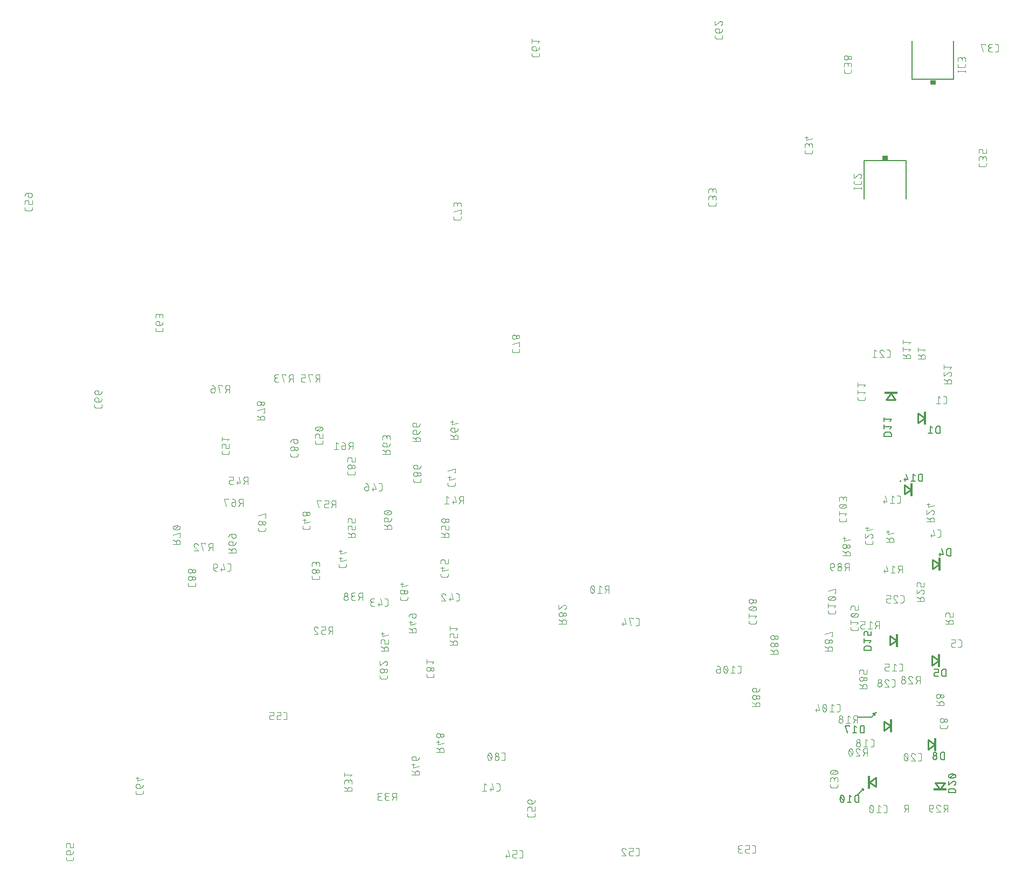
<source format=gbr>
G04 EAGLE Gerber RS-274X export*
G75*
%MOMM*%
%FSLAX34Y34*%
%LPD*%
%INSilkscreen Bottom*%
%IPPOS*%
%AMOC8*
5,1,8,0,0,1.08239X$1,22.5*%
G01*
%ADD10C,0.152400*%
%ADD11C,0.101600*%
%ADD12C,0.203200*%
%ADD13R,0.863600X0.762000*%
%ADD14C,0.254000*%
%ADD15R,2.100000X0.300000*%
%ADD16C,0.127000*%
%ADD17R,0.300000X2.100000*%


D10*
X1167384Y-89154D02*
X1188720Y-89154D01*
X1194054Y-83820D01*
X1194054Y-86868D01*
X1191006Y-83820D01*
X1194054Y-83820D01*
X1196340Y-81534D01*
X1176528Y-201930D02*
X1167384Y-211074D01*
X1176528Y-204978D02*
X1176528Y-201930D01*
X1176528Y-204978D02*
X1173480Y-201930D01*
X1176528Y-201930D01*
D11*
X1301383Y403098D02*
X1303980Y403098D01*
X1304079Y403100D01*
X1304179Y403106D01*
X1304278Y403115D01*
X1304376Y403128D01*
X1304474Y403145D01*
X1304572Y403166D01*
X1304668Y403191D01*
X1304763Y403219D01*
X1304857Y403251D01*
X1304950Y403286D01*
X1305042Y403325D01*
X1305132Y403368D01*
X1305220Y403413D01*
X1305307Y403463D01*
X1305391Y403515D01*
X1305474Y403571D01*
X1305554Y403629D01*
X1305632Y403691D01*
X1305707Y403756D01*
X1305780Y403824D01*
X1305850Y403894D01*
X1305918Y403967D01*
X1305983Y404042D01*
X1306045Y404120D01*
X1306103Y404200D01*
X1306159Y404283D01*
X1306211Y404367D01*
X1306261Y404454D01*
X1306306Y404542D01*
X1306349Y404632D01*
X1306388Y404724D01*
X1306423Y404817D01*
X1306455Y404911D01*
X1306483Y405006D01*
X1306508Y405102D01*
X1306529Y405200D01*
X1306546Y405298D01*
X1306559Y405396D01*
X1306568Y405495D01*
X1306574Y405595D01*
X1306576Y405694D01*
X1306576Y412186D01*
X1306574Y412285D01*
X1306568Y412385D01*
X1306559Y412484D01*
X1306546Y412582D01*
X1306529Y412680D01*
X1306508Y412778D01*
X1306483Y412874D01*
X1306455Y412969D01*
X1306423Y413063D01*
X1306388Y413156D01*
X1306349Y413248D01*
X1306306Y413338D01*
X1306261Y413426D01*
X1306211Y413513D01*
X1306159Y413597D01*
X1306103Y413680D01*
X1306045Y413760D01*
X1305983Y413838D01*
X1305918Y413913D01*
X1305850Y413986D01*
X1305780Y414056D01*
X1305707Y414124D01*
X1305632Y414189D01*
X1305554Y414251D01*
X1305474Y414309D01*
X1305391Y414365D01*
X1305307Y414417D01*
X1305220Y414467D01*
X1305132Y414512D01*
X1305042Y414555D01*
X1304950Y414594D01*
X1304857Y414629D01*
X1304763Y414661D01*
X1304668Y414689D01*
X1304572Y414714D01*
X1304474Y414735D01*
X1304376Y414752D01*
X1304278Y414765D01*
X1304179Y414774D01*
X1304079Y414780D01*
X1303980Y414782D01*
X1301383Y414782D01*
X1297018Y412186D02*
X1293772Y414782D01*
X1293772Y403098D01*
X1290527Y403098D02*
X1297018Y403098D01*
X1210301Y-239522D02*
X1207704Y-239522D01*
X1210301Y-239522D02*
X1210400Y-239520D01*
X1210500Y-239514D01*
X1210599Y-239505D01*
X1210697Y-239492D01*
X1210795Y-239475D01*
X1210893Y-239454D01*
X1210989Y-239429D01*
X1211084Y-239401D01*
X1211178Y-239369D01*
X1211271Y-239334D01*
X1211363Y-239295D01*
X1211453Y-239252D01*
X1211541Y-239207D01*
X1211628Y-239157D01*
X1211712Y-239105D01*
X1211795Y-239049D01*
X1211875Y-238991D01*
X1211953Y-238929D01*
X1212028Y-238864D01*
X1212101Y-238796D01*
X1212171Y-238726D01*
X1212239Y-238653D01*
X1212304Y-238578D01*
X1212366Y-238500D01*
X1212424Y-238420D01*
X1212480Y-238337D01*
X1212532Y-238253D01*
X1212582Y-238166D01*
X1212627Y-238078D01*
X1212670Y-237988D01*
X1212709Y-237896D01*
X1212744Y-237803D01*
X1212776Y-237709D01*
X1212804Y-237614D01*
X1212829Y-237518D01*
X1212850Y-237420D01*
X1212867Y-237322D01*
X1212880Y-237224D01*
X1212889Y-237125D01*
X1212895Y-237025D01*
X1212897Y-236926D01*
X1212897Y-230434D01*
X1212898Y-230434D02*
X1212896Y-230335D01*
X1212890Y-230235D01*
X1212881Y-230136D01*
X1212868Y-230038D01*
X1212850Y-229940D01*
X1212830Y-229842D01*
X1212805Y-229746D01*
X1212777Y-229650D01*
X1212745Y-229556D01*
X1212710Y-229463D01*
X1212671Y-229372D01*
X1212628Y-229282D01*
X1212583Y-229193D01*
X1212533Y-229107D01*
X1212481Y-229022D01*
X1212425Y-228940D01*
X1212366Y-228860D01*
X1212305Y-228782D01*
X1212240Y-228706D01*
X1212172Y-228633D01*
X1212102Y-228563D01*
X1212029Y-228495D01*
X1211953Y-228430D01*
X1211875Y-228369D01*
X1211795Y-228310D01*
X1211713Y-228254D01*
X1211628Y-228202D01*
X1211542Y-228153D01*
X1211453Y-228107D01*
X1211363Y-228064D01*
X1211272Y-228025D01*
X1211179Y-227990D01*
X1211085Y-227958D01*
X1210989Y-227930D01*
X1210893Y-227905D01*
X1210795Y-227885D01*
X1210697Y-227867D01*
X1210599Y-227854D01*
X1210500Y-227845D01*
X1210401Y-227839D01*
X1210301Y-227837D01*
X1210301Y-227838D02*
X1207704Y-227838D01*
X1203339Y-230434D02*
X1200094Y-227838D01*
X1200094Y-239522D01*
X1203339Y-239522D02*
X1196848Y-239522D01*
X1191909Y-233680D02*
X1191906Y-233450D01*
X1191898Y-233220D01*
X1191884Y-232991D01*
X1191865Y-232762D01*
X1191840Y-232533D01*
X1191810Y-232305D01*
X1191775Y-232078D01*
X1191734Y-231852D01*
X1191688Y-231627D01*
X1191636Y-231403D01*
X1191579Y-231180D01*
X1191517Y-230959D01*
X1191449Y-230739D01*
X1191376Y-230521D01*
X1191298Y-230305D01*
X1191215Y-230091D01*
X1191127Y-229879D01*
X1191034Y-229668D01*
X1190935Y-229461D01*
X1190936Y-229461D02*
X1190903Y-229371D01*
X1190867Y-229282D01*
X1190827Y-229194D01*
X1190783Y-229109D01*
X1190736Y-229025D01*
X1190686Y-228943D01*
X1190632Y-228863D01*
X1190576Y-228786D01*
X1190516Y-228710D01*
X1190453Y-228637D01*
X1190388Y-228567D01*
X1190319Y-228499D01*
X1190248Y-228435D01*
X1190175Y-228373D01*
X1190099Y-228314D01*
X1190021Y-228258D01*
X1189940Y-228205D01*
X1189858Y-228156D01*
X1189774Y-228110D01*
X1189687Y-228067D01*
X1189600Y-228028D01*
X1189510Y-227992D01*
X1189420Y-227960D01*
X1189328Y-227932D01*
X1189235Y-227907D01*
X1189141Y-227886D01*
X1189047Y-227869D01*
X1188952Y-227855D01*
X1188856Y-227846D01*
X1188760Y-227840D01*
X1188664Y-227838D01*
X1188568Y-227840D01*
X1188472Y-227846D01*
X1188376Y-227855D01*
X1188281Y-227869D01*
X1188187Y-227886D01*
X1188093Y-227907D01*
X1188000Y-227932D01*
X1187908Y-227960D01*
X1187818Y-227992D01*
X1187728Y-228028D01*
X1187641Y-228067D01*
X1187554Y-228110D01*
X1187470Y-228156D01*
X1187388Y-228205D01*
X1187307Y-228258D01*
X1187229Y-228314D01*
X1187153Y-228373D01*
X1187080Y-228435D01*
X1187009Y-228499D01*
X1186940Y-228567D01*
X1186875Y-228637D01*
X1186812Y-228710D01*
X1186752Y-228786D01*
X1186696Y-228863D01*
X1186642Y-228943D01*
X1186592Y-229025D01*
X1186545Y-229109D01*
X1186501Y-229194D01*
X1186461Y-229282D01*
X1186425Y-229371D01*
X1186392Y-229461D01*
X1186293Y-229668D01*
X1186200Y-229879D01*
X1186112Y-230091D01*
X1186029Y-230305D01*
X1185951Y-230521D01*
X1185878Y-230739D01*
X1185810Y-230959D01*
X1185748Y-231180D01*
X1185691Y-231403D01*
X1185639Y-231627D01*
X1185593Y-231852D01*
X1185552Y-232078D01*
X1185517Y-232305D01*
X1185487Y-232533D01*
X1185462Y-232762D01*
X1185443Y-232991D01*
X1185429Y-233220D01*
X1185421Y-233450D01*
X1185418Y-233680D01*
X1191909Y-233680D02*
X1191906Y-233910D01*
X1191898Y-234140D01*
X1191884Y-234369D01*
X1191865Y-234598D01*
X1191840Y-234827D01*
X1191810Y-235055D01*
X1191775Y-235282D01*
X1191734Y-235508D01*
X1191688Y-235733D01*
X1191636Y-235957D01*
X1191579Y-236180D01*
X1191517Y-236401D01*
X1191449Y-236621D01*
X1191376Y-236839D01*
X1191298Y-237055D01*
X1191215Y-237269D01*
X1191127Y-237481D01*
X1191034Y-237692D01*
X1190935Y-237899D01*
X1190936Y-237899D02*
X1190903Y-237989D01*
X1190867Y-238078D01*
X1190826Y-238166D01*
X1190783Y-238251D01*
X1190736Y-238335D01*
X1190686Y-238417D01*
X1190632Y-238497D01*
X1190576Y-238574D01*
X1190516Y-238650D01*
X1190453Y-238723D01*
X1190388Y-238793D01*
X1190319Y-238861D01*
X1190248Y-238925D01*
X1190175Y-238987D01*
X1190099Y-239046D01*
X1190021Y-239102D01*
X1189940Y-239155D01*
X1189858Y-239204D01*
X1189774Y-239250D01*
X1189687Y-239293D01*
X1189600Y-239332D01*
X1189510Y-239368D01*
X1189420Y-239400D01*
X1189328Y-239428D01*
X1189235Y-239453D01*
X1189141Y-239474D01*
X1189047Y-239491D01*
X1188952Y-239505D01*
X1188856Y-239514D01*
X1188760Y-239520D01*
X1188664Y-239522D01*
X1186392Y-237899D02*
X1186293Y-237692D01*
X1186200Y-237481D01*
X1186112Y-237269D01*
X1186029Y-237055D01*
X1185951Y-236839D01*
X1185878Y-236621D01*
X1185810Y-236401D01*
X1185748Y-236180D01*
X1185691Y-235957D01*
X1185639Y-235733D01*
X1185593Y-235508D01*
X1185552Y-235282D01*
X1185517Y-235055D01*
X1185487Y-234827D01*
X1185462Y-234598D01*
X1185443Y-234369D01*
X1185429Y-234140D01*
X1185421Y-233910D01*
X1185418Y-233680D01*
X1186392Y-237899D02*
X1186425Y-237989D01*
X1186461Y-238078D01*
X1186502Y-238166D01*
X1186545Y-238251D01*
X1186592Y-238335D01*
X1186642Y-238417D01*
X1186696Y-238497D01*
X1186752Y-238575D01*
X1186812Y-238650D01*
X1186875Y-238723D01*
X1186940Y-238793D01*
X1187009Y-238861D01*
X1187080Y-238925D01*
X1187153Y-238987D01*
X1187229Y-239046D01*
X1187307Y-239102D01*
X1187388Y-239155D01*
X1187470Y-239204D01*
X1187554Y-239250D01*
X1187641Y-239293D01*
X1187728Y-239332D01*
X1187818Y-239368D01*
X1187908Y-239400D01*
X1188000Y-239428D01*
X1188093Y-239453D01*
X1188187Y-239474D01*
X1188281Y-239491D01*
X1188376Y-239505D01*
X1188472Y-239514D01*
X1188568Y-239520D01*
X1188664Y-239522D01*
X1191260Y-236926D02*
X1186067Y-230434D01*
X1167384Y411235D02*
X1167384Y413832D01*
X1167384Y411235D02*
X1167386Y411136D01*
X1167392Y411036D01*
X1167401Y410937D01*
X1167414Y410839D01*
X1167431Y410741D01*
X1167452Y410643D01*
X1167477Y410547D01*
X1167505Y410452D01*
X1167537Y410358D01*
X1167572Y410265D01*
X1167611Y410173D01*
X1167654Y410083D01*
X1167699Y409995D01*
X1167749Y409908D01*
X1167801Y409824D01*
X1167857Y409741D01*
X1167915Y409661D01*
X1167977Y409583D01*
X1168042Y409508D01*
X1168110Y409435D01*
X1168180Y409365D01*
X1168253Y409297D01*
X1168328Y409232D01*
X1168406Y409170D01*
X1168486Y409112D01*
X1168569Y409056D01*
X1168653Y409004D01*
X1168740Y408954D01*
X1168828Y408909D01*
X1168918Y408866D01*
X1169010Y408827D01*
X1169103Y408792D01*
X1169197Y408760D01*
X1169292Y408732D01*
X1169388Y408707D01*
X1169486Y408686D01*
X1169584Y408669D01*
X1169682Y408656D01*
X1169781Y408647D01*
X1169881Y408641D01*
X1169980Y408639D01*
X1176472Y408639D01*
X1176571Y408641D01*
X1176671Y408647D01*
X1176770Y408656D01*
X1176868Y408669D01*
X1176966Y408686D01*
X1177064Y408707D01*
X1177160Y408732D01*
X1177255Y408760D01*
X1177349Y408792D01*
X1177442Y408827D01*
X1177534Y408866D01*
X1177624Y408909D01*
X1177712Y408954D01*
X1177799Y409004D01*
X1177883Y409056D01*
X1177966Y409112D01*
X1178046Y409170D01*
X1178124Y409232D01*
X1178199Y409297D01*
X1178272Y409365D01*
X1178342Y409435D01*
X1178410Y409508D01*
X1178475Y409583D01*
X1178537Y409661D01*
X1178595Y409741D01*
X1178651Y409824D01*
X1178703Y409908D01*
X1178753Y409995D01*
X1178798Y410083D01*
X1178841Y410173D01*
X1178880Y410265D01*
X1178915Y410357D01*
X1178947Y410452D01*
X1178975Y410547D01*
X1179000Y410643D01*
X1179021Y410741D01*
X1179038Y410839D01*
X1179051Y410937D01*
X1179060Y411036D01*
X1179066Y411136D01*
X1179068Y411235D01*
X1179068Y413832D01*
X1176472Y418197D02*
X1179068Y421442D01*
X1167384Y421442D01*
X1167384Y418197D02*
X1167384Y424688D01*
X1176472Y429627D02*
X1179068Y432872D01*
X1167384Y432872D01*
X1167384Y429627D02*
X1167384Y436118D01*
X1228993Y246888D02*
X1231590Y246888D01*
X1231689Y246890D01*
X1231789Y246896D01*
X1231888Y246905D01*
X1231986Y246918D01*
X1232084Y246935D01*
X1232182Y246956D01*
X1232278Y246981D01*
X1232373Y247009D01*
X1232467Y247041D01*
X1232560Y247076D01*
X1232652Y247115D01*
X1232742Y247158D01*
X1232830Y247203D01*
X1232917Y247253D01*
X1233001Y247305D01*
X1233084Y247361D01*
X1233164Y247419D01*
X1233242Y247481D01*
X1233317Y247546D01*
X1233390Y247614D01*
X1233460Y247684D01*
X1233528Y247757D01*
X1233593Y247832D01*
X1233655Y247910D01*
X1233713Y247990D01*
X1233769Y248073D01*
X1233821Y248157D01*
X1233871Y248244D01*
X1233916Y248332D01*
X1233959Y248422D01*
X1233998Y248514D01*
X1234033Y248607D01*
X1234065Y248701D01*
X1234093Y248796D01*
X1234118Y248892D01*
X1234139Y248990D01*
X1234156Y249088D01*
X1234169Y249186D01*
X1234178Y249285D01*
X1234184Y249385D01*
X1234186Y249484D01*
X1234186Y255976D01*
X1234184Y256075D01*
X1234178Y256175D01*
X1234169Y256274D01*
X1234156Y256372D01*
X1234139Y256470D01*
X1234118Y256568D01*
X1234093Y256664D01*
X1234065Y256759D01*
X1234033Y256853D01*
X1233998Y256946D01*
X1233959Y257038D01*
X1233916Y257128D01*
X1233871Y257216D01*
X1233821Y257303D01*
X1233769Y257387D01*
X1233713Y257470D01*
X1233655Y257550D01*
X1233593Y257628D01*
X1233528Y257703D01*
X1233460Y257776D01*
X1233390Y257846D01*
X1233317Y257914D01*
X1233242Y257979D01*
X1233164Y258041D01*
X1233084Y258099D01*
X1233001Y258155D01*
X1232917Y258207D01*
X1232830Y258257D01*
X1232742Y258302D01*
X1232652Y258345D01*
X1232560Y258384D01*
X1232467Y258419D01*
X1232373Y258451D01*
X1232278Y258479D01*
X1232182Y258504D01*
X1232084Y258525D01*
X1231986Y258542D01*
X1231888Y258555D01*
X1231789Y258564D01*
X1231689Y258570D01*
X1231590Y258572D01*
X1228993Y258572D01*
X1224628Y255976D02*
X1221382Y258572D01*
X1221382Y246888D01*
X1218137Y246888D02*
X1224628Y246888D01*
X1213198Y249484D02*
X1210601Y258572D01*
X1213198Y249484D02*
X1206707Y249484D01*
X1208654Y252081D02*
X1208654Y246888D01*
X1232041Y-17018D02*
X1234638Y-17018D01*
X1234737Y-17016D01*
X1234837Y-17010D01*
X1234936Y-17001D01*
X1235034Y-16988D01*
X1235132Y-16971D01*
X1235230Y-16950D01*
X1235326Y-16925D01*
X1235421Y-16897D01*
X1235515Y-16865D01*
X1235608Y-16830D01*
X1235700Y-16791D01*
X1235790Y-16748D01*
X1235878Y-16703D01*
X1235965Y-16653D01*
X1236049Y-16601D01*
X1236132Y-16545D01*
X1236212Y-16487D01*
X1236290Y-16425D01*
X1236365Y-16360D01*
X1236438Y-16292D01*
X1236508Y-16222D01*
X1236576Y-16149D01*
X1236641Y-16074D01*
X1236703Y-15996D01*
X1236761Y-15916D01*
X1236817Y-15833D01*
X1236869Y-15749D01*
X1236919Y-15662D01*
X1236964Y-15574D01*
X1237007Y-15484D01*
X1237046Y-15392D01*
X1237081Y-15299D01*
X1237113Y-15205D01*
X1237141Y-15110D01*
X1237166Y-15014D01*
X1237187Y-14916D01*
X1237204Y-14818D01*
X1237217Y-14720D01*
X1237226Y-14621D01*
X1237232Y-14521D01*
X1237234Y-14422D01*
X1237234Y-7930D01*
X1237235Y-7930D02*
X1237233Y-7831D01*
X1237227Y-7731D01*
X1237218Y-7632D01*
X1237205Y-7534D01*
X1237187Y-7436D01*
X1237167Y-7338D01*
X1237142Y-7242D01*
X1237114Y-7146D01*
X1237082Y-7052D01*
X1237047Y-6959D01*
X1237008Y-6868D01*
X1236965Y-6778D01*
X1236920Y-6689D01*
X1236870Y-6603D01*
X1236818Y-6518D01*
X1236762Y-6436D01*
X1236703Y-6356D01*
X1236642Y-6278D01*
X1236577Y-6202D01*
X1236509Y-6129D01*
X1236439Y-6059D01*
X1236366Y-5991D01*
X1236290Y-5926D01*
X1236212Y-5865D01*
X1236132Y-5806D01*
X1236050Y-5750D01*
X1235965Y-5698D01*
X1235879Y-5649D01*
X1235790Y-5603D01*
X1235700Y-5560D01*
X1235609Y-5521D01*
X1235516Y-5486D01*
X1235422Y-5454D01*
X1235326Y-5426D01*
X1235230Y-5401D01*
X1235132Y-5381D01*
X1235034Y-5363D01*
X1234936Y-5350D01*
X1234837Y-5341D01*
X1234738Y-5335D01*
X1234638Y-5333D01*
X1234638Y-5334D02*
X1232041Y-5334D01*
X1227676Y-7930D02*
X1224430Y-5334D01*
X1224430Y-17018D01*
X1221185Y-17018D02*
X1227676Y-17018D01*
X1216246Y-17018D02*
X1212351Y-17018D01*
X1212252Y-17016D01*
X1212152Y-17010D01*
X1212053Y-17001D01*
X1211955Y-16988D01*
X1211857Y-16971D01*
X1211759Y-16950D01*
X1211663Y-16925D01*
X1211568Y-16897D01*
X1211474Y-16865D01*
X1211381Y-16830D01*
X1211289Y-16791D01*
X1211199Y-16748D01*
X1211111Y-16703D01*
X1211024Y-16653D01*
X1210940Y-16601D01*
X1210857Y-16545D01*
X1210777Y-16487D01*
X1210699Y-16425D01*
X1210624Y-16360D01*
X1210551Y-16292D01*
X1210481Y-16222D01*
X1210413Y-16149D01*
X1210348Y-16074D01*
X1210286Y-15996D01*
X1210228Y-15916D01*
X1210172Y-15833D01*
X1210120Y-15749D01*
X1210070Y-15662D01*
X1210025Y-15574D01*
X1209982Y-15484D01*
X1209943Y-15392D01*
X1209908Y-15299D01*
X1209876Y-15205D01*
X1209848Y-15110D01*
X1209823Y-15014D01*
X1209802Y-14916D01*
X1209785Y-14818D01*
X1209772Y-14720D01*
X1209763Y-14621D01*
X1209757Y-14521D01*
X1209755Y-14422D01*
X1209755Y-13123D01*
X1209757Y-13024D01*
X1209763Y-12924D01*
X1209772Y-12825D01*
X1209785Y-12727D01*
X1209802Y-12629D01*
X1209823Y-12531D01*
X1209848Y-12435D01*
X1209876Y-12340D01*
X1209908Y-12246D01*
X1209943Y-12153D01*
X1209982Y-12061D01*
X1210025Y-11971D01*
X1210070Y-11883D01*
X1210120Y-11796D01*
X1210172Y-11712D01*
X1210228Y-11629D01*
X1210286Y-11549D01*
X1210348Y-11471D01*
X1210413Y-11396D01*
X1210481Y-11323D01*
X1210551Y-11253D01*
X1210624Y-11185D01*
X1210699Y-11120D01*
X1210777Y-11058D01*
X1210857Y-11000D01*
X1210940Y-10944D01*
X1211024Y-10892D01*
X1211111Y-10842D01*
X1211199Y-10797D01*
X1211289Y-10754D01*
X1211381Y-10715D01*
X1211474Y-10680D01*
X1211568Y-10648D01*
X1211663Y-10620D01*
X1211759Y-10595D01*
X1211857Y-10574D01*
X1211955Y-10557D01*
X1212053Y-10544D01*
X1212152Y-10535D01*
X1212252Y-10529D01*
X1212351Y-10527D01*
X1216246Y-10527D01*
X1216246Y-5334D01*
X1209755Y-5334D01*
X1189680Y-135890D02*
X1187083Y-135890D01*
X1189680Y-135890D02*
X1189779Y-135888D01*
X1189879Y-135882D01*
X1189978Y-135873D01*
X1190076Y-135860D01*
X1190174Y-135843D01*
X1190272Y-135822D01*
X1190368Y-135797D01*
X1190463Y-135769D01*
X1190557Y-135737D01*
X1190650Y-135702D01*
X1190742Y-135663D01*
X1190832Y-135620D01*
X1190920Y-135575D01*
X1191007Y-135525D01*
X1191091Y-135473D01*
X1191174Y-135417D01*
X1191254Y-135359D01*
X1191332Y-135297D01*
X1191407Y-135232D01*
X1191480Y-135164D01*
X1191550Y-135094D01*
X1191618Y-135021D01*
X1191683Y-134946D01*
X1191745Y-134868D01*
X1191803Y-134788D01*
X1191859Y-134705D01*
X1191911Y-134621D01*
X1191961Y-134534D01*
X1192006Y-134446D01*
X1192049Y-134356D01*
X1192088Y-134264D01*
X1192123Y-134171D01*
X1192155Y-134077D01*
X1192183Y-133982D01*
X1192208Y-133886D01*
X1192229Y-133788D01*
X1192246Y-133690D01*
X1192259Y-133592D01*
X1192268Y-133493D01*
X1192274Y-133393D01*
X1192276Y-133294D01*
X1192276Y-126802D01*
X1192277Y-126802D02*
X1192275Y-126703D01*
X1192269Y-126603D01*
X1192260Y-126504D01*
X1192247Y-126406D01*
X1192229Y-126308D01*
X1192209Y-126210D01*
X1192184Y-126114D01*
X1192156Y-126018D01*
X1192124Y-125924D01*
X1192089Y-125831D01*
X1192050Y-125740D01*
X1192007Y-125650D01*
X1191962Y-125561D01*
X1191912Y-125475D01*
X1191860Y-125390D01*
X1191804Y-125308D01*
X1191745Y-125228D01*
X1191684Y-125150D01*
X1191619Y-125074D01*
X1191551Y-125001D01*
X1191481Y-124931D01*
X1191408Y-124863D01*
X1191332Y-124798D01*
X1191254Y-124737D01*
X1191174Y-124678D01*
X1191092Y-124622D01*
X1191007Y-124570D01*
X1190921Y-124521D01*
X1190832Y-124475D01*
X1190742Y-124432D01*
X1190651Y-124393D01*
X1190558Y-124358D01*
X1190464Y-124326D01*
X1190368Y-124298D01*
X1190272Y-124273D01*
X1190174Y-124253D01*
X1190076Y-124235D01*
X1189978Y-124222D01*
X1189879Y-124213D01*
X1189780Y-124207D01*
X1189680Y-124205D01*
X1189680Y-124206D02*
X1187083Y-124206D01*
X1182718Y-126802D02*
X1179472Y-124206D01*
X1179472Y-135890D01*
X1176227Y-135890D02*
X1182718Y-135890D01*
X1171288Y-132644D02*
X1171286Y-132531D01*
X1171280Y-132418D01*
X1171270Y-132305D01*
X1171256Y-132192D01*
X1171239Y-132080D01*
X1171217Y-131969D01*
X1171192Y-131859D01*
X1171162Y-131749D01*
X1171129Y-131641D01*
X1171092Y-131534D01*
X1171052Y-131428D01*
X1171007Y-131324D01*
X1170959Y-131221D01*
X1170908Y-131120D01*
X1170853Y-131021D01*
X1170795Y-130924D01*
X1170733Y-130829D01*
X1170668Y-130736D01*
X1170600Y-130646D01*
X1170529Y-130558D01*
X1170454Y-130472D01*
X1170377Y-130389D01*
X1170297Y-130309D01*
X1170214Y-130232D01*
X1170128Y-130157D01*
X1170040Y-130086D01*
X1169950Y-130018D01*
X1169857Y-129953D01*
X1169762Y-129891D01*
X1169665Y-129833D01*
X1169566Y-129778D01*
X1169465Y-129727D01*
X1169362Y-129679D01*
X1169258Y-129634D01*
X1169152Y-129594D01*
X1169045Y-129557D01*
X1168937Y-129524D01*
X1168827Y-129494D01*
X1168717Y-129469D01*
X1168606Y-129447D01*
X1168494Y-129430D01*
X1168381Y-129416D01*
X1168268Y-129406D01*
X1168155Y-129400D01*
X1168042Y-129398D01*
X1167929Y-129400D01*
X1167816Y-129406D01*
X1167703Y-129416D01*
X1167590Y-129430D01*
X1167478Y-129447D01*
X1167367Y-129469D01*
X1167257Y-129494D01*
X1167147Y-129524D01*
X1167039Y-129557D01*
X1166932Y-129594D01*
X1166826Y-129634D01*
X1166722Y-129679D01*
X1166619Y-129727D01*
X1166518Y-129778D01*
X1166419Y-129833D01*
X1166322Y-129891D01*
X1166227Y-129953D01*
X1166134Y-130018D01*
X1166044Y-130086D01*
X1165956Y-130157D01*
X1165870Y-130232D01*
X1165787Y-130309D01*
X1165707Y-130389D01*
X1165630Y-130472D01*
X1165555Y-130558D01*
X1165484Y-130646D01*
X1165416Y-130736D01*
X1165351Y-130829D01*
X1165289Y-130924D01*
X1165231Y-131021D01*
X1165176Y-131120D01*
X1165125Y-131221D01*
X1165077Y-131324D01*
X1165032Y-131428D01*
X1164992Y-131534D01*
X1164955Y-131641D01*
X1164922Y-131749D01*
X1164892Y-131859D01*
X1164867Y-131969D01*
X1164845Y-132080D01*
X1164828Y-132192D01*
X1164814Y-132305D01*
X1164804Y-132418D01*
X1164798Y-132531D01*
X1164796Y-132644D01*
X1164798Y-132757D01*
X1164804Y-132870D01*
X1164814Y-132983D01*
X1164828Y-133096D01*
X1164845Y-133208D01*
X1164867Y-133319D01*
X1164892Y-133429D01*
X1164922Y-133539D01*
X1164955Y-133647D01*
X1164992Y-133754D01*
X1165032Y-133860D01*
X1165077Y-133964D01*
X1165125Y-134067D01*
X1165176Y-134168D01*
X1165231Y-134267D01*
X1165289Y-134364D01*
X1165351Y-134459D01*
X1165416Y-134552D01*
X1165484Y-134642D01*
X1165555Y-134730D01*
X1165630Y-134816D01*
X1165707Y-134899D01*
X1165787Y-134979D01*
X1165870Y-135056D01*
X1165956Y-135131D01*
X1166044Y-135202D01*
X1166134Y-135270D01*
X1166227Y-135335D01*
X1166322Y-135397D01*
X1166419Y-135455D01*
X1166518Y-135510D01*
X1166619Y-135561D01*
X1166722Y-135609D01*
X1166826Y-135654D01*
X1166932Y-135694D01*
X1167039Y-135731D01*
X1167147Y-135764D01*
X1167257Y-135794D01*
X1167367Y-135819D01*
X1167478Y-135841D01*
X1167590Y-135858D01*
X1167703Y-135872D01*
X1167816Y-135882D01*
X1167929Y-135888D01*
X1168042Y-135890D01*
X1168155Y-135888D01*
X1168268Y-135882D01*
X1168381Y-135872D01*
X1168494Y-135858D01*
X1168606Y-135841D01*
X1168717Y-135819D01*
X1168827Y-135794D01*
X1168937Y-135764D01*
X1169045Y-135731D01*
X1169152Y-135694D01*
X1169258Y-135654D01*
X1169362Y-135609D01*
X1169465Y-135561D01*
X1169566Y-135510D01*
X1169665Y-135455D01*
X1169762Y-135397D01*
X1169857Y-135335D01*
X1169950Y-135270D01*
X1170040Y-135202D01*
X1170128Y-135131D01*
X1170214Y-135056D01*
X1170297Y-134979D01*
X1170377Y-134899D01*
X1170454Y-134816D01*
X1170529Y-134730D01*
X1170600Y-134642D01*
X1170668Y-134552D01*
X1170733Y-134459D01*
X1170795Y-134364D01*
X1170853Y-134267D01*
X1170908Y-134168D01*
X1170959Y-134067D01*
X1171007Y-133964D01*
X1171052Y-133860D01*
X1171092Y-133754D01*
X1171129Y-133647D01*
X1171162Y-133539D01*
X1171192Y-133429D01*
X1171217Y-133319D01*
X1171239Y-133208D01*
X1171256Y-133096D01*
X1171270Y-132983D01*
X1171280Y-132870D01*
X1171286Y-132757D01*
X1171288Y-132644D01*
X1170638Y-126802D02*
X1170636Y-126701D01*
X1170630Y-126601D01*
X1170620Y-126501D01*
X1170607Y-126401D01*
X1170589Y-126302D01*
X1170568Y-126203D01*
X1170543Y-126106D01*
X1170514Y-126009D01*
X1170481Y-125914D01*
X1170445Y-125820D01*
X1170405Y-125728D01*
X1170362Y-125637D01*
X1170315Y-125548D01*
X1170265Y-125461D01*
X1170211Y-125375D01*
X1170154Y-125292D01*
X1170094Y-125212D01*
X1170031Y-125133D01*
X1169964Y-125057D01*
X1169895Y-124984D01*
X1169823Y-124914D01*
X1169749Y-124846D01*
X1169672Y-124781D01*
X1169592Y-124720D01*
X1169510Y-124661D01*
X1169426Y-124606D01*
X1169340Y-124554D01*
X1169252Y-124505D01*
X1169162Y-124460D01*
X1169070Y-124418D01*
X1168977Y-124380D01*
X1168882Y-124346D01*
X1168787Y-124315D01*
X1168690Y-124288D01*
X1168592Y-124265D01*
X1168493Y-124245D01*
X1168393Y-124230D01*
X1168293Y-124218D01*
X1168193Y-124210D01*
X1168092Y-124206D01*
X1167992Y-124206D01*
X1167891Y-124210D01*
X1167791Y-124218D01*
X1167691Y-124230D01*
X1167591Y-124245D01*
X1167492Y-124265D01*
X1167394Y-124288D01*
X1167297Y-124315D01*
X1167202Y-124346D01*
X1167107Y-124380D01*
X1167014Y-124418D01*
X1166922Y-124460D01*
X1166832Y-124505D01*
X1166744Y-124554D01*
X1166658Y-124606D01*
X1166574Y-124661D01*
X1166492Y-124720D01*
X1166412Y-124781D01*
X1166335Y-124846D01*
X1166261Y-124914D01*
X1166189Y-124984D01*
X1166120Y-125057D01*
X1166053Y-125133D01*
X1165990Y-125212D01*
X1165930Y-125292D01*
X1165873Y-125375D01*
X1165819Y-125461D01*
X1165769Y-125548D01*
X1165722Y-125637D01*
X1165679Y-125728D01*
X1165639Y-125820D01*
X1165603Y-125914D01*
X1165570Y-126009D01*
X1165541Y-126106D01*
X1165516Y-126203D01*
X1165495Y-126302D01*
X1165477Y-126401D01*
X1165464Y-126501D01*
X1165454Y-126601D01*
X1165448Y-126701D01*
X1165446Y-126802D01*
X1165448Y-126903D01*
X1165454Y-127003D01*
X1165464Y-127103D01*
X1165477Y-127203D01*
X1165495Y-127302D01*
X1165516Y-127401D01*
X1165541Y-127498D01*
X1165570Y-127595D01*
X1165603Y-127690D01*
X1165639Y-127784D01*
X1165679Y-127876D01*
X1165722Y-127967D01*
X1165769Y-128056D01*
X1165819Y-128143D01*
X1165873Y-128229D01*
X1165930Y-128312D01*
X1165990Y-128392D01*
X1166053Y-128471D01*
X1166120Y-128547D01*
X1166189Y-128620D01*
X1166261Y-128690D01*
X1166335Y-128758D01*
X1166412Y-128823D01*
X1166492Y-128884D01*
X1166574Y-128943D01*
X1166658Y-128998D01*
X1166744Y-129050D01*
X1166832Y-129099D01*
X1166922Y-129144D01*
X1167014Y-129186D01*
X1167107Y-129224D01*
X1167202Y-129258D01*
X1167297Y-129289D01*
X1167394Y-129316D01*
X1167492Y-129339D01*
X1167591Y-129359D01*
X1167691Y-129374D01*
X1167791Y-129386D01*
X1167891Y-129394D01*
X1167992Y-129398D01*
X1168092Y-129398D01*
X1168193Y-129394D01*
X1168293Y-129386D01*
X1168393Y-129374D01*
X1168493Y-129359D01*
X1168592Y-129339D01*
X1168690Y-129316D01*
X1168787Y-129289D01*
X1168882Y-129258D01*
X1168977Y-129224D01*
X1169070Y-129186D01*
X1169162Y-129144D01*
X1169252Y-129099D01*
X1169340Y-129050D01*
X1169426Y-128998D01*
X1169510Y-128943D01*
X1169592Y-128884D01*
X1169672Y-128823D01*
X1169749Y-128758D01*
X1169823Y-128690D01*
X1169895Y-128620D01*
X1169964Y-128547D01*
X1170031Y-128471D01*
X1170094Y-128392D01*
X1170154Y-128312D01*
X1170211Y-128229D01*
X1170265Y-128143D01*
X1170315Y-128056D01*
X1170362Y-127967D01*
X1170405Y-127876D01*
X1170445Y-127784D01*
X1170481Y-127690D01*
X1170514Y-127595D01*
X1170543Y-127498D01*
X1170568Y-127401D01*
X1170589Y-127302D01*
X1170607Y-127203D01*
X1170620Y-127103D01*
X1170630Y-127003D01*
X1170636Y-126903D01*
X1170638Y-126802D01*
X1262060Y-157988D02*
X1264657Y-157988D01*
X1264756Y-157986D01*
X1264856Y-157980D01*
X1264955Y-157971D01*
X1265053Y-157958D01*
X1265151Y-157941D01*
X1265249Y-157920D01*
X1265345Y-157895D01*
X1265440Y-157867D01*
X1265534Y-157835D01*
X1265627Y-157800D01*
X1265719Y-157761D01*
X1265809Y-157718D01*
X1265897Y-157673D01*
X1265984Y-157623D01*
X1266068Y-157571D01*
X1266151Y-157515D01*
X1266231Y-157457D01*
X1266309Y-157395D01*
X1266384Y-157330D01*
X1266457Y-157262D01*
X1266527Y-157192D01*
X1266595Y-157119D01*
X1266660Y-157044D01*
X1266722Y-156966D01*
X1266780Y-156886D01*
X1266836Y-156803D01*
X1266888Y-156719D01*
X1266938Y-156632D01*
X1266983Y-156544D01*
X1267026Y-156454D01*
X1267065Y-156362D01*
X1267100Y-156269D01*
X1267132Y-156175D01*
X1267160Y-156080D01*
X1267185Y-155984D01*
X1267206Y-155886D01*
X1267223Y-155788D01*
X1267236Y-155690D01*
X1267245Y-155591D01*
X1267251Y-155491D01*
X1267253Y-155392D01*
X1267253Y-148900D01*
X1267254Y-148900D02*
X1267252Y-148801D01*
X1267246Y-148701D01*
X1267237Y-148602D01*
X1267224Y-148504D01*
X1267206Y-148406D01*
X1267186Y-148308D01*
X1267161Y-148212D01*
X1267133Y-148116D01*
X1267101Y-148022D01*
X1267066Y-147929D01*
X1267027Y-147838D01*
X1266984Y-147748D01*
X1266939Y-147659D01*
X1266889Y-147573D01*
X1266837Y-147488D01*
X1266781Y-147406D01*
X1266722Y-147326D01*
X1266661Y-147248D01*
X1266596Y-147172D01*
X1266528Y-147099D01*
X1266458Y-147029D01*
X1266385Y-146961D01*
X1266309Y-146896D01*
X1266231Y-146835D01*
X1266151Y-146776D01*
X1266069Y-146720D01*
X1265984Y-146668D01*
X1265898Y-146619D01*
X1265809Y-146573D01*
X1265719Y-146530D01*
X1265628Y-146491D01*
X1265535Y-146456D01*
X1265441Y-146424D01*
X1265345Y-146396D01*
X1265249Y-146371D01*
X1265151Y-146351D01*
X1265053Y-146333D01*
X1264955Y-146320D01*
X1264856Y-146311D01*
X1264757Y-146305D01*
X1264657Y-146303D01*
X1264657Y-146304D02*
X1262060Y-146304D01*
X1254125Y-146304D02*
X1254018Y-146306D01*
X1253912Y-146312D01*
X1253806Y-146322D01*
X1253700Y-146335D01*
X1253594Y-146353D01*
X1253490Y-146374D01*
X1253386Y-146399D01*
X1253283Y-146428D01*
X1253182Y-146460D01*
X1253082Y-146497D01*
X1252983Y-146537D01*
X1252885Y-146580D01*
X1252789Y-146627D01*
X1252695Y-146678D01*
X1252603Y-146732D01*
X1252513Y-146789D01*
X1252425Y-146849D01*
X1252340Y-146913D01*
X1252257Y-146980D01*
X1252176Y-147050D01*
X1252098Y-147122D01*
X1252022Y-147198D01*
X1251950Y-147276D01*
X1251880Y-147357D01*
X1251813Y-147440D01*
X1251749Y-147525D01*
X1251689Y-147613D01*
X1251632Y-147703D01*
X1251578Y-147795D01*
X1251527Y-147889D01*
X1251480Y-147985D01*
X1251437Y-148083D01*
X1251397Y-148182D01*
X1251360Y-148282D01*
X1251328Y-148383D01*
X1251299Y-148486D01*
X1251274Y-148590D01*
X1251253Y-148694D01*
X1251235Y-148800D01*
X1251222Y-148906D01*
X1251212Y-149012D01*
X1251206Y-149118D01*
X1251204Y-149225D01*
X1254125Y-146304D02*
X1254246Y-146306D01*
X1254367Y-146312D01*
X1254487Y-146322D01*
X1254608Y-146335D01*
X1254727Y-146353D01*
X1254847Y-146374D01*
X1254965Y-146399D01*
X1255082Y-146428D01*
X1255199Y-146461D01*
X1255314Y-146497D01*
X1255428Y-146538D01*
X1255541Y-146581D01*
X1255653Y-146629D01*
X1255762Y-146680D01*
X1255870Y-146735D01*
X1255977Y-146793D01*
X1256081Y-146854D01*
X1256183Y-146919D01*
X1256283Y-146987D01*
X1256381Y-147058D01*
X1256477Y-147132D01*
X1256570Y-147209D01*
X1256660Y-147290D01*
X1256748Y-147373D01*
X1256833Y-147459D01*
X1256916Y-147548D01*
X1256995Y-147639D01*
X1257072Y-147733D01*
X1257145Y-147829D01*
X1257215Y-147927D01*
X1257282Y-148028D01*
X1257346Y-148131D01*
X1257407Y-148236D01*
X1257464Y-148343D01*
X1257517Y-148451D01*
X1257567Y-148561D01*
X1257614Y-148673D01*
X1257656Y-148786D01*
X1257695Y-148901D01*
X1252178Y-151497D02*
X1252099Y-151419D01*
X1252023Y-151339D01*
X1251950Y-151256D01*
X1251880Y-151170D01*
X1251813Y-151083D01*
X1251749Y-150992D01*
X1251689Y-150900D01*
X1251631Y-150806D01*
X1251577Y-150709D01*
X1251527Y-150611D01*
X1251480Y-150511D01*
X1251436Y-150410D01*
X1251396Y-150307D01*
X1251360Y-150202D01*
X1251328Y-150097D01*
X1251299Y-149990D01*
X1251274Y-149883D01*
X1251252Y-149774D01*
X1251235Y-149665D01*
X1251221Y-149556D01*
X1251212Y-149446D01*
X1251206Y-149335D01*
X1251204Y-149225D01*
X1252178Y-151497D02*
X1257695Y-157988D01*
X1251204Y-157988D01*
X1246265Y-152146D02*
X1246262Y-151916D01*
X1246254Y-151686D01*
X1246240Y-151457D01*
X1246221Y-151228D01*
X1246196Y-150999D01*
X1246166Y-150771D01*
X1246131Y-150544D01*
X1246090Y-150318D01*
X1246044Y-150093D01*
X1245992Y-149869D01*
X1245935Y-149646D01*
X1245873Y-149425D01*
X1245805Y-149205D01*
X1245732Y-148987D01*
X1245654Y-148771D01*
X1245571Y-148557D01*
X1245483Y-148345D01*
X1245390Y-148134D01*
X1245291Y-147927D01*
X1245292Y-147927D02*
X1245259Y-147837D01*
X1245223Y-147748D01*
X1245183Y-147660D01*
X1245139Y-147575D01*
X1245092Y-147491D01*
X1245042Y-147409D01*
X1244988Y-147329D01*
X1244932Y-147252D01*
X1244872Y-147176D01*
X1244809Y-147103D01*
X1244744Y-147033D01*
X1244675Y-146965D01*
X1244604Y-146901D01*
X1244531Y-146839D01*
X1244455Y-146780D01*
X1244377Y-146724D01*
X1244296Y-146671D01*
X1244214Y-146622D01*
X1244130Y-146576D01*
X1244043Y-146533D01*
X1243956Y-146494D01*
X1243866Y-146458D01*
X1243776Y-146426D01*
X1243684Y-146398D01*
X1243591Y-146373D01*
X1243497Y-146352D01*
X1243403Y-146335D01*
X1243308Y-146321D01*
X1243212Y-146312D01*
X1243116Y-146306D01*
X1243020Y-146304D01*
X1242924Y-146306D01*
X1242828Y-146312D01*
X1242732Y-146321D01*
X1242637Y-146335D01*
X1242543Y-146352D01*
X1242449Y-146373D01*
X1242356Y-146398D01*
X1242264Y-146426D01*
X1242174Y-146458D01*
X1242084Y-146494D01*
X1241997Y-146533D01*
X1241910Y-146576D01*
X1241826Y-146622D01*
X1241744Y-146671D01*
X1241663Y-146724D01*
X1241585Y-146780D01*
X1241509Y-146839D01*
X1241436Y-146901D01*
X1241365Y-146965D01*
X1241296Y-147033D01*
X1241231Y-147103D01*
X1241168Y-147176D01*
X1241108Y-147252D01*
X1241052Y-147329D01*
X1240998Y-147409D01*
X1240948Y-147491D01*
X1240901Y-147575D01*
X1240857Y-147660D01*
X1240817Y-147748D01*
X1240781Y-147837D01*
X1240748Y-147927D01*
X1240649Y-148134D01*
X1240556Y-148345D01*
X1240468Y-148557D01*
X1240385Y-148771D01*
X1240307Y-148987D01*
X1240234Y-149205D01*
X1240166Y-149425D01*
X1240104Y-149646D01*
X1240047Y-149869D01*
X1239995Y-150093D01*
X1239949Y-150318D01*
X1239908Y-150544D01*
X1239873Y-150771D01*
X1239843Y-150999D01*
X1239818Y-151228D01*
X1239799Y-151457D01*
X1239785Y-151686D01*
X1239777Y-151916D01*
X1239774Y-152146D01*
X1246265Y-152146D02*
X1246262Y-152376D01*
X1246254Y-152606D01*
X1246240Y-152835D01*
X1246221Y-153064D01*
X1246196Y-153293D01*
X1246166Y-153521D01*
X1246131Y-153748D01*
X1246090Y-153974D01*
X1246044Y-154199D01*
X1245992Y-154423D01*
X1245935Y-154646D01*
X1245873Y-154867D01*
X1245805Y-155087D01*
X1245732Y-155305D01*
X1245654Y-155521D01*
X1245571Y-155735D01*
X1245483Y-155947D01*
X1245390Y-156158D01*
X1245291Y-156365D01*
X1245292Y-156365D02*
X1245259Y-156455D01*
X1245223Y-156544D01*
X1245182Y-156632D01*
X1245139Y-156717D01*
X1245092Y-156801D01*
X1245042Y-156883D01*
X1244988Y-156963D01*
X1244932Y-157040D01*
X1244872Y-157116D01*
X1244809Y-157189D01*
X1244744Y-157259D01*
X1244675Y-157327D01*
X1244604Y-157391D01*
X1244531Y-157453D01*
X1244455Y-157512D01*
X1244377Y-157568D01*
X1244296Y-157621D01*
X1244214Y-157670D01*
X1244130Y-157716D01*
X1244043Y-157759D01*
X1243956Y-157798D01*
X1243866Y-157834D01*
X1243776Y-157866D01*
X1243684Y-157894D01*
X1243591Y-157919D01*
X1243497Y-157940D01*
X1243403Y-157957D01*
X1243308Y-157971D01*
X1243212Y-157980D01*
X1243116Y-157986D01*
X1243020Y-157988D01*
X1240748Y-156365D02*
X1240649Y-156158D01*
X1240556Y-155947D01*
X1240468Y-155735D01*
X1240385Y-155521D01*
X1240307Y-155305D01*
X1240234Y-155087D01*
X1240166Y-154867D01*
X1240104Y-154646D01*
X1240047Y-154423D01*
X1239995Y-154199D01*
X1239949Y-153974D01*
X1239908Y-153748D01*
X1239873Y-153521D01*
X1239843Y-153293D01*
X1239818Y-153064D01*
X1239799Y-152835D01*
X1239785Y-152606D01*
X1239777Y-152376D01*
X1239774Y-152146D01*
X1240748Y-156365D02*
X1240781Y-156455D01*
X1240817Y-156544D01*
X1240858Y-156632D01*
X1240901Y-156717D01*
X1240948Y-156801D01*
X1240998Y-156883D01*
X1241052Y-156963D01*
X1241108Y-157041D01*
X1241168Y-157116D01*
X1241231Y-157189D01*
X1241296Y-157259D01*
X1241365Y-157327D01*
X1241436Y-157391D01*
X1241509Y-157453D01*
X1241585Y-157512D01*
X1241663Y-157568D01*
X1241744Y-157621D01*
X1241826Y-157670D01*
X1241910Y-157716D01*
X1241997Y-157759D01*
X1242084Y-157798D01*
X1242174Y-157834D01*
X1242264Y-157866D01*
X1242356Y-157894D01*
X1242449Y-157919D01*
X1242543Y-157940D01*
X1242637Y-157957D01*
X1242732Y-157971D01*
X1242828Y-157980D01*
X1242924Y-157986D01*
X1243020Y-157988D01*
X1245616Y-155392D02*
X1240423Y-148900D01*
X1215381Y475996D02*
X1212784Y475996D01*
X1215381Y475996D02*
X1215480Y475998D01*
X1215580Y476004D01*
X1215679Y476013D01*
X1215777Y476026D01*
X1215875Y476043D01*
X1215973Y476064D01*
X1216069Y476089D01*
X1216164Y476117D01*
X1216258Y476149D01*
X1216351Y476184D01*
X1216443Y476223D01*
X1216533Y476266D01*
X1216621Y476311D01*
X1216708Y476361D01*
X1216792Y476413D01*
X1216875Y476469D01*
X1216955Y476527D01*
X1217033Y476589D01*
X1217108Y476654D01*
X1217181Y476722D01*
X1217251Y476792D01*
X1217319Y476865D01*
X1217384Y476940D01*
X1217446Y477018D01*
X1217504Y477098D01*
X1217560Y477181D01*
X1217612Y477265D01*
X1217662Y477352D01*
X1217707Y477440D01*
X1217750Y477530D01*
X1217789Y477622D01*
X1217824Y477715D01*
X1217856Y477809D01*
X1217884Y477904D01*
X1217909Y478000D01*
X1217930Y478098D01*
X1217947Y478196D01*
X1217960Y478294D01*
X1217969Y478393D01*
X1217975Y478493D01*
X1217977Y478592D01*
X1217977Y485084D01*
X1217975Y485183D01*
X1217969Y485283D01*
X1217960Y485382D01*
X1217947Y485480D01*
X1217930Y485578D01*
X1217909Y485676D01*
X1217884Y485772D01*
X1217856Y485867D01*
X1217824Y485961D01*
X1217789Y486054D01*
X1217750Y486146D01*
X1217707Y486236D01*
X1217662Y486324D01*
X1217612Y486411D01*
X1217560Y486495D01*
X1217504Y486578D01*
X1217446Y486658D01*
X1217384Y486736D01*
X1217319Y486811D01*
X1217251Y486884D01*
X1217181Y486954D01*
X1217108Y487022D01*
X1217033Y487087D01*
X1216955Y487149D01*
X1216875Y487207D01*
X1216792Y487263D01*
X1216708Y487315D01*
X1216621Y487365D01*
X1216533Y487410D01*
X1216443Y487453D01*
X1216351Y487492D01*
X1216258Y487527D01*
X1216164Y487559D01*
X1216069Y487587D01*
X1215973Y487612D01*
X1215875Y487633D01*
X1215777Y487650D01*
X1215679Y487663D01*
X1215580Y487672D01*
X1215480Y487678D01*
X1215381Y487680D01*
X1212784Y487680D01*
X1204849Y487680D02*
X1204742Y487678D01*
X1204636Y487672D01*
X1204530Y487662D01*
X1204424Y487649D01*
X1204318Y487631D01*
X1204214Y487610D01*
X1204110Y487585D01*
X1204007Y487556D01*
X1203906Y487524D01*
X1203806Y487487D01*
X1203707Y487447D01*
X1203609Y487404D01*
X1203513Y487357D01*
X1203419Y487306D01*
X1203327Y487252D01*
X1203237Y487195D01*
X1203149Y487135D01*
X1203064Y487071D01*
X1202981Y487004D01*
X1202900Y486934D01*
X1202822Y486862D01*
X1202746Y486786D01*
X1202674Y486708D01*
X1202604Y486627D01*
X1202537Y486544D01*
X1202473Y486459D01*
X1202413Y486371D01*
X1202356Y486281D01*
X1202302Y486189D01*
X1202251Y486095D01*
X1202204Y485999D01*
X1202161Y485901D01*
X1202121Y485802D01*
X1202084Y485702D01*
X1202052Y485601D01*
X1202023Y485498D01*
X1201998Y485394D01*
X1201977Y485290D01*
X1201959Y485184D01*
X1201946Y485078D01*
X1201936Y484972D01*
X1201930Y484866D01*
X1201928Y484759D01*
X1204849Y487680D02*
X1204970Y487678D01*
X1205091Y487672D01*
X1205211Y487662D01*
X1205332Y487649D01*
X1205451Y487631D01*
X1205571Y487610D01*
X1205689Y487585D01*
X1205806Y487556D01*
X1205923Y487523D01*
X1206038Y487487D01*
X1206152Y487446D01*
X1206265Y487403D01*
X1206377Y487355D01*
X1206486Y487304D01*
X1206594Y487249D01*
X1206701Y487191D01*
X1206805Y487130D01*
X1206907Y487065D01*
X1207007Y486997D01*
X1207105Y486926D01*
X1207201Y486852D01*
X1207294Y486775D01*
X1207384Y486694D01*
X1207472Y486611D01*
X1207557Y486525D01*
X1207640Y486436D01*
X1207719Y486345D01*
X1207796Y486251D01*
X1207869Y486155D01*
X1207939Y486057D01*
X1208006Y485956D01*
X1208070Y485853D01*
X1208131Y485748D01*
X1208188Y485641D01*
X1208241Y485533D01*
X1208291Y485423D01*
X1208337Y485311D01*
X1208380Y485198D01*
X1208419Y485083D01*
X1202902Y482487D02*
X1202823Y482565D01*
X1202747Y482645D01*
X1202674Y482728D01*
X1202604Y482814D01*
X1202537Y482901D01*
X1202473Y482992D01*
X1202413Y483084D01*
X1202355Y483178D01*
X1202301Y483275D01*
X1202251Y483373D01*
X1202204Y483473D01*
X1202160Y483574D01*
X1202120Y483677D01*
X1202084Y483782D01*
X1202052Y483887D01*
X1202023Y483994D01*
X1201998Y484101D01*
X1201976Y484210D01*
X1201959Y484319D01*
X1201945Y484428D01*
X1201936Y484538D01*
X1201930Y484649D01*
X1201928Y484759D01*
X1202902Y482487D02*
X1208419Y475996D01*
X1201928Y475996D01*
X1196989Y485084D02*
X1193744Y487680D01*
X1193744Y475996D01*
X1196989Y475996D02*
X1190498Y475996D01*
X1179322Y187311D02*
X1179322Y184714D01*
X1179324Y184615D01*
X1179330Y184515D01*
X1179339Y184416D01*
X1179352Y184318D01*
X1179369Y184220D01*
X1179390Y184122D01*
X1179415Y184026D01*
X1179443Y183931D01*
X1179475Y183837D01*
X1179510Y183744D01*
X1179549Y183652D01*
X1179592Y183562D01*
X1179637Y183474D01*
X1179687Y183387D01*
X1179739Y183303D01*
X1179795Y183220D01*
X1179853Y183140D01*
X1179915Y183062D01*
X1179980Y182987D01*
X1180048Y182914D01*
X1180118Y182844D01*
X1180191Y182776D01*
X1180266Y182711D01*
X1180344Y182649D01*
X1180424Y182591D01*
X1180507Y182535D01*
X1180591Y182483D01*
X1180678Y182433D01*
X1180766Y182388D01*
X1180856Y182345D01*
X1180948Y182306D01*
X1181041Y182271D01*
X1181135Y182239D01*
X1181230Y182211D01*
X1181326Y182186D01*
X1181424Y182165D01*
X1181522Y182148D01*
X1181620Y182135D01*
X1181719Y182126D01*
X1181819Y182120D01*
X1181918Y182118D01*
X1188410Y182118D01*
X1188509Y182120D01*
X1188609Y182126D01*
X1188708Y182135D01*
X1188806Y182148D01*
X1188904Y182165D01*
X1189002Y182186D01*
X1189098Y182211D01*
X1189193Y182239D01*
X1189287Y182271D01*
X1189380Y182306D01*
X1189472Y182345D01*
X1189562Y182388D01*
X1189650Y182433D01*
X1189737Y182483D01*
X1189821Y182535D01*
X1189904Y182591D01*
X1189984Y182649D01*
X1190062Y182711D01*
X1190137Y182776D01*
X1190210Y182844D01*
X1190280Y182914D01*
X1190348Y182987D01*
X1190413Y183062D01*
X1190475Y183140D01*
X1190533Y183220D01*
X1190589Y183303D01*
X1190641Y183387D01*
X1190691Y183474D01*
X1190736Y183562D01*
X1190779Y183652D01*
X1190818Y183744D01*
X1190853Y183836D01*
X1190885Y183931D01*
X1190913Y184026D01*
X1190938Y184122D01*
X1190959Y184220D01*
X1190976Y184318D01*
X1190989Y184416D01*
X1190998Y184515D01*
X1191004Y184615D01*
X1191006Y184714D01*
X1191006Y187311D01*
X1191006Y195246D02*
X1191004Y195353D01*
X1190998Y195459D01*
X1190988Y195565D01*
X1190975Y195671D01*
X1190957Y195777D01*
X1190936Y195881D01*
X1190911Y195985D01*
X1190882Y196088D01*
X1190850Y196189D01*
X1190813Y196289D01*
X1190773Y196388D01*
X1190730Y196486D01*
X1190683Y196582D01*
X1190632Y196676D01*
X1190578Y196768D01*
X1190521Y196858D01*
X1190461Y196946D01*
X1190397Y197031D01*
X1190330Y197114D01*
X1190260Y197195D01*
X1190188Y197273D01*
X1190112Y197349D01*
X1190034Y197421D01*
X1189953Y197491D01*
X1189870Y197558D01*
X1189785Y197622D01*
X1189697Y197682D01*
X1189607Y197739D01*
X1189515Y197793D01*
X1189421Y197844D01*
X1189325Y197891D01*
X1189227Y197934D01*
X1189128Y197974D01*
X1189028Y198011D01*
X1188927Y198043D01*
X1188824Y198072D01*
X1188720Y198097D01*
X1188616Y198118D01*
X1188510Y198136D01*
X1188404Y198149D01*
X1188298Y198159D01*
X1188192Y198165D01*
X1188085Y198167D01*
X1191006Y195246D02*
X1191004Y195125D01*
X1190998Y195004D01*
X1190988Y194884D01*
X1190975Y194763D01*
X1190957Y194644D01*
X1190936Y194524D01*
X1190911Y194406D01*
X1190882Y194289D01*
X1190849Y194172D01*
X1190813Y194057D01*
X1190772Y193943D01*
X1190729Y193830D01*
X1190681Y193718D01*
X1190630Y193609D01*
X1190575Y193501D01*
X1190517Y193394D01*
X1190456Y193290D01*
X1190391Y193188D01*
X1190323Y193088D01*
X1190252Y192990D01*
X1190178Y192894D01*
X1190101Y192801D01*
X1190020Y192711D01*
X1189937Y192623D01*
X1189851Y192538D01*
X1189762Y192455D01*
X1189671Y192376D01*
X1189577Y192299D01*
X1189481Y192226D01*
X1189383Y192156D01*
X1189282Y192089D01*
X1189179Y192025D01*
X1189074Y191965D01*
X1188967Y191908D01*
X1188859Y191854D01*
X1188749Y191804D01*
X1188637Y191758D01*
X1188524Y191715D01*
X1188409Y191676D01*
X1185813Y197194D02*
X1185890Y197273D01*
X1185971Y197349D01*
X1186054Y197422D01*
X1186139Y197492D01*
X1186227Y197559D01*
X1186317Y197623D01*
X1186409Y197683D01*
X1186504Y197740D01*
X1186600Y197794D01*
X1186698Y197845D01*
X1186798Y197892D01*
X1186900Y197936D01*
X1187003Y197976D01*
X1187107Y198012D01*
X1187213Y198044D01*
X1187319Y198073D01*
X1187427Y198098D01*
X1187535Y198120D01*
X1187645Y198137D01*
X1187754Y198151D01*
X1187864Y198160D01*
X1187975Y198166D01*
X1188085Y198168D01*
X1185813Y197194D02*
X1179322Y191676D01*
X1179322Y198167D01*
X1181918Y203106D02*
X1191006Y205703D01*
X1181918Y203106D02*
X1181918Y209597D01*
X1184515Y207650D02*
X1179322Y207650D01*
X1234374Y90424D02*
X1236971Y90424D01*
X1237070Y90426D01*
X1237170Y90432D01*
X1237269Y90441D01*
X1237367Y90454D01*
X1237465Y90471D01*
X1237563Y90492D01*
X1237659Y90517D01*
X1237754Y90545D01*
X1237848Y90577D01*
X1237941Y90612D01*
X1238033Y90651D01*
X1238123Y90694D01*
X1238211Y90739D01*
X1238298Y90789D01*
X1238382Y90841D01*
X1238465Y90897D01*
X1238545Y90955D01*
X1238623Y91017D01*
X1238698Y91082D01*
X1238771Y91150D01*
X1238841Y91220D01*
X1238909Y91293D01*
X1238974Y91368D01*
X1239036Y91446D01*
X1239094Y91526D01*
X1239150Y91609D01*
X1239202Y91693D01*
X1239252Y91780D01*
X1239297Y91868D01*
X1239340Y91958D01*
X1239379Y92050D01*
X1239414Y92143D01*
X1239446Y92237D01*
X1239474Y92332D01*
X1239499Y92428D01*
X1239520Y92526D01*
X1239537Y92624D01*
X1239550Y92722D01*
X1239559Y92821D01*
X1239565Y92921D01*
X1239567Y93020D01*
X1239567Y99512D01*
X1239565Y99611D01*
X1239559Y99711D01*
X1239550Y99810D01*
X1239537Y99908D01*
X1239520Y100006D01*
X1239499Y100104D01*
X1239474Y100200D01*
X1239446Y100295D01*
X1239414Y100389D01*
X1239379Y100482D01*
X1239340Y100574D01*
X1239297Y100664D01*
X1239252Y100752D01*
X1239202Y100839D01*
X1239150Y100923D01*
X1239094Y101006D01*
X1239036Y101086D01*
X1238974Y101164D01*
X1238909Y101239D01*
X1238841Y101312D01*
X1238771Y101382D01*
X1238698Y101450D01*
X1238623Y101515D01*
X1238545Y101577D01*
X1238465Y101635D01*
X1238382Y101691D01*
X1238298Y101743D01*
X1238211Y101793D01*
X1238123Y101838D01*
X1238033Y101881D01*
X1237941Y101920D01*
X1237848Y101955D01*
X1237754Y101987D01*
X1237659Y102015D01*
X1237563Y102040D01*
X1237465Y102061D01*
X1237367Y102078D01*
X1237269Y102091D01*
X1237170Y102100D01*
X1237070Y102106D01*
X1236971Y102108D01*
X1234374Y102108D01*
X1226439Y102108D02*
X1226332Y102106D01*
X1226226Y102100D01*
X1226120Y102090D01*
X1226014Y102077D01*
X1225908Y102059D01*
X1225804Y102038D01*
X1225700Y102013D01*
X1225597Y101984D01*
X1225496Y101952D01*
X1225396Y101915D01*
X1225297Y101875D01*
X1225199Y101832D01*
X1225103Y101785D01*
X1225009Y101734D01*
X1224917Y101680D01*
X1224827Y101623D01*
X1224739Y101563D01*
X1224654Y101499D01*
X1224571Y101432D01*
X1224490Y101362D01*
X1224412Y101290D01*
X1224336Y101214D01*
X1224264Y101136D01*
X1224194Y101055D01*
X1224127Y100972D01*
X1224063Y100887D01*
X1224003Y100799D01*
X1223946Y100709D01*
X1223892Y100617D01*
X1223841Y100523D01*
X1223794Y100427D01*
X1223751Y100329D01*
X1223711Y100230D01*
X1223674Y100130D01*
X1223642Y100029D01*
X1223613Y99926D01*
X1223588Y99822D01*
X1223567Y99718D01*
X1223549Y99612D01*
X1223536Y99506D01*
X1223526Y99400D01*
X1223520Y99294D01*
X1223518Y99187D01*
X1226439Y102108D02*
X1226560Y102106D01*
X1226681Y102100D01*
X1226801Y102090D01*
X1226922Y102077D01*
X1227041Y102059D01*
X1227161Y102038D01*
X1227279Y102013D01*
X1227396Y101984D01*
X1227513Y101951D01*
X1227628Y101915D01*
X1227742Y101874D01*
X1227855Y101831D01*
X1227967Y101783D01*
X1228076Y101732D01*
X1228184Y101677D01*
X1228291Y101619D01*
X1228395Y101558D01*
X1228497Y101493D01*
X1228597Y101425D01*
X1228695Y101354D01*
X1228791Y101280D01*
X1228884Y101203D01*
X1228974Y101122D01*
X1229062Y101039D01*
X1229147Y100953D01*
X1229230Y100864D01*
X1229309Y100773D01*
X1229386Y100679D01*
X1229459Y100583D01*
X1229529Y100485D01*
X1229596Y100384D01*
X1229660Y100281D01*
X1229721Y100176D01*
X1229778Y100069D01*
X1229831Y99961D01*
X1229881Y99851D01*
X1229927Y99739D01*
X1229970Y99626D01*
X1230009Y99511D01*
X1224492Y96915D02*
X1224413Y96993D01*
X1224337Y97073D01*
X1224264Y97156D01*
X1224194Y97242D01*
X1224127Y97329D01*
X1224063Y97420D01*
X1224003Y97512D01*
X1223945Y97606D01*
X1223891Y97703D01*
X1223841Y97801D01*
X1223794Y97901D01*
X1223750Y98002D01*
X1223710Y98105D01*
X1223674Y98210D01*
X1223642Y98315D01*
X1223613Y98422D01*
X1223588Y98529D01*
X1223566Y98638D01*
X1223549Y98747D01*
X1223535Y98856D01*
X1223526Y98966D01*
X1223520Y99077D01*
X1223518Y99187D01*
X1224492Y96915D02*
X1230009Y90424D01*
X1223518Y90424D01*
X1218579Y90424D02*
X1214684Y90424D01*
X1214585Y90426D01*
X1214485Y90432D01*
X1214386Y90441D01*
X1214288Y90454D01*
X1214190Y90471D01*
X1214092Y90492D01*
X1213996Y90517D01*
X1213901Y90545D01*
X1213807Y90577D01*
X1213714Y90612D01*
X1213622Y90651D01*
X1213532Y90694D01*
X1213444Y90739D01*
X1213357Y90789D01*
X1213273Y90841D01*
X1213190Y90897D01*
X1213110Y90955D01*
X1213032Y91017D01*
X1212957Y91082D01*
X1212884Y91150D01*
X1212814Y91220D01*
X1212746Y91293D01*
X1212681Y91368D01*
X1212619Y91446D01*
X1212561Y91526D01*
X1212505Y91609D01*
X1212453Y91693D01*
X1212403Y91780D01*
X1212358Y91868D01*
X1212315Y91958D01*
X1212276Y92050D01*
X1212241Y92143D01*
X1212209Y92237D01*
X1212181Y92332D01*
X1212156Y92428D01*
X1212135Y92526D01*
X1212118Y92624D01*
X1212105Y92722D01*
X1212096Y92821D01*
X1212090Y92921D01*
X1212088Y93020D01*
X1212088Y94319D01*
X1212090Y94418D01*
X1212096Y94518D01*
X1212105Y94617D01*
X1212118Y94715D01*
X1212135Y94813D01*
X1212156Y94911D01*
X1212181Y95007D01*
X1212209Y95102D01*
X1212241Y95196D01*
X1212276Y95289D01*
X1212315Y95381D01*
X1212358Y95471D01*
X1212403Y95559D01*
X1212453Y95646D01*
X1212505Y95730D01*
X1212561Y95813D01*
X1212619Y95893D01*
X1212681Y95971D01*
X1212746Y96046D01*
X1212814Y96119D01*
X1212884Y96189D01*
X1212957Y96257D01*
X1213032Y96322D01*
X1213110Y96384D01*
X1213190Y96442D01*
X1213273Y96498D01*
X1213357Y96550D01*
X1213444Y96600D01*
X1213532Y96645D01*
X1213622Y96688D01*
X1213714Y96727D01*
X1213807Y96762D01*
X1213901Y96794D01*
X1213996Y96822D01*
X1214092Y96847D01*
X1214190Y96868D01*
X1214288Y96885D01*
X1214386Y96898D01*
X1214485Y96907D01*
X1214585Y96913D01*
X1214684Y96915D01*
X1218579Y96915D01*
X1218579Y102108D01*
X1212088Y102108D01*
X1220658Y-41656D02*
X1223255Y-41656D01*
X1223354Y-41654D01*
X1223454Y-41648D01*
X1223553Y-41639D01*
X1223651Y-41626D01*
X1223749Y-41609D01*
X1223847Y-41588D01*
X1223943Y-41563D01*
X1224038Y-41535D01*
X1224132Y-41503D01*
X1224225Y-41468D01*
X1224317Y-41429D01*
X1224407Y-41386D01*
X1224495Y-41341D01*
X1224582Y-41291D01*
X1224666Y-41239D01*
X1224749Y-41183D01*
X1224829Y-41125D01*
X1224907Y-41063D01*
X1224982Y-40998D01*
X1225055Y-40930D01*
X1225125Y-40860D01*
X1225193Y-40787D01*
X1225258Y-40712D01*
X1225320Y-40634D01*
X1225378Y-40554D01*
X1225434Y-40471D01*
X1225486Y-40387D01*
X1225536Y-40300D01*
X1225581Y-40212D01*
X1225624Y-40122D01*
X1225663Y-40030D01*
X1225698Y-39937D01*
X1225730Y-39843D01*
X1225758Y-39748D01*
X1225783Y-39652D01*
X1225804Y-39554D01*
X1225821Y-39456D01*
X1225834Y-39358D01*
X1225843Y-39259D01*
X1225849Y-39159D01*
X1225851Y-39060D01*
X1225851Y-32568D01*
X1225852Y-32568D02*
X1225850Y-32469D01*
X1225844Y-32369D01*
X1225835Y-32270D01*
X1225822Y-32172D01*
X1225804Y-32074D01*
X1225784Y-31976D01*
X1225759Y-31880D01*
X1225731Y-31784D01*
X1225699Y-31690D01*
X1225664Y-31597D01*
X1225625Y-31506D01*
X1225582Y-31416D01*
X1225537Y-31327D01*
X1225487Y-31241D01*
X1225435Y-31156D01*
X1225379Y-31074D01*
X1225320Y-30994D01*
X1225259Y-30916D01*
X1225194Y-30840D01*
X1225126Y-30767D01*
X1225056Y-30697D01*
X1224983Y-30629D01*
X1224907Y-30564D01*
X1224829Y-30503D01*
X1224749Y-30444D01*
X1224667Y-30388D01*
X1224582Y-30336D01*
X1224496Y-30287D01*
X1224407Y-30241D01*
X1224317Y-30198D01*
X1224226Y-30159D01*
X1224133Y-30124D01*
X1224039Y-30092D01*
X1223943Y-30064D01*
X1223847Y-30039D01*
X1223749Y-30019D01*
X1223651Y-30001D01*
X1223553Y-29988D01*
X1223454Y-29979D01*
X1223355Y-29973D01*
X1223255Y-29971D01*
X1223255Y-29972D02*
X1220658Y-29972D01*
X1212723Y-29972D02*
X1212616Y-29974D01*
X1212510Y-29980D01*
X1212404Y-29990D01*
X1212298Y-30003D01*
X1212192Y-30021D01*
X1212088Y-30042D01*
X1211984Y-30067D01*
X1211881Y-30096D01*
X1211780Y-30128D01*
X1211680Y-30165D01*
X1211581Y-30205D01*
X1211483Y-30248D01*
X1211387Y-30295D01*
X1211293Y-30346D01*
X1211201Y-30400D01*
X1211111Y-30457D01*
X1211023Y-30517D01*
X1210938Y-30581D01*
X1210855Y-30648D01*
X1210774Y-30718D01*
X1210696Y-30790D01*
X1210620Y-30866D01*
X1210548Y-30944D01*
X1210478Y-31025D01*
X1210411Y-31108D01*
X1210347Y-31193D01*
X1210287Y-31281D01*
X1210230Y-31371D01*
X1210176Y-31463D01*
X1210125Y-31557D01*
X1210078Y-31653D01*
X1210035Y-31751D01*
X1209995Y-31850D01*
X1209958Y-31950D01*
X1209926Y-32051D01*
X1209897Y-32154D01*
X1209872Y-32258D01*
X1209851Y-32362D01*
X1209833Y-32468D01*
X1209820Y-32574D01*
X1209810Y-32680D01*
X1209804Y-32786D01*
X1209802Y-32893D01*
X1212723Y-29972D02*
X1212844Y-29974D01*
X1212965Y-29980D01*
X1213085Y-29990D01*
X1213206Y-30003D01*
X1213325Y-30021D01*
X1213445Y-30042D01*
X1213563Y-30067D01*
X1213680Y-30096D01*
X1213797Y-30129D01*
X1213912Y-30165D01*
X1214026Y-30206D01*
X1214139Y-30249D01*
X1214251Y-30297D01*
X1214360Y-30348D01*
X1214468Y-30403D01*
X1214575Y-30461D01*
X1214679Y-30522D01*
X1214781Y-30587D01*
X1214881Y-30655D01*
X1214979Y-30726D01*
X1215075Y-30800D01*
X1215168Y-30877D01*
X1215258Y-30958D01*
X1215346Y-31041D01*
X1215431Y-31127D01*
X1215514Y-31216D01*
X1215593Y-31307D01*
X1215670Y-31401D01*
X1215743Y-31497D01*
X1215813Y-31595D01*
X1215880Y-31696D01*
X1215944Y-31799D01*
X1216005Y-31904D01*
X1216062Y-32011D01*
X1216115Y-32119D01*
X1216165Y-32229D01*
X1216212Y-32341D01*
X1216254Y-32454D01*
X1216293Y-32569D01*
X1210776Y-35165D02*
X1210697Y-35087D01*
X1210621Y-35007D01*
X1210548Y-34924D01*
X1210478Y-34838D01*
X1210411Y-34751D01*
X1210347Y-34660D01*
X1210287Y-34568D01*
X1210229Y-34474D01*
X1210175Y-34377D01*
X1210125Y-34279D01*
X1210078Y-34179D01*
X1210034Y-34078D01*
X1209994Y-33975D01*
X1209958Y-33870D01*
X1209926Y-33765D01*
X1209897Y-33658D01*
X1209872Y-33551D01*
X1209850Y-33442D01*
X1209833Y-33333D01*
X1209819Y-33224D01*
X1209810Y-33114D01*
X1209804Y-33003D01*
X1209802Y-32893D01*
X1210776Y-35165D02*
X1216293Y-41656D01*
X1209802Y-41656D01*
X1204864Y-38410D02*
X1204862Y-38297D01*
X1204856Y-38184D01*
X1204846Y-38071D01*
X1204832Y-37958D01*
X1204815Y-37846D01*
X1204793Y-37735D01*
X1204768Y-37625D01*
X1204738Y-37515D01*
X1204705Y-37407D01*
X1204668Y-37300D01*
X1204628Y-37194D01*
X1204583Y-37090D01*
X1204535Y-36987D01*
X1204484Y-36886D01*
X1204429Y-36787D01*
X1204371Y-36690D01*
X1204309Y-36595D01*
X1204244Y-36502D01*
X1204176Y-36412D01*
X1204105Y-36324D01*
X1204030Y-36238D01*
X1203953Y-36155D01*
X1203873Y-36075D01*
X1203790Y-35998D01*
X1203704Y-35923D01*
X1203616Y-35852D01*
X1203526Y-35784D01*
X1203433Y-35719D01*
X1203338Y-35657D01*
X1203241Y-35599D01*
X1203142Y-35544D01*
X1203041Y-35493D01*
X1202938Y-35445D01*
X1202834Y-35400D01*
X1202728Y-35360D01*
X1202621Y-35323D01*
X1202513Y-35290D01*
X1202403Y-35260D01*
X1202293Y-35235D01*
X1202182Y-35213D01*
X1202070Y-35196D01*
X1201957Y-35182D01*
X1201844Y-35172D01*
X1201731Y-35166D01*
X1201618Y-35164D01*
X1201505Y-35166D01*
X1201392Y-35172D01*
X1201279Y-35182D01*
X1201166Y-35196D01*
X1201054Y-35213D01*
X1200943Y-35235D01*
X1200833Y-35260D01*
X1200723Y-35290D01*
X1200615Y-35323D01*
X1200508Y-35360D01*
X1200402Y-35400D01*
X1200298Y-35445D01*
X1200195Y-35493D01*
X1200094Y-35544D01*
X1199995Y-35599D01*
X1199898Y-35657D01*
X1199803Y-35719D01*
X1199710Y-35784D01*
X1199620Y-35852D01*
X1199532Y-35923D01*
X1199446Y-35998D01*
X1199363Y-36075D01*
X1199283Y-36155D01*
X1199206Y-36238D01*
X1199131Y-36324D01*
X1199060Y-36412D01*
X1198992Y-36502D01*
X1198927Y-36595D01*
X1198865Y-36690D01*
X1198807Y-36787D01*
X1198752Y-36886D01*
X1198701Y-36987D01*
X1198653Y-37090D01*
X1198608Y-37194D01*
X1198568Y-37300D01*
X1198531Y-37407D01*
X1198498Y-37515D01*
X1198468Y-37625D01*
X1198443Y-37735D01*
X1198421Y-37846D01*
X1198404Y-37958D01*
X1198390Y-38071D01*
X1198380Y-38184D01*
X1198374Y-38297D01*
X1198372Y-38410D01*
X1198374Y-38523D01*
X1198380Y-38636D01*
X1198390Y-38749D01*
X1198404Y-38862D01*
X1198421Y-38974D01*
X1198443Y-39085D01*
X1198468Y-39195D01*
X1198498Y-39305D01*
X1198531Y-39413D01*
X1198568Y-39520D01*
X1198608Y-39626D01*
X1198653Y-39730D01*
X1198701Y-39833D01*
X1198752Y-39934D01*
X1198807Y-40033D01*
X1198865Y-40130D01*
X1198927Y-40225D01*
X1198992Y-40318D01*
X1199060Y-40408D01*
X1199131Y-40496D01*
X1199206Y-40582D01*
X1199283Y-40665D01*
X1199363Y-40745D01*
X1199446Y-40822D01*
X1199532Y-40897D01*
X1199620Y-40968D01*
X1199710Y-41036D01*
X1199803Y-41101D01*
X1199898Y-41163D01*
X1199995Y-41221D01*
X1200094Y-41276D01*
X1200195Y-41327D01*
X1200298Y-41375D01*
X1200402Y-41420D01*
X1200508Y-41460D01*
X1200615Y-41497D01*
X1200723Y-41530D01*
X1200833Y-41560D01*
X1200943Y-41585D01*
X1201054Y-41607D01*
X1201166Y-41624D01*
X1201279Y-41638D01*
X1201392Y-41648D01*
X1201505Y-41654D01*
X1201618Y-41656D01*
X1201731Y-41654D01*
X1201844Y-41648D01*
X1201957Y-41638D01*
X1202070Y-41624D01*
X1202182Y-41607D01*
X1202293Y-41585D01*
X1202403Y-41560D01*
X1202513Y-41530D01*
X1202621Y-41497D01*
X1202728Y-41460D01*
X1202834Y-41420D01*
X1202938Y-41375D01*
X1203041Y-41327D01*
X1203142Y-41276D01*
X1203241Y-41221D01*
X1203338Y-41163D01*
X1203433Y-41101D01*
X1203526Y-41036D01*
X1203616Y-40968D01*
X1203704Y-40897D01*
X1203790Y-40822D01*
X1203873Y-40745D01*
X1203953Y-40665D01*
X1204030Y-40582D01*
X1204105Y-40496D01*
X1204176Y-40408D01*
X1204244Y-40318D01*
X1204309Y-40225D01*
X1204371Y-40130D01*
X1204429Y-40033D01*
X1204484Y-39934D01*
X1204535Y-39833D01*
X1204583Y-39730D01*
X1204628Y-39626D01*
X1204668Y-39520D01*
X1204705Y-39413D01*
X1204738Y-39305D01*
X1204768Y-39195D01*
X1204793Y-39085D01*
X1204815Y-38974D01*
X1204832Y-38862D01*
X1204846Y-38749D01*
X1204856Y-38636D01*
X1204862Y-38523D01*
X1204864Y-38410D01*
X1204214Y-32568D02*
X1204212Y-32467D01*
X1204206Y-32367D01*
X1204196Y-32267D01*
X1204183Y-32167D01*
X1204165Y-32068D01*
X1204144Y-31969D01*
X1204119Y-31872D01*
X1204090Y-31775D01*
X1204057Y-31680D01*
X1204021Y-31586D01*
X1203981Y-31494D01*
X1203938Y-31403D01*
X1203891Y-31314D01*
X1203841Y-31227D01*
X1203787Y-31141D01*
X1203730Y-31058D01*
X1203670Y-30978D01*
X1203607Y-30899D01*
X1203540Y-30823D01*
X1203471Y-30750D01*
X1203399Y-30680D01*
X1203325Y-30612D01*
X1203248Y-30547D01*
X1203168Y-30486D01*
X1203086Y-30427D01*
X1203002Y-30372D01*
X1202916Y-30320D01*
X1202828Y-30271D01*
X1202738Y-30226D01*
X1202646Y-30184D01*
X1202553Y-30146D01*
X1202458Y-30112D01*
X1202363Y-30081D01*
X1202266Y-30054D01*
X1202168Y-30031D01*
X1202069Y-30011D01*
X1201969Y-29996D01*
X1201869Y-29984D01*
X1201769Y-29976D01*
X1201668Y-29972D01*
X1201568Y-29972D01*
X1201467Y-29976D01*
X1201367Y-29984D01*
X1201267Y-29996D01*
X1201167Y-30011D01*
X1201068Y-30031D01*
X1200970Y-30054D01*
X1200873Y-30081D01*
X1200778Y-30112D01*
X1200683Y-30146D01*
X1200590Y-30184D01*
X1200498Y-30226D01*
X1200408Y-30271D01*
X1200320Y-30320D01*
X1200234Y-30372D01*
X1200150Y-30427D01*
X1200068Y-30486D01*
X1199988Y-30547D01*
X1199911Y-30612D01*
X1199837Y-30680D01*
X1199765Y-30750D01*
X1199696Y-30823D01*
X1199629Y-30899D01*
X1199566Y-30978D01*
X1199506Y-31058D01*
X1199449Y-31141D01*
X1199395Y-31227D01*
X1199345Y-31314D01*
X1199298Y-31403D01*
X1199255Y-31494D01*
X1199215Y-31586D01*
X1199179Y-31680D01*
X1199146Y-31775D01*
X1199117Y-31872D01*
X1199092Y-31969D01*
X1199071Y-32068D01*
X1199053Y-32167D01*
X1199040Y-32267D01*
X1199030Y-32367D01*
X1199024Y-32467D01*
X1199022Y-32568D01*
X1199024Y-32669D01*
X1199030Y-32769D01*
X1199040Y-32869D01*
X1199053Y-32969D01*
X1199071Y-33068D01*
X1199092Y-33167D01*
X1199117Y-33264D01*
X1199146Y-33361D01*
X1199179Y-33456D01*
X1199215Y-33550D01*
X1199255Y-33642D01*
X1199298Y-33733D01*
X1199345Y-33822D01*
X1199395Y-33909D01*
X1199449Y-33995D01*
X1199506Y-34078D01*
X1199566Y-34158D01*
X1199629Y-34237D01*
X1199696Y-34313D01*
X1199765Y-34386D01*
X1199837Y-34456D01*
X1199911Y-34524D01*
X1199988Y-34589D01*
X1200068Y-34650D01*
X1200150Y-34709D01*
X1200234Y-34764D01*
X1200320Y-34816D01*
X1200408Y-34865D01*
X1200498Y-34910D01*
X1200590Y-34952D01*
X1200683Y-34990D01*
X1200778Y-35024D01*
X1200873Y-35055D01*
X1200970Y-35082D01*
X1201068Y-35105D01*
X1201167Y-35125D01*
X1201267Y-35140D01*
X1201367Y-35152D01*
X1201467Y-35160D01*
X1201568Y-35164D01*
X1201668Y-35164D01*
X1201769Y-35160D01*
X1201869Y-35152D01*
X1201969Y-35140D01*
X1202069Y-35125D01*
X1202168Y-35105D01*
X1202266Y-35082D01*
X1202363Y-35055D01*
X1202458Y-35024D01*
X1202553Y-34990D01*
X1202646Y-34952D01*
X1202738Y-34910D01*
X1202828Y-34865D01*
X1202916Y-34816D01*
X1203002Y-34764D01*
X1203086Y-34709D01*
X1203168Y-34650D01*
X1203248Y-34589D01*
X1203325Y-34524D01*
X1203399Y-34456D01*
X1203471Y-34386D01*
X1203540Y-34313D01*
X1203607Y-34237D01*
X1203670Y-34158D01*
X1203730Y-34078D01*
X1203787Y-33995D01*
X1203841Y-33909D01*
X1203891Y-33822D01*
X1203938Y-33733D01*
X1203981Y-33642D01*
X1204021Y-33550D01*
X1204057Y-33456D01*
X1204090Y-33361D01*
X1204119Y-33264D01*
X1204144Y-33167D01*
X1204165Y-33068D01*
X1204183Y-32969D01*
X1204196Y-32869D01*
X1204206Y-32769D01*
X1204212Y-32669D01*
X1204214Y-32568D01*
X1123950Y-195006D02*
X1123950Y-197603D01*
X1123952Y-197702D01*
X1123958Y-197802D01*
X1123967Y-197901D01*
X1123980Y-197999D01*
X1123997Y-198097D01*
X1124018Y-198195D01*
X1124043Y-198291D01*
X1124071Y-198386D01*
X1124103Y-198480D01*
X1124138Y-198573D01*
X1124177Y-198665D01*
X1124220Y-198755D01*
X1124265Y-198843D01*
X1124315Y-198930D01*
X1124367Y-199014D01*
X1124423Y-199097D01*
X1124481Y-199177D01*
X1124543Y-199255D01*
X1124608Y-199330D01*
X1124676Y-199403D01*
X1124746Y-199473D01*
X1124819Y-199541D01*
X1124894Y-199606D01*
X1124972Y-199668D01*
X1125052Y-199726D01*
X1125135Y-199782D01*
X1125219Y-199834D01*
X1125306Y-199884D01*
X1125394Y-199929D01*
X1125484Y-199972D01*
X1125576Y-200011D01*
X1125669Y-200046D01*
X1125763Y-200078D01*
X1125858Y-200106D01*
X1125954Y-200131D01*
X1126052Y-200152D01*
X1126150Y-200169D01*
X1126248Y-200182D01*
X1126347Y-200191D01*
X1126447Y-200197D01*
X1126546Y-200199D01*
X1133038Y-200199D01*
X1133137Y-200197D01*
X1133237Y-200191D01*
X1133336Y-200182D01*
X1133434Y-200169D01*
X1133532Y-200152D01*
X1133630Y-200131D01*
X1133726Y-200106D01*
X1133821Y-200078D01*
X1133915Y-200046D01*
X1134008Y-200011D01*
X1134100Y-199972D01*
X1134190Y-199929D01*
X1134278Y-199884D01*
X1134365Y-199834D01*
X1134449Y-199782D01*
X1134532Y-199726D01*
X1134612Y-199668D01*
X1134690Y-199606D01*
X1134765Y-199541D01*
X1134838Y-199473D01*
X1134908Y-199403D01*
X1134976Y-199330D01*
X1135041Y-199255D01*
X1135103Y-199177D01*
X1135161Y-199097D01*
X1135217Y-199014D01*
X1135269Y-198930D01*
X1135319Y-198843D01*
X1135364Y-198755D01*
X1135407Y-198665D01*
X1135446Y-198573D01*
X1135481Y-198481D01*
X1135513Y-198386D01*
X1135541Y-198291D01*
X1135566Y-198195D01*
X1135587Y-198097D01*
X1135604Y-197999D01*
X1135617Y-197901D01*
X1135626Y-197802D01*
X1135632Y-197702D01*
X1135634Y-197603D01*
X1135634Y-195006D01*
X1123950Y-190641D02*
X1123950Y-187396D01*
X1123952Y-187283D01*
X1123958Y-187170D01*
X1123968Y-187057D01*
X1123982Y-186944D01*
X1123999Y-186832D01*
X1124021Y-186721D01*
X1124046Y-186611D01*
X1124076Y-186501D01*
X1124109Y-186393D01*
X1124146Y-186286D01*
X1124186Y-186180D01*
X1124231Y-186076D01*
X1124279Y-185973D01*
X1124330Y-185872D01*
X1124385Y-185773D01*
X1124443Y-185676D01*
X1124505Y-185581D01*
X1124570Y-185488D01*
X1124638Y-185398D01*
X1124709Y-185310D01*
X1124784Y-185224D01*
X1124861Y-185141D01*
X1124941Y-185061D01*
X1125024Y-184984D01*
X1125110Y-184909D01*
X1125198Y-184838D01*
X1125288Y-184770D01*
X1125381Y-184705D01*
X1125476Y-184643D01*
X1125573Y-184585D01*
X1125672Y-184530D01*
X1125773Y-184479D01*
X1125876Y-184431D01*
X1125980Y-184386D01*
X1126086Y-184346D01*
X1126193Y-184309D01*
X1126301Y-184276D01*
X1126411Y-184246D01*
X1126521Y-184221D01*
X1126632Y-184199D01*
X1126744Y-184182D01*
X1126857Y-184168D01*
X1126970Y-184158D01*
X1127083Y-184152D01*
X1127196Y-184150D01*
X1127309Y-184152D01*
X1127422Y-184158D01*
X1127535Y-184168D01*
X1127648Y-184182D01*
X1127760Y-184199D01*
X1127871Y-184221D01*
X1127981Y-184246D01*
X1128091Y-184276D01*
X1128199Y-184309D01*
X1128306Y-184346D01*
X1128412Y-184386D01*
X1128516Y-184431D01*
X1128619Y-184479D01*
X1128720Y-184530D01*
X1128819Y-184585D01*
X1128916Y-184643D01*
X1129011Y-184705D01*
X1129104Y-184770D01*
X1129194Y-184838D01*
X1129282Y-184909D01*
X1129368Y-184984D01*
X1129451Y-185061D01*
X1129531Y-185141D01*
X1129608Y-185224D01*
X1129683Y-185310D01*
X1129754Y-185398D01*
X1129822Y-185488D01*
X1129887Y-185581D01*
X1129949Y-185676D01*
X1130007Y-185773D01*
X1130062Y-185872D01*
X1130113Y-185973D01*
X1130161Y-186076D01*
X1130206Y-186180D01*
X1130246Y-186286D01*
X1130283Y-186393D01*
X1130316Y-186501D01*
X1130346Y-186611D01*
X1130371Y-186721D01*
X1130393Y-186832D01*
X1130410Y-186944D01*
X1130424Y-187057D01*
X1130434Y-187170D01*
X1130440Y-187283D01*
X1130442Y-187396D01*
X1135634Y-186746D02*
X1135634Y-190641D01*
X1135634Y-186746D02*
X1135632Y-186645D01*
X1135626Y-186545D01*
X1135616Y-186445D01*
X1135603Y-186345D01*
X1135585Y-186246D01*
X1135564Y-186147D01*
X1135539Y-186050D01*
X1135510Y-185953D01*
X1135477Y-185858D01*
X1135441Y-185764D01*
X1135401Y-185672D01*
X1135358Y-185581D01*
X1135311Y-185492D01*
X1135261Y-185405D01*
X1135207Y-185319D01*
X1135150Y-185236D01*
X1135090Y-185156D01*
X1135027Y-185077D01*
X1134960Y-185001D01*
X1134891Y-184928D01*
X1134819Y-184858D01*
X1134745Y-184790D01*
X1134668Y-184725D01*
X1134588Y-184664D01*
X1134506Y-184605D01*
X1134422Y-184550D01*
X1134336Y-184498D01*
X1134248Y-184449D01*
X1134158Y-184404D01*
X1134066Y-184362D01*
X1133973Y-184324D01*
X1133878Y-184290D01*
X1133783Y-184259D01*
X1133686Y-184232D01*
X1133588Y-184209D01*
X1133489Y-184189D01*
X1133389Y-184174D01*
X1133289Y-184162D01*
X1133189Y-184154D01*
X1133088Y-184150D01*
X1132988Y-184150D01*
X1132887Y-184154D01*
X1132787Y-184162D01*
X1132687Y-184174D01*
X1132587Y-184189D01*
X1132488Y-184209D01*
X1132390Y-184232D01*
X1132293Y-184259D01*
X1132198Y-184290D01*
X1132103Y-184324D01*
X1132010Y-184362D01*
X1131918Y-184404D01*
X1131828Y-184449D01*
X1131740Y-184498D01*
X1131654Y-184550D01*
X1131570Y-184605D01*
X1131488Y-184664D01*
X1131408Y-184725D01*
X1131331Y-184790D01*
X1131257Y-184858D01*
X1131185Y-184928D01*
X1131116Y-185001D01*
X1131049Y-185077D01*
X1130986Y-185156D01*
X1130926Y-185236D01*
X1130869Y-185319D01*
X1130815Y-185405D01*
X1130765Y-185492D01*
X1130718Y-185581D01*
X1130675Y-185672D01*
X1130635Y-185764D01*
X1130599Y-185858D01*
X1130566Y-185953D01*
X1130537Y-186050D01*
X1130512Y-186147D01*
X1130491Y-186246D01*
X1130473Y-186345D01*
X1130460Y-186445D01*
X1130450Y-186545D01*
X1130444Y-186645D01*
X1130442Y-186746D01*
X1130441Y-186746D02*
X1130441Y-189343D01*
X1129792Y-179212D02*
X1130022Y-179209D01*
X1130252Y-179201D01*
X1130481Y-179187D01*
X1130710Y-179168D01*
X1130939Y-179143D01*
X1131167Y-179113D01*
X1131394Y-179078D01*
X1131620Y-179037D01*
X1131845Y-178991D01*
X1132069Y-178939D01*
X1132292Y-178882D01*
X1132513Y-178820D01*
X1132733Y-178752D01*
X1132951Y-178679D01*
X1133167Y-178601D01*
X1133381Y-178518D01*
X1133594Y-178430D01*
X1133804Y-178337D01*
X1134011Y-178238D01*
X1134101Y-178205D01*
X1134190Y-178169D01*
X1134278Y-178129D01*
X1134363Y-178085D01*
X1134447Y-178038D01*
X1134529Y-177988D01*
X1134609Y-177934D01*
X1134686Y-177878D01*
X1134762Y-177818D01*
X1134835Y-177755D01*
X1134905Y-177690D01*
X1134973Y-177621D01*
X1135037Y-177550D01*
X1135099Y-177477D01*
X1135158Y-177401D01*
X1135214Y-177323D01*
X1135267Y-177242D01*
X1135316Y-177160D01*
X1135362Y-177076D01*
X1135405Y-176989D01*
X1135444Y-176902D01*
X1135480Y-176812D01*
X1135512Y-176722D01*
X1135540Y-176630D01*
X1135565Y-176537D01*
X1135586Y-176443D01*
X1135603Y-176349D01*
X1135617Y-176254D01*
X1135626Y-176158D01*
X1135632Y-176062D01*
X1135634Y-175966D01*
X1135632Y-175870D01*
X1135626Y-175774D01*
X1135617Y-175678D01*
X1135603Y-175583D01*
X1135586Y-175489D01*
X1135565Y-175395D01*
X1135540Y-175302D01*
X1135512Y-175210D01*
X1135480Y-175120D01*
X1135444Y-175030D01*
X1135405Y-174943D01*
X1135362Y-174856D01*
X1135316Y-174772D01*
X1135267Y-174690D01*
X1135214Y-174609D01*
X1135158Y-174531D01*
X1135099Y-174455D01*
X1135037Y-174382D01*
X1134973Y-174311D01*
X1134905Y-174242D01*
X1134835Y-174177D01*
X1134762Y-174114D01*
X1134687Y-174054D01*
X1134609Y-173998D01*
X1134529Y-173944D01*
X1134447Y-173894D01*
X1134363Y-173847D01*
X1134278Y-173804D01*
X1134190Y-173763D01*
X1134101Y-173727D01*
X1134011Y-173694D01*
X1133803Y-173595D01*
X1133593Y-173502D01*
X1133381Y-173414D01*
X1133167Y-173331D01*
X1132950Y-173253D01*
X1132732Y-173180D01*
X1132513Y-173112D01*
X1132291Y-173050D01*
X1132069Y-172993D01*
X1131845Y-172941D01*
X1131620Y-172895D01*
X1131394Y-172854D01*
X1131166Y-172819D01*
X1130939Y-172789D01*
X1130710Y-172764D01*
X1130481Y-172745D01*
X1130252Y-172731D01*
X1130022Y-172723D01*
X1129792Y-172720D01*
X1129792Y-179211D02*
X1129562Y-179208D01*
X1129332Y-179200D01*
X1129103Y-179186D01*
X1128874Y-179167D01*
X1128645Y-179142D01*
X1128417Y-179112D01*
X1128190Y-179077D01*
X1127964Y-179036D01*
X1127739Y-178990D01*
X1127515Y-178938D01*
X1127292Y-178881D01*
X1127071Y-178819D01*
X1126851Y-178751D01*
X1126633Y-178678D01*
X1126417Y-178600D01*
X1126203Y-178517D01*
X1125991Y-178429D01*
X1125780Y-178336D01*
X1125573Y-178237D01*
X1125573Y-178238D02*
X1125483Y-178205D01*
X1125394Y-178169D01*
X1125306Y-178128D01*
X1125221Y-178085D01*
X1125137Y-178038D01*
X1125055Y-177988D01*
X1124975Y-177934D01*
X1124898Y-177878D01*
X1124822Y-177818D01*
X1124749Y-177755D01*
X1124679Y-177690D01*
X1124611Y-177621D01*
X1124547Y-177550D01*
X1124485Y-177477D01*
X1124426Y-177401D01*
X1124370Y-177323D01*
X1124317Y-177242D01*
X1124268Y-177160D01*
X1124222Y-177076D01*
X1124179Y-176989D01*
X1124140Y-176902D01*
X1124104Y-176812D01*
X1124072Y-176722D01*
X1124044Y-176630D01*
X1124019Y-176537D01*
X1123998Y-176443D01*
X1123981Y-176349D01*
X1123967Y-176254D01*
X1123958Y-176158D01*
X1123952Y-176062D01*
X1123950Y-175966D01*
X1125573Y-173694D02*
X1125780Y-173595D01*
X1125991Y-173502D01*
X1126203Y-173414D01*
X1126417Y-173331D01*
X1126633Y-173253D01*
X1126851Y-173180D01*
X1127071Y-173112D01*
X1127292Y-173050D01*
X1127515Y-172993D01*
X1127739Y-172941D01*
X1127964Y-172895D01*
X1128190Y-172854D01*
X1128417Y-172819D01*
X1128645Y-172789D01*
X1128874Y-172764D01*
X1129103Y-172745D01*
X1129332Y-172731D01*
X1129562Y-172723D01*
X1129792Y-172720D01*
X1125573Y-173694D02*
X1125483Y-173727D01*
X1125394Y-173763D01*
X1125306Y-173804D01*
X1125221Y-173847D01*
X1125137Y-173894D01*
X1125055Y-173944D01*
X1124975Y-173998D01*
X1124897Y-174054D01*
X1124822Y-174114D01*
X1124749Y-174177D01*
X1124679Y-174242D01*
X1124611Y-174311D01*
X1124547Y-174382D01*
X1124485Y-174455D01*
X1124426Y-174531D01*
X1124370Y-174609D01*
X1124317Y-174690D01*
X1124268Y-174772D01*
X1124222Y-174856D01*
X1124179Y-174943D01*
X1124140Y-175030D01*
X1124104Y-175120D01*
X1124072Y-175210D01*
X1124044Y-175302D01*
X1124019Y-175395D01*
X1123998Y-175489D01*
X1123981Y-175583D01*
X1123967Y-175678D01*
X1123958Y-175774D01*
X1123952Y-175870D01*
X1123950Y-175966D01*
X1126546Y-178562D02*
X1133038Y-173369D01*
X932688Y716289D02*
X932688Y718886D01*
X932688Y716289D02*
X932690Y716190D01*
X932696Y716090D01*
X932705Y715991D01*
X932718Y715893D01*
X932735Y715795D01*
X932756Y715697D01*
X932781Y715601D01*
X932809Y715506D01*
X932841Y715412D01*
X932876Y715319D01*
X932915Y715227D01*
X932958Y715137D01*
X933003Y715049D01*
X933053Y714962D01*
X933105Y714878D01*
X933161Y714795D01*
X933219Y714715D01*
X933281Y714637D01*
X933346Y714562D01*
X933414Y714489D01*
X933484Y714419D01*
X933557Y714351D01*
X933632Y714286D01*
X933710Y714224D01*
X933790Y714166D01*
X933873Y714110D01*
X933957Y714058D01*
X934044Y714008D01*
X934132Y713963D01*
X934222Y713920D01*
X934314Y713881D01*
X934407Y713846D01*
X934501Y713814D01*
X934596Y713786D01*
X934692Y713761D01*
X934790Y713740D01*
X934888Y713723D01*
X934986Y713710D01*
X935085Y713701D01*
X935185Y713695D01*
X935284Y713693D01*
X941776Y713693D01*
X941875Y713695D01*
X941975Y713701D01*
X942074Y713710D01*
X942172Y713723D01*
X942270Y713740D01*
X942368Y713761D01*
X942464Y713786D01*
X942559Y713814D01*
X942653Y713846D01*
X942746Y713881D01*
X942838Y713920D01*
X942928Y713963D01*
X943016Y714008D01*
X943103Y714058D01*
X943187Y714110D01*
X943270Y714166D01*
X943350Y714224D01*
X943428Y714286D01*
X943503Y714351D01*
X943576Y714419D01*
X943646Y714489D01*
X943714Y714562D01*
X943779Y714637D01*
X943841Y714715D01*
X943899Y714795D01*
X943955Y714878D01*
X944007Y714962D01*
X944057Y715049D01*
X944102Y715137D01*
X944145Y715227D01*
X944184Y715319D01*
X944219Y715411D01*
X944251Y715506D01*
X944279Y715601D01*
X944304Y715697D01*
X944325Y715795D01*
X944342Y715893D01*
X944355Y715991D01*
X944364Y716090D01*
X944370Y716190D01*
X944372Y716289D01*
X944372Y718886D01*
X932688Y723251D02*
X932688Y726496D01*
X932690Y726609D01*
X932696Y726722D01*
X932706Y726835D01*
X932720Y726948D01*
X932737Y727060D01*
X932759Y727171D01*
X932784Y727281D01*
X932814Y727391D01*
X932847Y727499D01*
X932884Y727606D01*
X932924Y727712D01*
X932969Y727816D01*
X933017Y727919D01*
X933068Y728020D01*
X933123Y728119D01*
X933181Y728216D01*
X933243Y728311D01*
X933308Y728404D01*
X933376Y728494D01*
X933447Y728582D01*
X933522Y728668D01*
X933599Y728751D01*
X933679Y728831D01*
X933762Y728908D01*
X933848Y728983D01*
X933936Y729054D01*
X934026Y729122D01*
X934119Y729187D01*
X934214Y729249D01*
X934311Y729307D01*
X934410Y729362D01*
X934511Y729413D01*
X934614Y729461D01*
X934718Y729506D01*
X934824Y729546D01*
X934931Y729583D01*
X935039Y729616D01*
X935149Y729646D01*
X935259Y729671D01*
X935370Y729693D01*
X935482Y729710D01*
X935595Y729724D01*
X935708Y729734D01*
X935821Y729740D01*
X935934Y729742D01*
X936047Y729740D01*
X936160Y729734D01*
X936273Y729724D01*
X936386Y729710D01*
X936498Y729693D01*
X936609Y729671D01*
X936719Y729646D01*
X936829Y729616D01*
X936937Y729583D01*
X937044Y729546D01*
X937150Y729506D01*
X937254Y729461D01*
X937357Y729413D01*
X937458Y729362D01*
X937557Y729307D01*
X937654Y729249D01*
X937749Y729187D01*
X937842Y729122D01*
X937932Y729054D01*
X938020Y728983D01*
X938106Y728908D01*
X938189Y728831D01*
X938269Y728751D01*
X938346Y728668D01*
X938421Y728582D01*
X938492Y728494D01*
X938560Y728404D01*
X938625Y728311D01*
X938687Y728216D01*
X938745Y728119D01*
X938800Y728020D01*
X938851Y727919D01*
X938899Y727816D01*
X938944Y727712D01*
X938984Y727606D01*
X939021Y727499D01*
X939054Y727391D01*
X939084Y727281D01*
X939109Y727171D01*
X939131Y727060D01*
X939148Y726948D01*
X939162Y726835D01*
X939172Y726722D01*
X939178Y726609D01*
X939180Y726496D01*
X944372Y727146D02*
X944372Y723251D01*
X944372Y727146D02*
X944370Y727247D01*
X944364Y727347D01*
X944354Y727447D01*
X944341Y727547D01*
X944323Y727646D01*
X944302Y727745D01*
X944277Y727842D01*
X944248Y727939D01*
X944215Y728034D01*
X944179Y728128D01*
X944139Y728220D01*
X944096Y728311D01*
X944049Y728400D01*
X943999Y728487D01*
X943945Y728573D01*
X943888Y728656D01*
X943828Y728736D01*
X943765Y728815D01*
X943698Y728891D01*
X943629Y728964D01*
X943557Y729034D01*
X943483Y729102D01*
X943406Y729167D01*
X943326Y729228D01*
X943244Y729287D01*
X943160Y729342D01*
X943074Y729394D01*
X942986Y729443D01*
X942896Y729488D01*
X942804Y729530D01*
X942711Y729568D01*
X942616Y729602D01*
X942521Y729633D01*
X942424Y729660D01*
X942326Y729683D01*
X942227Y729703D01*
X942127Y729718D01*
X942027Y729730D01*
X941927Y729738D01*
X941826Y729742D01*
X941726Y729742D01*
X941625Y729738D01*
X941525Y729730D01*
X941425Y729718D01*
X941325Y729703D01*
X941226Y729683D01*
X941128Y729660D01*
X941031Y729633D01*
X940936Y729602D01*
X940841Y729568D01*
X940748Y729530D01*
X940656Y729488D01*
X940566Y729443D01*
X940478Y729394D01*
X940392Y729342D01*
X940308Y729287D01*
X940226Y729228D01*
X940146Y729167D01*
X940069Y729102D01*
X939995Y729034D01*
X939923Y728964D01*
X939854Y728891D01*
X939787Y728815D01*
X939724Y728736D01*
X939664Y728656D01*
X939607Y728573D01*
X939553Y728487D01*
X939503Y728400D01*
X939456Y728311D01*
X939413Y728220D01*
X939373Y728128D01*
X939337Y728034D01*
X939304Y727939D01*
X939275Y727842D01*
X939250Y727745D01*
X939229Y727646D01*
X939211Y727547D01*
X939198Y727447D01*
X939188Y727347D01*
X939182Y727247D01*
X939180Y727146D01*
X939179Y727146D02*
X939179Y724549D01*
X932688Y734681D02*
X932688Y737926D01*
X932690Y738039D01*
X932696Y738152D01*
X932706Y738265D01*
X932720Y738378D01*
X932737Y738490D01*
X932759Y738601D01*
X932784Y738711D01*
X932814Y738821D01*
X932847Y738929D01*
X932884Y739036D01*
X932924Y739142D01*
X932969Y739246D01*
X933017Y739349D01*
X933068Y739450D01*
X933123Y739549D01*
X933181Y739646D01*
X933243Y739741D01*
X933308Y739834D01*
X933376Y739924D01*
X933447Y740012D01*
X933522Y740098D01*
X933599Y740181D01*
X933679Y740261D01*
X933762Y740338D01*
X933848Y740413D01*
X933936Y740484D01*
X934026Y740552D01*
X934119Y740617D01*
X934214Y740679D01*
X934311Y740737D01*
X934410Y740792D01*
X934511Y740843D01*
X934614Y740891D01*
X934718Y740936D01*
X934824Y740976D01*
X934931Y741013D01*
X935039Y741046D01*
X935149Y741076D01*
X935259Y741101D01*
X935370Y741123D01*
X935482Y741140D01*
X935595Y741154D01*
X935708Y741164D01*
X935821Y741170D01*
X935934Y741172D01*
X936047Y741170D01*
X936160Y741164D01*
X936273Y741154D01*
X936386Y741140D01*
X936498Y741123D01*
X936609Y741101D01*
X936719Y741076D01*
X936829Y741046D01*
X936937Y741013D01*
X937044Y740976D01*
X937150Y740936D01*
X937254Y740891D01*
X937357Y740843D01*
X937458Y740792D01*
X937557Y740737D01*
X937654Y740679D01*
X937749Y740617D01*
X937842Y740552D01*
X937932Y740484D01*
X938020Y740413D01*
X938106Y740338D01*
X938189Y740261D01*
X938269Y740181D01*
X938346Y740098D01*
X938421Y740012D01*
X938492Y739924D01*
X938560Y739834D01*
X938625Y739741D01*
X938687Y739646D01*
X938745Y739549D01*
X938800Y739450D01*
X938851Y739349D01*
X938899Y739246D01*
X938944Y739142D01*
X938984Y739036D01*
X939021Y738929D01*
X939054Y738821D01*
X939084Y738711D01*
X939109Y738601D01*
X939131Y738490D01*
X939148Y738378D01*
X939162Y738265D01*
X939172Y738152D01*
X939178Y738039D01*
X939180Y737926D01*
X944372Y738576D02*
X944372Y734681D01*
X944372Y738576D02*
X944370Y738677D01*
X944364Y738777D01*
X944354Y738877D01*
X944341Y738977D01*
X944323Y739076D01*
X944302Y739175D01*
X944277Y739272D01*
X944248Y739369D01*
X944215Y739464D01*
X944179Y739558D01*
X944139Y739650D01*
X944096Y739741D01*
X944049Y739830D01*
X943999Y739917D01*
X943945Y740003D01*
X943888Y740086D01*
X943828Y740166D01*
X943765Y740245D01*
X943698Y740321D01*
X943629Y740394D01*
X943557Y740464D01*
X943483Y740532D01*
X943406Y740597D01*
X943326Y740658D01*
X943244Y740717D01*
X943160Y740772D01*
X943074Y740824D01*
X942986Y740873D01*
X942896Y740918D01*
X942804Y740960D01*
X942711Y740998D01*
X942616Y741032D01*
X942521Y741063D01*
X942424Y741090D01*
X942326Y741113D01*
X942227Y741133D01*
X942127Y741148D01*
X942027Y741160D01*
X941927Y741168D01*
X941826Y741172D01*
X941726Y741172D01*
X941625Y741168D01*
X941525Y741160D01*
X941425Y741148D01*
X941325Y741133D01*
X941226Y741113D01*
X941128Y741090D01*
X941031Y741063D01*
X940936Y741032D01*
X940841Y740998D01*
X940748Y740960D01*
X940656Y740918D01*
X940566Y740873D01*
X940478Y740824D01*
X940392Y740772D01*
X940308Y740717D01*
X940226Y740658D01*
X940146Y740597D01*
X940069Y740532D01*
X939995Y740464D01*
X939923Y740394D01*
X939854Y740321D01*
X939787Y740245D01*
X939724Y740166D01*
X939664Y740086D01*
X939607Y740003D01*
X939553Y739917D01*
X939503Y739830D01*
X939456Y739741D01*
X939413Y739650D01*
X939373Y739558D01*
X939337Y739464D01*
X939304Y739369D01*
X939275Y739272D01*
X939250Y739175D01*
X939229Y739076D01*
X939211Y738977D01*
X939198Y738877D01*
X939188Y738777D01*
X939182Y738677D01*
X939180Y738576D01*
X939179Y738576D02*
X939179Y735979D01*
X1084072Y798585D02*
X1084072Y801182D01*
X1084072Y798585D02*
X1084074Y798486D01*
X1084080Y798386D01*
X1084089Y798287D01*
X1084102Y798189D01*
X1084119Y798091D01*
X1084140Y797993D01*
X1084165Y797897D01*
X1084193Y797802D01*
X1084225Y797708D01*
X1084260Y797615D01*
X1084299Y797523D01*
X1084342Y797433D01*
X1084387Y797345D01*
X1084437Y797258D01*
X1084489Y797174D01*
X1084545Y797091D01*
X1084603Y797011D01*
X1084665Y796933D01*
X1084730Y796858D01*
X1084798Y796785D01*
X1084868Y796715D01*
X1084941Y796647D01*
X1085016Y796582D01*
X1085094Y796520D01*
X1085174Y796462D01*
X1085257Y796406D01*
X1085341Y796354D01*
X1085428Y796304D01*
X1085516Y796259D01*
X1085606Y796216D01*
X1085698Y796177D01*
X1085791Y796142D01*
X1085885Y796110D01*
X1085980Y796082D01*
X1086076Y796057D01*
X1086174Y796036D01*
X1086272Y796019D01*
X1086370Y796006D01*
X1086469Y795997D01*
X1086569Y795991D01*
X1086668Y795989D01*
X1093160Y795989D01*
X1093259Y795991D01*
X1093359Y795997D01*
X1093458Y796006D01*
X1093556Y796019D01*
X1093654Y796036D01*
X1093752Y796057D01*
X1093848Y796082D01*
X1093943Y796110D01*
X1094037Y796142D01*
X1094130Y796177D01*
X1094222Y796216D01*
X1094312Y796259D01*
X1094400Y796304D01*
X1094487Y796354D01*
X1094571Y796406D01*
X1094654Y796462D01*
X1094734Y796520D01*
X1094812Y796582D01*
X1094887Y796647D01*
X1094960Y796715D01*
X1095030Y796785D01*
X1095098Y796858D01*
X1095163Y796933D01*
X1095225Y797011D01*
X1095283Y797091D01*
X1095339Y797174D01*
X1095391Y797258D01*
X1095441Y797345D01*
X1095486Y797433D01*
X1095529Y797523D01*
X1095568Y797615D01*
X1095603Y797707D01*
X1095635Y797802D01*
X1095663Y797897D01*
X1095688Y797993D01*
X1095709Y798091D01*
X1095726Y798189D01*
X1095739Y798287D01*
X1095748Y798386D01*
X1095754Y798486D01*
X1095756Y798585D01*
X1095756Y801182D01*
X1084072Y805547D02*
X1084072Y808792D01*
X1084074Y808905D01*
X1084080Y809018D01*
X1084090Y809131D01*
X1084104Y809244D01*
X1084121Y809356D01*
X1084143Y809467D01*
X1084168Y809577D01*
X1084198Y809687D01*
X1084231Y809795D01*
X1084268Y809902D01*
X1084308Y810008D01*
X1084353Y810112D01*
X1084401Y810215D01*
X1084452Y810316D01*
X1084507Y810415D01*
X1084565Y810512D01*
X1084627Y810607D01*
X1084692Y810700D01*
X1084760Y810790D01*
X1084831Y810878D01*
X1084906Y810964D01*
X1084983Y811047D01*
X1085063Y811127D01*
X1085146Y811204D01*
X1085232Y811279D01*
X1085320Y811350D01*
X1085410Y811418D01*
X1085503Y811483D01*
X1085598Y811545D01*
X1085695Y811603D01*
X1085794Y811658D01*
X1085895Y811709D01*
X1085998Y811757D01*
X1086102Y811802D01*
X1086208Y811842D01*
X1086315Y811879D01*
X1086423Y811912D01*
X1086533Y811942D01*
X1086643Y811967D01*
X1086754Y811989D01*
X1086866Y812006D01*
X1086979Y812020D01*
X1087092Y812030D01*
X1087205Y812036D01*
X1087318Y812038D01*
X1087431Y812036D01*
X1087544Y812030D01*
X1087657Y812020D01*
X1087770Y812006D01*
X1087882Y811989D01*
X1087993Y811967D01*
X1088103Y811942D01*
X1088213Y811912D01*
X1088321Y811879D01*
X1088428Y811842D01*
X1088534Y811802D01*
X1088638Y811757D01*
X1088741Y811709D01*
X1088842Y811658D01*
X1088941Y811603D01*
X1089038Y811545D01*
X1089133Y811483D01*
X1089226Y811418D01*
X1089316Y811350D01*
X1089404Y811279D01*
X1089490Y811204D01*
X1089573Y811127D01*
X1089653Y811047D01*
X1089730Y810964D01*
X1089805Y810878D01*
X1089876Y810790D01*
X1089944Y810700D01*
X1090009Y810607D01*
X1090071Y810512D01*
X1090129Y810415D01*
X1090184Y810316D01*
X1090235Y810215D01*
X1090283Y810112D01*
X1090328Y810008D01*
X1090368Y809902D01*
X1090405Y809795D01*
X1090438Y809687D01*
X1090468Y809577D01*
X1090493Y809467D01*
X1090515Y809356D01*
X1090532Y809244D01*
X1090546Y809131D01*
X1090556Y809018D01*
X1090562Y808905D01*
X1090564Y808792D01*
X1095756Y809442D02*
X1095756Y805547D01*
X1095756Y809442D02*
X1095754Y809543D01*
X1095748Y809643D01*
X1095738Y809743D01*
X1095725Y809843D01*
X1095707Y809942D01*
X1095686Y810041D01*
X1095661Y810138D01*
X1095632Y810235D01*
X1095599Y810330D01*
X1095563Y810424D01*
X1095523Y810516D01*
X1095480Y810607D01*
X1095433Y810696D01*
X1095383Y810783D01*
X1095329Y810869D01*
X1095272Y810952D01*
X1095212Y811032D01*
X1095149Y811111D01*
X1095082Y811187D01*
X1095013Y811260D01*
X1094941Y811330D01*
X1094867Y811398D01*
X1094790Y811463D01*
X1094710Y811524D01*
X1094628Y811583D01*
X1094544Y811638D01*
X1094458Y811690D01*
X1094370Y811739D01*
X1094280Y811784D01*
X1094188Y811826D01*
X1094095Y811864D01*
X1094000Y811898D01*
X1093905Y811929D01*
X1093808Y811956D01*
X1093710Y811979D01*
X1093611Y811999D01*
X1093511Y812014D01*
X1093411Y812026D01*
X1093311Y812034D01*
X1093210Y812038D01*
X1093110Y812038D01*
X1093009Y812034D01*
X1092909Y812026D01*
X1092809Y812014D01*
X1092709Y811999D01*
X1092610Y811979D01*
X1092512Y811956D01*
X1092415Y811929D01*
X1092320Y811898D01*
X1092225Y811864D01*
X1092132Y811826D01*
X1092040Y811784D01*
X1091950Y811739D01*
X1091862Y811690D01*
X1091776Y811638D01*
X1091692Y811583D01*
X1091610Y811524D01*
X1091530Y811463D01*
X1091453Y811398D01*
X1091379Y811330D01*
X1091307Y811260D01*
X1091238Y811187D01*
X1091171Y811111D01*
X1091108Y811032D01*
X1091048Y810952D01*
X1090991Y810869D01*
X1090937Y810783D01*
X1090887Y810696D01*
X1090840Y810607D01*
X1090797Y810516D01*
X1090757Y810424D01*
X1090721Y810330D01*
X1090688Y810235D01*
X1090659Y810138D01*
X1090634Y810041D01*
X1090613Y809942D01*
X1090595Y809843D01*
X1090582Y809743D01*
X1090572Y809643D01*
X1090566Y809543D01*
X1090564Y809442D01*
X1090563Y809442D02*
X1090563Y806845D01*
X1086668Y816977D02*
X1095756Y819573D01*
X1086668Y816977D02*
X1086668Y823468D01*
X1089265Y821521D02*
X1084072Y821521D01*
X1357376Y780862D02*
X1357376Y778265D01*
X1357378Y778166D01*
X1357384Y778066D01*
X1357393Y777967D01*
X1357406Y777869D01*
X1357423Y777771D01*
X1357444Y777673D01*
X1357469Y777577D01*
X1357497Y777482D01*
X1357529Y777388D01*
X1357564Y777295D01*
X1357603Y777203D01*
X1357646Y777113D01*
X1357691Y777025D01*
X1357741Y776938D01*
X1357793Y776854D01*
X1357849Y776771D01*
X1357907Y776691D01*
X1357969Y776613D01*
X1358034Y776538D01*
X1358102Y776465D01*
X1358172Y776395D01*
X1358245Y776327D01*
X1358320Y776262D01*
X1358398Y776200D01*
X1358478Y776142D01*
X1358561Y776086D01*
X1358645Y776034D01*
X1358732Y775984D01*
X1358820Y775939D01*
X1358910Y775896D01*
X1359002Y775857D01*
X1359095Y775822D01*
X1359189Y775790D01*
X1359284Y775762D01*
X1359380Y775737D01*
X1359478Y775716D01*
X1359576Y775699D01*
X1359674Y775686D01*
X1359773Y775677D01*
X1359873Y775671D01*
X1359972Y775669D01*
X1366464Y775669D01*
X1366563Y775671D01*
X1366663Y775677D01*
X1366762Y775686D01*
X1366860Y775699D01*
X1366958Y775716D01*
X1367056Y775737D01*
X1367152Y775762D01*
X1367247Y775790D01*
X1367341Y775822D01*
X1367434Y775857D01*
X1367526Y775896D01*
X1367616Y775939D01*
X1367704Y775984D01*
X1367791Y776034D01*
X1367875Y776086D01*
X1367958Y776142D01*
X1368038Y776200D01*
X1368116Y776262D01*
X1368191Y776327D01*
X1368264Y776395D01*
X1368334Y776465D01*
X1368402Y776538D01*
X1368467Y776613D01*
X1368529Y776691D01*
X1368587Y776771D01*
X1368643Y776854D01*
X1368695Y776938D01*
X1368745Y777025D01*
X1368790Y777113D01*
X1368833Y777203D01*
X1368872Y777295D01*
X1368907Y777387D01*
X1368939Y777482D01*
X1368967Y777577D01*
X1368992Y777673D01*
X1369013Y777771D01*
X1369030Y777869D01*
X1369043Y777967D01*
X1369052Y778066D01*
X1369058Y778166D01*
X1369060Y778265D01*
X1369060Y780862D01*
X1357376Y785227D02*
X1357376Y788472D01*
X1357378Y788585D01*
X1357384Y788698D01*
X1357394Y788811D01*
X1357408Y788924D01*
X1357425Y789036D01*
X1357447Y789147D01*
X1357472Y789257D01*
X1357502Y789367D01*
X1357535Y789475D01*
X1357572Y789582D01*
X1357612Y789688D01*
X1357657Y789792D01*
X1357705Y789895D01*
X1357756Y789996D01*
X1357811Y790095D01*
X1357869Y790192D01*
X1357931Y790287D01*
X1357996Y790380D01*
X1358064Y790470D01*
X1358135Y790558D01*
X1358210Y790644D01*
X1358287Y790727D01*
X1358367Y790807D01*
X1358450Y790884D01*
X1358536Y790959D01*
X1358624Y791030D01*
X1358714Y791098D01*
X1358807Y791163D01*
X1358902Y791225D01*
X1358999Y791283D01*
X1359098Y791338D01*
X1359199Y791389D01*
X1359302Y791437D01*
X1359406Y791482D01*
X1359512Y791522D01*
X1359619Y791559D01*
X1359727Y791592D01*
X1359837Y791622D01*
X1359947Y791647D01*
X1360058Y791669D01*
X1360170Y791686D01*
X1360283Y791700D01*
X1360396Y791710D01*
X1360509Y791716D01*
X1360622Y791718D01*
X1360735Y791716D01*
X1360848Y791710D01*
X1360961Y791700D01*
X1361074Y791686D01*
X1361186Y791669D01*
X1361297Y791647D01*
X1361407Y791622D01*
X1361517Y791592D01*
X1361625Y791559D01*
X1361732Y791522D01*
X1361838Y791482D01*
X1361942Y791437D01*
X1362045Y791389D01*
X1362146Y791338D01*
X1362245Y791283D01*
X1362342Y791225D01*
X1362437Y791163D01*
X1362530Y791098D01*
X1362620Y791030D01*
X1362708Y790959D01*
X1362794Y790884D01*
X1362877Y790807D01*
X1362957Y790727D01*
X1363034Y790644D01*
X1363109Y790558D01*
X1363180Y790470D01*
X1363248Y790380D01*
X1363313Y790287D01*
X1363375Y790192D01*
X1363433Y790095D01*
X1363488Y789996D01*
X1363539Y789895D01*
X1363587Y789792D01*
X1363632Y789688D01*
X1363672Y789582D01*
X1363709Y789475D01*
X1363742Y789367D01*
X1363772Y789257D01*
X1363797Y789147D01*
X1363819Y789036D01*
X1363836Y788924D01*
X1363850Y788811D01*
X1363860Y788698D01*
X1363866Y788585D01*
X1363868Y788472D01*
X1369060Y789122D02*
X1369060Y785227D01*
X1369060Y789122D02*
X1369058Y789223D01*
X1369052Y789323D01*
X1369042Y789423D01*
X1369029Y789523D01*
X1369011Y789622D01*
X1368990Y789721D01*
X1368965Y789818D01*
X1368936Y789915D01*
X1368903Y790010D01*
X1368867Y790104D01*
X1368827Y790196D01*
X1368784Y790287D01*
X1368737Y790376D01*
X1368687Y790463D01*
X1368633Y790549D01*
X1368576Y790632D01*
X1368516Y790712D01*
X1368453Y790791D01*
X1368386Y790867D01*
X1368317Y790940D01*
X1368245Y791010D01*
X1368171Y791078D01*
X1368094Y791143D01*
X1368014Y791204D01*
X1367932Y791263D01*
X1367848Y791318D01*
X1367762Y791370D01*
X1367674Y791419D01*
X1367584Y791464D01*
X1367492Y791506D01*
X1367399Y791544D01*
X1367304Y791578D01*
X1367209Y791609D01*
X1367112Y791636D01*
X1367014Y791659D01*
X1366915Y791679D01*
X1366815Y791694D01*
X1366715Y791706D01*
X1366615Y791714D01*
X1366514Y791718D01*
X1366414Y791718D01*
X1366313Y791714D01*
X1366213Y791706D01*
X1366113Y791694D01*
X1366013Y791679D01*
X1365914Y791659D01*
X1365816Y791636D01*
X1365719Y791609D01*
X1365624Y791578D01*
X1365529Y791544D01*
X1365436Y791506D01*
X1365344Y791464D01*
X1365254Y791419D01*
X1365166Y791370D01*
X1365080Y791318D01*
X1364996Y791263D01*
X1364914Y791204D01*
X1364834Y791143D01*
X1364757Y791078D01*
X1364683Y791010D01*
X1364611Y790940D01*
X1364542Y790867D01*
X1364475Y790791D01*
X1364412Y790712D01*
X1364352Y790632D01*
X1364295Y790549D01*
X1364241Y790463D01*
X1364191Y790376D01*
X1364144Y790287D01*
X1364101Y790196D01*
X1364061Y790104D01*
X1364025Y790010D01*
X1363992Y789915D01*
X1363963Y789818D01*
X1363938Y789721D01*
X1363917Y789622D01*
X1363899Y789523D01*
X1363886Y789423D01*
X1363876Y789323D01*
X1363870Y789223D01*
X1363868Y789122D01*
X1363867Y789122D02*
X1363867Y786525D01*
X1357376Y796657D02*
X1357376Y800552D01*
X1357378Y800651D01*
X1357384Y800751D01*
X1357393Y800850D01*
X1357406Y800948D01*
X1357423Y801046D01*
X1357444Y801144D01*
X1357469Y801240D01*
X1357497Y801335D01*
X1357529Y801429D01*
X1357564Y801522D01*
X1357603Y801614D01*
X1357646Y801704D01*
X1357691Y801792D01*
X1357741Y801879D01*
X1357793Y801963D01*
X1357849Y802046D01*
X1357907Y802126D01*
X1357969Y802204D01*
X1358034Y802279D01*
X1358102Y802352D01*
X1358172Y802422D01*
X1358245Y802490D01*
X1358320Y802555D01*
X1358398Y802617D01*
X1358478Y802675D01*
X1358561Y802731D01*
X1358645Y802783D01*
X1358732Y802833D01*
X1358820Y802878D01*
X1358910Y802921D01*
X1359002Y802960D01*
X1359095Y802995D01*
X1359189Y803027D01*
X1359284Y803055D01*
X1359380Y803080D01*
X1359478Y803101D01*
X1359576Y803118D01*
X1359674Y803131D01*
X1359773Y803140D01*
X1359873Y803146D01*
X1359972Y803148D01*
X1361271Y803148D01*
X1361370Y803146D01*
X1361470Y803140D01*
X1361569Y803131D01*
X1361667Y803118D01*
X1361765Y803101D01*
X1361863Y803080D01*
X1361959Y803055D01*
X1362054Y803027D01*
X1362148Y802995D01*
X1362241Y802960D01*
X1362333Y802921D01*
X1362423Y802878D01*
X1362511Y802833D01*
X1362598Y802783D01*
X1362682Y802731D01*
X1362765Y802675D01*
X1362845Y802617D01*
X1362923Y802555D01*
X1362998Y802490D01*
X1363071Y802422D01*
X1363141Y802352D01*
X1363209Y802279D01*
X1363274Y802204D01*
X1363336Y802126D01*
X1363394Y802046D01*
X1363450Y801963D01*
X1363502Y801879D01*
X1363552Y801792D01*
X1363597Y801704D01*
X1363640Y801614D01*
X1363679Y801522D01*
X1363714Y801429D01*
X1363746Y801335D01*
X1363774Y801240D01*
X1363799Y801144D01*
X1363820Y801046D01*
X1363837Y800948D01*
X1363850Y800850D01*
X1363859Y800751D01*
X1363865Y800651D01*
X1363867Y800552D01*
X1363867Y796657D01*
X1369060Y796657D01*
X1369060Y803148D01*
X1383218Y956056D02*
X1385815Y956056D01*
X1385914Y956058D01*
X1386014Y956064D01*
X1386113Y956073D01*
X1386211Y956086D01*
X1386309Y956103D01*
X1386407Y956124D01*
X1386503Y956149D01*
X1386598Y956177D01*
X1386692Y956209D01*
X1386785Y956244D01*
X1386877Y956283D01*
X1386967Y956326D01*
X1387055Y956371D01*
X1387142Y956421D01*
X1387226Y956473D01*
X1387309Y956529D01*
X1387389Y956587D01*
X1387467Y956649D01*
X1387542Y956714D01*
X1387615Y956782D01*
X1387685Y956852D01*
X1387753Y956925D01*
X1387818Y957000D01*
X1387880Y957078D01*
X1387938Y957158D01*
X1387994Y957241D01*
X1388046Y957325D01*
X1388096Y957412D01*
X1388141Y957500D01*
X1388184Y957590D01*
X1388223Y957682D01*
X1388258Y957775D01*
X1388290Y957869D01*
X1388318Y957964D01*
X1388343Y958060D01*
X1388364Y958158D01*
X1388381Y958256D01*
X1388394Y958354D01*
X1388403Y958453D01*
X1388409Y958553D01*
X1388411Y958652D01*
X1388411Y965144D01*
X1388409Y965243D01*
X1388403Y965343D01*
X1388394Y965442D01*
X1388381Y965540D01*
X1388364Y965638D01*
X1388343Y965736D01*
X1388318Y965832D01*
X1388290Y965927D01*
X1388258Y966021D01*
X1388223Y966114D01*
X1388184Y966206D01*
X1388141Y966296D01*
X1388096Y966384D01*
X1388046Y966471D01*
X1387994Y966555D01*
X1387938Y966638D01*
X1387880Y966718D01*
X1387818Y966796D01*
X1387753Y966871D01*
X1387685Y966944D01*
X1387615Y967014D01*
X1387542Y967082D01*
X1387467Y967147D01*
X1387389Y967209D01*
X1387309Y967267D01*
X1387226Y967323D01*
X1387142Y967375D01*
X1387055Y967425D01*
X1386967Y967470D01*
X1386877Y967513D01*
X1386785Y967552D01*
X1386692Y967587D01*
X1386598Y967619D01*
X1386503Y967647D01*
X1386407Y967672D01*
X1386309Y967693D01*
X1386211Y967710D01*
X1386113Y967723D01*
X1386014Y967732D01*
X1385914Y967738D01*
X1385815Y967740D01*
X1383218Y967740D01*
X1378853Y956056D02*
X1375608Y956056D01*
X1375495Y956058D01*
X1375382Y956064D01*
X1375269Y956074D01*
X1375156Y956088D01*
X1375044Y956105D01*
X1374933Y956127D01*
X1374823Y956152D01*
X1374713Y956182D01*
X1374605Y956215D01*
X1374498Y956252D01*
X1374392Y956292D01*
X1374288Y956337D01*
X1374185Y956385D01*
X1374084Y956436D01*
X1373985Y956491D01*
X1373888Y956549D01*
X1373793Y956611D01*
X1373700Y956676D01*
X1373610Y956744D01*
X1373522Y956815D01*
X1373436Y956890D01*
X1373353Y956967D01*
X1373273Y957047D01*
X1373196Y957130D01*
X1373121Y957216D01*
X1373050Y957304D01*
X1372982Y957394D01*
X1372917Y957487D01*
X1372855Y957582D01*
X1372797Y957679D01*
X1372742Y957778D01*
X1372691Y957879D01*
X1372643Y957982D01*
X1372598Y958086D01*
X1372558Y958192D01*
X1372521Y958299D01*
X1372488Y958407D01*
X1372458Y958517D01*
X1372433Y958627D01*
X1372411Y958738D01*
X1372394Y958850D01*
X1372380Y958963D01*
X1372370Y959076D01*
X1372364Y959189D01*
X1372362Y959302D01*
X1372364Y959415D01*
X1372370Y959528D01*
X1372380Y959641D01*
X1372394Y959754D01*
X1372411Y959866D01*
X1372433Y959977D01*
X1372458Y960087D01*
X1372488Y960197D01*
X1372521Y960305D01*
X1372558Y960412D01*
X1372598Y960518D01*
X1372643Y960622D01*
X1372691Y960725D01*
X1372742Y960826D01*
X1372797Y960925D01*
X1372855Y961022D01*
X1372917Y961117D01*
X1372982Y961210D01*
X1373050Y961300D01*
X1373121Y961388D01*
X1373196Y961474D01*
X1373273Y961557D01*
X1373353Y961637D01*
X1373436Y961714D01*
X1373522Y961789D01*
X1373610Y961860D01*
X1373700Y961928D01*
X1373793Y961993D01*
X1373888Y962055D01*
X1373985Y962113D01*
X1374084Y962168D01*
X1374185Y962219D01*
X1374288Y962267D01*
X1374392Y962312D01*
X1374498Y962352D01*
X1374605Y962389D01*
X1374713Y962422D01*
X1374823Y962452D01*
X1374933Y962477D01*
X1375044Y962499D01*
X1375156Y962516D01*
X1375269Y962530D01*
X1375382Y962540D01*
X1375495Y962546D01*
X1375608Y962548D01*
X1374958Y967740D02*
X1378853Y967740D01*
X1374958Y967740D02*
X1374857Y967738D01*
X1374757Y967732D01*
X1374657Y967722D01*
X1374557Y967709D01*
X1374458Y967691D01*
X1374359Y967670D01*
X1374262Y967645D01*
X1374165Y967616D01*
X1374070Y967583D01*
X1373976Y967547D01*
X1373884Y967507D01*
X1373793Y967464D01*
X1373704Y967417D01*
X1373617Y967367D01*
X1373531Y967313D01*
X1373448Y967256D01*
X1373368Y967196D01*
X1373289Y967133D01*
X1373213Y967066D01*
X1373140Y966997D01*
X1373070Y966925D01*
X1373002Y966851D01*
X1372937Y966774D01*
X1372876Y966694D01*
X1372817Y966612D01*
X1372762Y966528D01*
X1372710Y966442D01*
X1372661Y966354D01*
X1372616Y966264D01*
X1372574Y966172D01*
X1372536Y966079D01*
X1372502Y965984D01*
X1372471Y965889D01*
X1372444Y965792D01*
X1372421Y965694D01*
X1372401Y965595D01*
X1372386Y965495D01*
X1372374Y965395D01*
X1372366Y965295D01*
X1372362Y965194D01*
X1372362Y965094D01*
X1372366Y964993D01*
X1372374Y964893D01*
X1372386Y964793D01*
X1372401Y964693D01*
X1372421Y964594D01*
X1372444Y964496D01*
X1372471Y964399D01*
X1372502Y964304D01*
X1372536Y964209D01*
X1372574Y964116D01*
X1372616Y964024D01*
X1372661Y963934D01*
X1372710Y963846D01*
X1372762Y963760D01*
X1372817Y963676D01*
X1372876Y963594D01*
X1372937Y963514D01*
X1373002Y963437D01*
X1373070Y963363D01*
X1373140Y963291D01*
X1373213Y963222D01*
X1373289Y963155D01*
X1373368Y963092D01*
X1373448Y963032D01*
X1373531Y962975D01*
X1373617Y962921D01*
X1373704Y962871D01*
X1373793Y962824D01*
X1373884Y962781D01*
X1373976Y962741D01*
X1374070Y962705D01*
X1374165Y962672D01*
X1374262Y962643D01*
X1374359Y962618D01*
X1374458Y962597D01*
X1374557Y962579D01*
X1374657Y962566D01*
X1374757Y962556D01*
X1374857Y962550D01*
X1374958Y962548D01*
X1374958Y962547D02*
X1377555Y962547D01*
X1367423Y966442D02*
X1367423Y967740D01*
X1360932Y967740D01*
X1364178Y956056D01*
X1145540Y927928D02*
X1145540Y925331D01*
X1145542Y925232D01*
X1145548Y925132D01*
X1145557Y925033D01*
X1145570Y924935D01*
X1145587Y924837D01*
X1145608Y924739D01*
X1145633Y924643D01*
X1145661Y924548D01*
X1145693Y924454D01*
X1145728Y924361D01*
X1145767Y924269D01*
X1145810Y924179D01*
X1145855Y924091D01*
X1145905Y924004D01*
X1145957Y923920D01*
X1146013Y923837D01*
X1146071Y923757D01*
X1146133Y923679D01*
X1146198Y923604D01*
X1146266Y923531D01*
X1146336Y923461D01*
X1146409Y923393D01*
X1146484Y923328D01*
X1146562Y923266D01*
X1146642Y923208D01*
X1146725Y923152D01*
X1146809Y923100D01*
X1146896Y923050D01*
X1146984Y923005D01*
X1147074Y922962D01*
X1147166Y922923D01*
X1147259Y922888D01*
X1147353Y922856D01*
X1147448Y922828D01*
X1147544Y922803D01*
X1147642Y922782D01*
X1147740Y922765D01*
X1147838Y922752D01*
X1147937Y922743D01*
X1148037Y922737D01*
X1148136Y922735D01*
X1154628Y922735D01*
X1154727Y922737D01*
X1154827Y922743D01*
X1154926Y922752D01*
X1155024Y922765D01*
X1155122Y922782D01*
X1155220Y922803D01*
X1155316Y922828D01*
X1155411Y922856D01*
X1155505Y922888D01*
X1155598Y922923D01*
X1155690Y922962D01*
X1155780Y923005D01*
X1155868Y923050D01*
X1155955Y923100D01*
X1156039Y923152D01*
X1156122Y923208D01*
X1156202Y923266D01*
X1156280Y923328D01*
X1156355Y923393D01*
X1156428Y923461D01*
X1156498Y923531D01*
X1156566Y923604D01*
X1156631Y923679D01*
X1156693Y923757D01*
X1156751Y923837D01*
X1156807Y923920D01*
X1156859Y924004D01*
X1156909Y924091D01*
X1156954Y924179D01*
X1156997Y924269D01*
X1157036Y924361D01*
X1157071Y924453D01*
X1157103Y924548D01*
X1157131Y924643D01*
X1157156Y924739D01*
X1157177Y924837D01*
X1157194Y924935D01*
X1157207Y925033D01*
X1157216Y925132D01*
X1157222Y925232D01*
X1157224Y925331D01*
X1157224Y927928D01*
X1145540Y932293D02*
X1145540Y935538D01*
X1145542Y935651D01*
X1145548Y935764D01*
X1145558Y935877D01*
X1145572Y935990D01*
X1145589Y936102D01*
X1145611Y936213D01*
X1145636Y936323D01*
X1145666Y936433D01*
X1145699Y936541D01*
X1145736Y936648D01*
X1145776Y936754D01*
X1145821Y936858D01*
X1145869Y936961D01*
X1145920Y937062D01*
X1145975Y937161D01*
X1146033Y937258D01*
X1146095Y937353D01*
X1146160Y937446D01*
X1146228Y937536D01*
X1146299Y937624D01*
X1146374Y937710D01*
X1146451Y937793D01*
X1146531Y937873D01*
X1146614Y937950D01*
X1146700Y938025D01*
X1146788Y938096D01*
X1146878Y938164D01*
X1146971Y938229D01*
X1147066Y938291D01*
X1147163Y938349D01*
X1147262Y938404D01*
X1147363Y938455D01*
X1147466Y938503D01*
X1147570Y938548D01*
X1147676Y938588D01*
X1147783Y938625D01*
X1147891Y938658D01*
X1148001Y938688D01*
X1148111Y938713D01*
X1148222Y938735D01*
X1148334Y938752D01*
X1148447Y938766D01*
X1148560Y938776D01*
X1148673Y938782D01*
X1148786Y938784D01*
X1148899Y938782D01*
X1149012Y938776D01*
X1149125Y938766D01*
X1149238Y938752D01*
X1149350Y938735D01*
X1149461Y938713D01*
X1149571Y938688D01*
X1149681Y938658D01*
X1149789Y938625D01*
X1149896Y938588D01*
X1150002Y938548D01*
X1150106Y938503D01*
X1150209Y938455D01*
X1150310Y938404D01*
X1150409Y938349D01*
X1150506Y938291D01*
X1150601Y938229D01*
X1150694Y938164D01*
X1150784Y938096D01*
X1150872Y938025D01*
X1150958Y937950D01*
X1151041Y937873D01*
X1151121Y937793D01*
X1151198Y937710D01*
X1151273Y937624D01*
X1151344Y937536D01*
X1151412Y937446D01*
X1151477Y937353D01*
X1151539Y937258D01*
X1151597Y937161D01*
X1151652Y937062D01*
X1151703Y936961D01*
X1151751Y936858D01*
X1151796Y936754D01*
X1151836Y936648D01*
X1151873Y936541D01*
X1151906Y936433D01*
X1151936Y936323D01*
X1151961Y936213D01*
X1151983Y936102D01*
X1152000Y935990D01*
X1152014Y935877D01*
X1152024Y935764D01*
X1152030Y935651D01*
X1152032Y935538D01*
X1157224Y936188D02*
X1157224Y932293D01*
X1157224Y936188D02*
X1157222Y936289D01*
X1157216Y936389D01*
X1157206Y936489D01*
X1157193Y936589D01*
X1157175Y936688D01*
X1157154Y936787D01*
X1157129Y936884D01*
X1157100Y936981D01*
X1157067Y937076D01*
X1157031Y937170D01*
X1156991Y937262D01*
X1156948Y937353D01*
X1156901Y937442D01*
X1156851Y937529D01*
X1156797Y937615D01*
X1156740Y937698D01*
X1156680Y937778D01*
X1156617Y937857D01*
X1156550Y937933D01*
X1156481Y938006D01*
X1156409Y938076D01*
X1156335Y938144D01*
X1156258Y938209D01*
X1156178Y938270D01*
X1156096Y938329D01*
X1156012Y938384D01*
X1155926Y938436D01*
X1155838Y938485D01*
X1155748Y938530D01*
X1155656Y938572D01*
X1155563Y938610D01*
X1155468Y938644D01*
X1155373Y938675D01*
X1155276Y938702D01*
X1155178Y938725D01*
X1155079Y938745D01*
X1154979Y938760D01*
X1154879Y938772D01*
X1154779Y938780D01*
X1154678Y938784D01*
X1154578Y938784D01*
X1154477Y938780D01*
X1154377Y938772D01*
X1154277Y938760D01*
X1154177Y938745D01*
X1154078Y938725D01*
X1153980Y938702D01*
X1153883Y938675D01*
X1153788Y938644D01*
X1153693Y938610D01*
X1153600Y938572D01*
X1153508Y938530D01*
X1153418Y938485D01*
X1153330Y938436D01*
X1153244Y938384D01*
X1153160Y938329D01*
X1153078Y938270D01*
X1152998Y938209D01*
X1152921Y938144D01*
X1152847Y938076D01*
X1152775Y938006D01*
X1152706Y937933D01*
X1152639Y937857D01*
X1152576Y937778D01*
X1152516Y937698D01*
X1152459Y937615D01*
X1152405Y937529D01*
X1152355Y937442D01*
X1152308Y937353D01*
X1152265Y937262D01*
X1152225Y937170D01*
X1152189Y937076D01*
X1152156Y936981D01*
X1152127Y936884D01*
X1152102Y936787D01*
X1152081Y936688D01*
X1152063Y936589D01*
X1152050Y936489D01*
X1152040Y936389D01*
X1152034Y936289D01*
X1152032Y936188D01*
X1152031Y936188D02*
X1152031Y933591D01*
X1148786Y943722D02*
X1148899Y943724D01*
X1149012Y943730D01*
X1149125Y943740D01*
X1149238Y943754D01*
X1149350Y943771D01*
X1149461Y943793D01*
X1149571Y943818D01*
X1149681Y943848D01*
X1149789Y943881D01*
X1149896Y943918D01*
X1150002Y943958D01*
X1150106Y944003D01*
X1150209Y944051D01*
X1150310Y944102D01*
X1150409Y944157D01*
X1150506Y944215D01*
X1150601Y944277D01*
X1150694Y944342D01*
X1150784Y944410D01*
X1150872Y944481D01*
X1150958Y944556D01*
X1151041Y944633D01*
X1151121Y944713D01*
X1151198Y944796D01*
X1151273Y944882D01*
X1151344Y944970D01*
X1151412Y945060D01*
X1151477Y945153D01*
X1151539Y945248D01*
X1151597Y945345D01*
X1151652Y945444D01*
X1151703Y945545D01*
X1151751Y945648D01*
X1151796Y945752D01*
X1151836Y945858D01*
X1151873Y945965D01*
X1151906Y946073D01*
X1151936Y946183D01*
X1151961Y946293D01*
X1151983Y946404D01*
X1152000Y946516D01*
X1152014Y946629D01*
X1152024Y946742D01*
X1152030Y946855D01*
X1152032Y946968D01*
X1152030Y947081D01*
X1152024Y947194D01*
X1152014Y947307D01*
X1152000Y947420D01*
X1151983Y947532D01*
X1151961Y947643D01*
X1151936Y947753D01*
X1151906Y947863D01*
X1151873Y947971D01*
X1151836Y948078D01*
X1151796Y948184D01*
X1151751Y948288D01*
X1151703Y948391D01*
X1151652Y948492D01*
X1151597Y948591D01*
X1151539Y948688D01*
X1151477Y948783D01*
X1151412Y948876D01*
X1151344Y948966D01*
X1151273Y949054D01*
X1151198Y949140D01*
X1151121Y949223D01*
X1151041Y949303D01*
X1150958Y949380D01*
X1150872Y949455D01*
X1150784Y949526D01*
X1150694Y949594D01*
X1150601Y949659D01*
X1150506Y949721D01*
X1150409Y949779D01*
X1150310Y949834D01*
X1150209Y949885D01*
X1150106Y949933D01*
X1150002Y949978D01*
X1149896Y950018D01*
X1149789Y950055D01*
X1149681Y950088D01*
X1149571Y950118D01*
X1149461Y950143D01*
X1149350Y950165D01*
X1149238Y950182D01*
X1149125Y950196D01*
X1149012Y950206D01*
X1148899Y950212D01*
X1148786Y950214D01*
X1148673Y950212D01*
X1148560Y950206D01*
X1148447Y950196D01*
X1148334Y950182D01*
X1148222Y950165D01*
X1148111Y950143D01*
X1148001Y950118D01*
X1147891Y950088D01*
X1147783Y950055D01*
X1147676Y950018D01*
X1147570Y949978D01*
X1147466Y949933D01*
X1147363Y949885D01*
X1147262Y949834D01*
X1147163Y949779D01*
X1147066Y949721D01*
X1146971Y949659D01*
X1146878Y949594D01*
X1146788Y949526D01*
X1146700Y949455D01*
X1146614Y949380D01*
X1146531Y949303D01*
X1146451Y949223D01*
X1146374Y949140D01*
X1146299Y949054D01*
X1146228Y948966D01*
X1146160Y948876D01*
X1146095Y948783D01*
X1146033Y948688D01*
X1145975Y948591D01*
X1145920Y948492D01*
X1145869Y948391D01*
X1145821Y948288D01*
X1145776Y948184D01*
X1145736Y948078D01*
X1145699Y947971D01*
X1145666Y947863D01*
X1145636Y947753D01*
X1145611Y947643D01*
X1145589Y947532D01*
X1145572Y947420D01*
X1145558Y947307D01*
X1145548Y947194D01*
X1145542Y947081D01*
X1145540Y946968D01*
X1145542Y946855D01*
X1145548Y946742D01*
X1145558Y946629D01*
X1145572Y946516D01*
X1145589Y946404D01*
X1145611Y946293D01*
X1145636Y946183D01*
X1145666Y946073D01*
X1145699Y945965D01*
X1145736Y945858D01*
X1145776Y945752D01*
X1145821Y945648D01*
X1145869Y945545D01*
X1145920Y945444D01*
X1145975Y945345D01*
X1146033Y945248D01*
X1146095Y945153D01*
X1146160Y945060D01*
X1146228Y944970D01*
X1146299Y944882D01*
X1146374Y944796D01*
X1146451Y944713D01*
X1146531Y944633D01*
X1146614Y944556D01*
X1146700Y944481D01*
X1146788Y944410D01*
X1146878Y944342D01*
X1146971Y944277D01*
X1147066Y944215D01*
X1147163Y944157D01*
X1147262Y944102D01*
X1147363Y944051D01*
X1147466Y944003D01*
X1147570Y943958D01*
X1147676Y943918D01*
X1147783Y943881D01*
X1147891Y943848D01*
X1148001Y943818D01*
X1148111Y943793D01*
X1148222Y943771D01*
X1148334Y943754D01*
X1148447Y943740D01*
X1148560Y943730D01*
X1148673Y943724D01*
X1148786Y943722D01*
X1154628Y944372D02*
X1154729Y944374D01*
X1154829Y944380D01*
X1154929Y944390D01*
X1155029Y944403D01*
X1155128Y944421D01*
X1155227Y944442D01*
X1155324Y944467D01*
X1155421Y944496D01*
X1155516Y944529D01*
X1155610Y944565D01*
X1155702Y944605D01*
X1155793Y944648D01*
X1155882Y944695D01*
X1155969Y944745D01*
X1156055Y944799D01*
X1156138Y944856D01*
X1156218Y944916D01*
X1156297Y944979D01*
X1156373Y945046D01*
X1156446Y945115D01*
X1156516Y945187D01*
X1156584Y945261D01*
X1156649Y945338D01*
X1156710Y945418D01*
X1156769Y945500D01*
X1156824Y945584D01*
X1156876Y945670D01*
X1156925Y945758D01*
X1156970Y945848D01*
X1157012Y945940D01*
X1157050Y946033D01*
X1157084Y946128D01*
X1157115Y946223D01*
X1157142Y946320D01*
X1157165Y946418D01*
X1157185Y946517D01*
X1157200Y946617D01*
X1157212Y946717D01*
X1157220Y946817D01*
X1157224Y946918D01*
X1157224Y947018D01*
X1157220Y947119D01*
X1157212Y947219D01*
X1157200Y947319D01*
X1157185Y947419D01*
X1157165Y947518D01*
X1157142Y947616D01*
X1157115Y947713D01*
X1157084Y947808D01*
X1157050Y947903D01*
X1157012Y947996D01*
X1156970Y948088D01*
X1156925Y948178D01*
X1156876Y948266D01*
X1156824Y948352D01*
X1156769Y948436D01*
X1156710Y948518D01*
X1156649Y948598D01*
X1156584Y948675D01*
X1156516Y948749D01*
X1156446Y948821D01*
X1156373Y948890D01*
X1156297Y948957D01*
X1156218Y949020D01*
X1156138Y949080D01*
X1156055Y949137D01*
X1155969Y949191D01*
X1155882Y949241D01*
X1155793Y949288D01*
X1155702Y949331D01*
X1155610Y949371D01*
X1155516Y949407D01*
X1155421Y949440D01*
X1155324Y949469D01*
X1155227Y949494D01*
X1155128Y949515D01*
X1155029Y949533D01*
X1154929Y949546D01*
X1154829Y949556D01*
X1154729Y949562D01*
X1154628Y949564D01*
X1154527Y949562D01*
X1154427Y949556D01*
X1154327Y949546D01*
X1154227Y949533D01*
X1154128Y949515D01*
X1154029Y949494D01*
X1153932Y949469D01*
X1153835Y949440D01*
X1153740Y949407D01*
X1153646Y949371D01*
X1153554Y949331D01*
X1153463Y949288D01*
X1153374Y949241D01*
X1153287Y949191D01*
X1153201Y949137D01*
X1153118Y949080D01*
X1153038Y949020D01*
X1152959Y948957D01*
X1152883Y948890D01*
X1152810Y948821D01*
X1152740Y948749D01*
X1152672Y948675D01*
X1152607Y948598D01*
X1152546Y948518D01*
X1152487Y948436D01*
X1152432Y948352D01*
X1152380Y948266D01*
X1152331Y948178D01*
X1152286Y948088D01*
X1152244Y947996D01*
X1152206Y947903D01*
X1152172Y947808D01*
X1152141Y947713D01*
X1152114Y947616D01*
X1152091Y947518D01*
X1152071Y947419D01*
X1152056Y947319D01*
X1152044Y947219D01*
X1152036Y947119D01*
X1152032Y947018D01*
X1152032Y946918D01*
X1152036Y946817D01*
X1152044Y946717D01*
X1152056Y946617D01*
X1152071Y946517D01*
X1152091Y946418D01*
X1152114Y946320D01*
X1152141Y946223D01*
X1152172Y946128D01*
X1152206Y946033D01*
X1152244Y945940D01*
X1152286Y945848D01*
X1152331Y945758D01*
X1152380Y945670D01*
X1152432Y945584D01*
X1152487Y945500D01*
X1152546Y945418D01*
X1152607Y945338D01*
X1152672Y945261D01*
X1152740Y945187D01*
X1152810Y945115D01*
X1152883Y945046D01*
X1152959Y944979D01*
X1153038Y944916D01*
X1153118Y944856D01*
X1153201Y944799D01*
X1153287Y944745D01*
X1153374Y944695D01*
X1153463Y944648D01*
X1153554Y944605D01*
X1153646Y944565D01*
X1153740Y944529D01*
X1153835Y944496D01*
X1153932Y944467D01*
X1154029Y944442D01*
X1154128Y944421D01*
X1154227Y944403D01*
X1154327Y944390D01*
X1154427Y944380D01*
X1154527Y944374D01*
X1154628Y944372D01*
X1292239Y193548D02*
X1294836Y193548D01*
X1294935Y193550D01*
X1295035Y193556D01*
X1295134Y193565D01*
X1295232Y193578D01*
X1295330Y193595D01*
X1295428Y193616D01*
X1295524Y193641D01*
X1295619Y193669D01*
X1295713Y193701D01*
X1295806Y193736D01*
X1295898Y193775D01*
X1295988Y193818D01*
X1296076Y193863D01*
X1296163Y193913D01*
X1296247Y193965D01*
X1296330Y194021D01*
X1296410Y194079D01*
X1296488Y194141D01*
X1296563Y194206D01*
X1296636Y194274D01*
X1296706Y194344D01*
X1296774Y194417D01*
X1296839Y194492D01*
X1296901Y194570D01*
X1296959Y194650D01*
X1297015Y194733D01*
X1297067Y194817D01*
X1297117Y194904D01*
X1297162Y194992D01*
X1297205Y195082D01*
X1297244Y195174D01*
X1297279Y195267D01*
X1297311Y195361D01*
X1297339Y195456D01*
X1297364Y195552D01*
X1297385Y195650D01*
X1297402Y195748D01*
X1297415Y195846D01*
X1297424Y195945D01*
X1297430Y196045D01*
X1297432Y196144D01*
X1297432Y202636D01*
X1297430Y202735D01*
X1297424Y202835D01*
X1297415Y202934D01*
X1297402Y203032D01*
X1297385Y203130D01*
X1297364Y203228D01*
X1297339Y203324D01*
X1297311Y203419D01*
X1297279Y203513D01*
X1297244Y203606D01*
X1297205Y203698D01*
X1297162Y203788D01*
X1297117Y203876D01*
X1297067Y203963D01*
X1297015Y204047D01*
X1296959Y204130D01*
X1296901Y204210D01*
X1296839Y204288D01*
X1296774Y204363D01*
X1296706Y204436D01*
X1296636Y204506D01*
X1296563Y204574D01*
X1296488Y204639D01*
X1296410Y204701D01*
X1296330Y204759D01*
X1296247Y204815D01*
X1296163Y204867D01*
X1296076Y204917D01*
X1295988Y204962D01*
X1295898Y205005D01*
X1295806Y205044D01*
X1295713Y205079D01*
X1295619Y205111D01*
X1295524Y205139D01*
X1295428Y205164D01*
X1295330Y205185D01*
X1295232Y205202D01*
X1295134Y205215D01*
X1295035Y205224D01*
X1294935Y205230D01*
X1294836Y205232D01*
X1292239Y205232D01*
X1285277Y205232D02*
X1287874Y196144D01*
X1281383Y196144D01*
X1283330Y198741D02*
X1283330Y193548D01*
X601971Y-205486D02*
X599374Y-205486D01*
X601971Y-205486D02*
X602070Y-205484D01*
X602170Y-205478D01*
X602269Y-205469D01*
X602367Y-205456D01*
X602465Y-205439D01*
X602563Y-205418D01*
X602659Y-205393D01*
X602754Y-205365D01*
X602848Y-205333D01*
X602941Y-205298D01*
X603033Y-205259D01*
X603123Y-205216D01*
X603211Y-205171D01*
X603298Y-205121D01*
X603382Y-205069D01*
X603465Y-205013D01*
X603545Y-204955D01*
X603623Y-204893D01*
X603698Y-204828D01*
X603771Y-204760D01*
X603841Y-204690D01*
X603909Y-204617D01*
X603974Y-204542D01*
X604036Y-204464D01*
X604094Y-204384D01*
X604150Y-204301D01*
X604202Y-204217D01*
X604252Y-204130D01*
X604297Y-204042D01*
X604340Y-203952D01*
X604379Y-203860D01*
X604414Y-203767D01*
X604446Y-203673D01*
X604474Y-203578D01*
X604499Y-203482D01*
X604520Y-203384D01*
X604537Y-203286D01*
X604550Y-203188D01*
X604559Y-203089D01*
X604565Y-202989D01*
X604567Y-202890D01*
X604567Y-196398D01*
X604568Y-196398D02*
X604566Y-196299D01*
X604560Y-196199D01*
X604551Y-196100D01*
X604538Y-196002D01*
X604520Y-195904D01*
X604500Y-195806D01*
X604475Y-195710D01*
X604447Y-195614D01*
X604415Y-195520D01*
X604380Y-195427D01*
X604341Y-195336D01*
X604298Y-195246D01*
X604253Y-195157D01*
X604203Y-195071D01*
X604151Y-194986D01*
X604095Y-194904D01*
X604036Y-194824D01*
X603975Y-194746D01*
X603910Y-194670D01*
X603842Y-194597D01*
X603772Y-194527D01*
X603699Y-194459D01*
X603623Y-194394D01*
X603545Y-194333D01*
X603465Y-194274D01*
X603383Y-194218D01*
X603298Y-194166D01*
X603212Y-194117D01*
X603123Y-194071D01*
X603033Y-194028D01*
X602942Y-193989D01*
X602849Y-193954D01*
X602755Y-193922D01*
X602659Y-193894D01*
X602563Y-193869D01*
X602465Y-193849D01*
X602367Y-193831D01*
X602269Y-193818D01*
X602170Y-193809D01*
X602071Y-193803D01*
X601971Y-193801D01*
X601971Y-193802D02*
X599374Y-193802D01*
X592413Y-193802D02*
X595009Y-202890D01*
X588518Y-202890D01*
X590465Y-200293D02*
X590465Y-205486D01*
X583579Y-196398D02*
X580334Y-193802D01*
X580334Y-205486D01*
X583579Y-205486D02*
X577088Y-205486D01*
X537916Y93218D02*
X535319Y93218D01*
X537916Y93218D02*
X538015Y93220D01*
X538115Y93226D01*
X538214Y93235D01*
X538312Y93248D01*
X538410Y93265D01*
X538508Y93286D01*
X538604Y93311D01*
X538699Y93339D01*
X538793Y93371D01*
X538886Y93406D01*
X538978Y93445D01*
X539068Y93488D01*
X539156Y93533D01*
X539243Y93583D01*
X539327Y93635D01*
X539410Y93691D01*
X539490Y93749D01*
X539568Y93811D01*
X539643Y93876D01*
X539716Y93944D01*
X539786Y94014D01*
X539854Y94087D01*
X539919Y94162D01*
X539981Y94240D01*
X540039Y94320D01*
X540095Y94403D01*
X540147Y94487D01*
X540197Y94574D01*
X540242Y94662D01*
X540285Y94752D01*
X540324Y94844D01*
X540359Y94937D01*
X540391Y95031D01*
X540419Y95126D01*
X540444Y95222D01*
X540465Y95320D01*
X540482Y95418D01*
X540495Y95516D01*
X540504Y95615D01*
X540510Y95715D01*
X540512Y95814D01*
X540512Y102306D01*
X540510Y102405D01*
X540504Y102505D01*
X540495Y102604D01*
X540482Y102702D01*
X540465Y102800D01*
X540444Y102898D01*
X540419Y102994D01*
X540391Y103089D01*
X540359Y103183D01*
X540324Y103276D01*
X540285Y103368D01*
X540242Y103458D01*
X540197Y103546D01*
X540147Y103633D01*
X540095Y103717D01*
X540039Y103800D01*
X539981Y103880D01*
X539919Y103958D01*
X539854Y104033D01*
X539786Y104106D01*
X539716Y104176D01*
X539643Y104244D01*
X539568Y104309D01*
X539490Y104371D01*
X539410Y104429D01*
X539327Y104485D01*
X539243Y104537D01*
X539156Y104587D01*
X539068Y104632D01*
X538978Y104675D01*
X538886Y104714D01*
X538793Y104749D01*
X538699Y104781D01*
X538604Y104809D01*
X538508Y104834D01*
X538410Y104855D01*
X538312Y104872D01*
X538214Y104885D01*
X538115Y104894D01*
X538015Y104900D01*
X537916Y104902D01*
X535319Y104902D01*
X528357Y104902D02*
X530954Y95814D01*
X524463Y95814D01*
X526410Y98411D02*
X526410Y93218D01*
X515954Y104902D02*
X515847Y104900D01*
X515741Y104894D01*
X515635Y104884D01*
X515529Y104871D01*
X515423Y104853D01*
X515319Y104832D01*
X515215Y104807D01*
X515112Y104778D01*
X515011Y104746D01*
X514911Y104709D01*
X514812Y104669D01*
X514714Y104626D01*
X514618Y104579D01*
X514524Y104528D01*
X514432Y104474D01*
X514342Y104417D01*
X514254Y104357D01*
X514169Y104293D01*
X514086Y104226D01*
X514005Y104156D01*
X513927Y104084D01*
X513851Y104008D01*
X513779Y103930D01*
X513709Y103849D01*
X513642Y103766D01*
X513578Y103681D01*
X513518Y103593D01*
X513461Y103503D01*
X513407Y103411D01*
X513356Y103317D01*
X513309Y103221D01*
X513266Y103123D01*
X513226Y103024D01*
X513189Y102924D01*
X513157Y102823D01*
X513128Y102720D01*
X513103Y102616D01*
X513082Y102512D01*
X513064Y102406D01*
X513051Y102300D01*
X513041Y102194D01*
X513035Y102088D01*
X513033Y101981D01*
X515954Y104902D02*
X516075Y104900D01*
X516196Y104894D01*
X516316Y104884D01*
X516437Y104871D01*
X516556Y104853D01*
X516676Y104832D01*
X516794Y104807D01*
X516911Y104778D01*
X517028Y104745D01*
X517143Y104709D01*
X517257Y104668D01*
X517370Y104625D01*
X517482Y104577D01*
X517591Y104526D01*
X517699Y104471D01*
X517806Y104413D01*
X517910Y104352D01*
X518012Y104287D01*
X518112Y104219D01*
X518210Y104148D01*
X518306Y104074D01*
X518399Y103997D01*
X518489Y103916D01*
X518577Y103833D01*
X518662Y103747D01*
X518745Y103658D01*
X518824Y103567D01*
X518901Y103473D01*
X518974Y103377D01*
X519044Y103279D01*
X519111Y103178D01*
X519175Y103075D01*
X519236Y102970D01*
X519293Y102863D01*
X519346Y102755D01*
X519396Y102645D01*
X519442Y102533D01*
X519485Y102420D01*
X519524Y102305D01*
X514007Y99709D02*
X513928Y99787D01*
X513852Y99867D01*
X513779Y99950D01*
X513709Y100036D01*
X513642Y100123D01*
X513578Y100214D01*
X513518Y100306D01*
X513460Y100400D01*
X513406Y100497D01*
X513356Y100595D01*
X513309Y100695D01*
X513265Y100796D01*
X513225Y100899D01*
X513189Y101004D01*
X513157Y101109D01*
X513128Y101216D01*
X513103Y101323D01*
X513081Y101432D01*
X513064Y101541D01*
X513050Y101650D01*
X513041Y101760D01*
X513035Y101871D01*
X513033Y101981D01*
X514006Y99709D02*
X519524Y93218D01*
X513033Y93218D01*
X426156Y85090D02*
X423559Y85090D01*
X426156Y85090D02*
X426255Y85092D01*
X426355Y85098D01*
X426454Y85107D01*
X426552Y85120D01*
X426650Y85137D01*
X426748Y85158D01*
X426844Y85183D01*
X426939Y85211D01*
X427033Y85243D01*
X427126Y85278D01*
X427218Y85317D01*
X427308Y85360D01*
X427396Y85405D01*
X427483Y85455D01*
X427567Y85507D01*
X427650Y85563D01*
X427730Y85621D01*
X427808Y85683D01*
X427883Y85748D01*
X427956Y85816D01*
X428026Y85886D01*
X428094Y85959D01*
X428159Y86034D01*
X428221Y86112D01*
X428279Y86192D01*
X428335Y86275D01*
X428387Y86359D01*
X428437Y86446D01*
X428482Y86534D01*
X428525Y86624D01*
X428564Y86716D01*
X428599Y86809D01*
X428631Y86903D01*
X428659Y86998D01*
X428684Y87094D01*
X428705Y87192D01*
X428722Y87290D01*
X428735Y87388D01*
X428744Y87487D01*
X428750Y87587D01*
X428752Y87686D01*
X428752Y94178D01*
X428750Y94277D01*
X428744Y94377D01*
X428735Y94476D01*
X428722Y94574D01*
X428705Y94672D01*
X428684Y94770D01*
X428659Y94866D01*
X428631Y94961D01*
X428599Y95055D01*
X428564Y95148D01*
X428525Y95240D01*
X428482Y95330D01*
X428437Y95418D01*
X428387Y95505D01*
X428335Y95589D01*
X428279Y95672D01*
X428221Y95752D01*
X428159Y95830D01*
X428094Y95905D01*
X428026Y95978D01*
X427956Y96048D01*
X427883Y96116D01*
X427808Y96181D01*
X427730Y96243D01*
X427650Y96301D01*
X427567Y96357D01*
X427483Y96409D01*
X427396Y96459D01*
X427308Y96504D01*
X427218Y96547D01*
X427126Y96586D01*
X427033Y96621D01*
X426939Y96653D01*
X426844Y96681D01*
X426748Y96706D01*
X426650Y96727D01*
X426552Y96744D01*
X426454Y96757D01*
X426355Y96766D01*
X426255Y96772D01*
X426156Y96774D01*
X423559Y96774D01*
X416597Y96774D02*
X419194Y87686D01*
X412703Y87686D01*
X414650Y90283D02*
X414650Y85090D01*
X407764Y85090D02*
X404518Y85090D01*
X404405Y85092D01*
X404292Y85098D01*
X404179Y85108D01*
X404066Y85122D01*
X403954Y85139D01*
X403843Y85161D01*
X403733Y85186D01*
X403623Y85216D01*
X403515Y85249D01*
X403408Y85286D01*
X403302Y85326D01*
X403198Y85371D01*
X403095Y85419D01*
X402994Y85470D01*
X402895Y85525D01*
X402798Y85583D01*
X402703Y85645D01*
X402610Y85710D01*
X402520Y85778D01*
X402432Y85849D01*
X402346Y85924D01*
X402263Y86001D01*
X402183Y86081D01*
X402106Y86164D01*
X402031Y86250D01*
X401960Y86338D01*
X401892Y86428D01*
X401827Y86521D01*
X401765Y86616D01*
X401707Y86713D01*
X401652Y86812D01*
X401601Y86913D01*
X401553Y87016D01*
X401508Y87120D01*
X401468Y87226D01*
X401431Y87333D01*
X401398Y87441D01*
X401368Y87551D01*
X401343Y87661D01*
X401321Y87772D01*
X401304Y87884D01*
X401290Y87997D01*
X401280Y88110D01*
X401274Y88223D01*
X401272Y88336D01*
X401274Y88449D01*
X401280Y88562D01*
X401290Y88675D01*
X401304Y88788D01*
X401321Y88900D01*
X401343Y89011D01*
X401368Y89121D01*
X401398Y89231D01*
X401431Y89339D01*
X401468Y89446D01*
X401508Y89552D01*
X401553Y89656D01*
X401601Y89759D01*
X401652Y89860D01*
X401707Y89959D01*
X401765Y90056D01*
X401827Y90151D01*
X401892Y90244D01*
X401960Y90334D01*
X402031Y90422D01*
X402106Y90508D01*
X402183Y90591D01*
X402263Y90671D01*
X402346Y90748D01*
X402432Y90823D01*
X402520Y90894D01*
X402610Y90962D01*
X402703Y91027D01*
X402798Y91089D01*
X402895Y91147D01*
X402994Y91202D01*
X403095Y91253D01*
X403198Y91301D01*
X403302Y91346D01*
X403408Y91386D01*
X403515Y91423D01*
X403623Y91456D01*
X403733Y91486D01*
X403843Y91511D01*
X403954Y91533D01*
X404066Y91550D01*
X404179Y91564D01*
X404292Y91574D01*
X404405Y91580D01*
X404518Y91582D01*
X403869Y96774D02*
X407764Y96774D01*
X403869Y96774D02*
X403768Y96772D01*
X403668Y96766D01*
X403568Y96756D01*
X403468Y96743D01*
X403369Y96725D01*
X403270Y96704D01*
X403173Y96679D01*
X403076Y96650D01*
X402981Y96617D01*
X402887Y96581D01*
X402795Y96541D01*
X402704Y96498D01*
X402615Y96451D01*
X402528Y96401D01*
X402442Y96347D01*
X402359Y96290D01*
X402279Y96230D01*
X402200Y96167D01*
X402124Y96100D01*
X402051Y96031D01*
X401981Y95959D01*
X401913Y95885D01*
X401848Y95808D01*
X401787Y95728D01*
X401728Y95646D01*
X401673Y95562D01*
X401621Y95476D01*
X401572Y95388D01*
X401527Y95298D01*
X401485Y95206D01*
X401447Y95113D01*
X401413Y95018D01*
X401382Y94923D01*
X401355Y94826D01*
X401332Y94728D01*
X401312Y94629D01*
X401297Y94529D01*
X401285Y94429D01*
X401277Y94329D01*
X401273Y94228D01*
X401273Y94128D01*
X401277Y94027D01*
X401285Y93927D01*
X401297Y93827D01*
X401312Y93727D01*
X401332Y93628D01*
X401355Y93530D01*
X401382Y93433D01*
X401413Y93338D01*
X401447Y93243D01*
X401485Y93150D01*
X401527Y93058D01*
X401572Y92968D01*
X401621Y92880D01*
X401673Y92794D01*
X401728Y92710D01*
X401787Y92628D01*
X401848Y92548D01*
X401913Y92471D01*
X401981Y92397D01*
X402051Y92325D01*
X402124Y92256D01*
X402200Y92189D01*
X402279Y92126D01*
X402359Y92066D01*
X402442Y92009D01*
X402528Y91955D01*
X402615Y91905D01*
X402704Y91858D01*
X402795Y91815D01*
X402887Y91775D01*
X402981Y91739D01*
X403076Y91706D01*
X403173Y91677D01*
X403270Y91652D01*
X403369Y91631D01*
X403468Y91613D01*
X403568Y91600D01*
X403668Y91590D01*
X403768Y91584D01*
X403869Y91582D01*
X403869Y91581D02*
X406466Y91581D01*
X351536Y148599D02*
X351536Y151196D01*
X351536Y148599D02*
X351538Y148500D01*
X351544Y148400D01*
X351553Y148301D01*
X351566Y148203D01*
X351583Y148105D01*
X351604Y148007D01*
X351629Y147911D01*
X351657Y147816D01*
X351689Y147722D01*
X351724Y147629D01*
X351763Y147537D01*
X351806Y147447D01*
X351851Y147359D01*
X351901Y147272D01*
X351953Y147188D01*
X352009Y147105D01*
X352067Y147025D01*
X352129Y146947D01*
X352194Y146872D01*
X352262Y146799D01*
X352332Y146729D01*
X352405Y146661D01*
X352480Y146596D01*
X352558Y146534D01*
X352638Y146476D01*
X352721Y146420D01*
X352805Y146368D01*
X352892Y146318D01*
X352980Y146273D01*
X353070Y146230D01*
X353162Y146191D01*
X353255Y146156D01*
X353349Y146124D01*
X353444Y146096D01*
X353540Y146071D01*
X353638Y146050D01*
X353736Y146033D01*
X353834Y146020D01*
X353933Y146011D01*
X354033Y146005D01*
X354132Y146003D01*
X360624Y146003D01*
X360723Y146005D01*
X360823Y146011D01*
X360922Y146020D01*
X361020Y146033D01*
X361118Y146050D01*
X361216Y146071D01*
X361312Y146096D01*
X361407Y146124D01*
X361501Y146156D01*
X361594Y146191D01*
X361686Y146230D01*
X361776Y146273D01*
X361864Y146318D01*
X361951Y146368D01*
X362035Y146420D01*
X362118Y146476D01*
X362198Y146534D01*
X362276Y146596D01*
X362351Y146661D01*
X362424Y146729D01*
X362494Y146799D01*
X362562Y146872D01*
X362627Y146947D01*
X362689Y147025D01*
X362747Y147105D01*
X362803Y147188D01*
X362855Y147272D01*
X362905Y147359D01*
X362950Y147447D01*
X362993Y147537D01*
X363032Y147629D01*
X363067Y147721D01*
X363099Y147816D01*
X363127Y147911D01*
X363152Y148007D01*
X363173Y148105D01*
X363190Y148203D01*
X363203Y148301D01*
X363212Y148400D01*
X363218Y148500D01*
X363220Y148599D01*
X363220Y151196D01*
X363220Y158157D02*
X354132Y155561D01*
X354132Y162052D01*
X356729Y160105D02*
X351536Y160105D01*
X354132Y166991D02*
X363220Y169587D01*
X354132Y166991D02*
X354132Y173482D01*
X356729Y171535D02*
X351536Y171535D01*
X511810Y135956D02*
X511810Y133359D01*
X511812Y133260D01*
X511818Y133160D01*
X511827Y133061D01*
X511840Y132963D01*
X511857Y132865D01*
X511878Y132767D01*
X511903Y132671D01*
X511931Y132576D01*
X511963Y132482D01*
X511998Y132389D01*
X512037Y132297D01*
X512080Y132207D01*
X512125Y132119D01*
X512175Y132032D01*
X512227Y131948D01*
X512283Y131865D01*
X512341Y131785D01*
X512403Y131707D01*
X512468Y131632D01*
X512536Y131559D01*
X512606Y131489D01*
X512679Y131421D01*
X512754Y131356D01*
X512832Y131294D01*
X512912Y131236D01*
X512995Y131180D01*
X513079Y131128D01*
X513166Y131078D01*
X513254Y131033D01*
X513344Y130990D01*
X513436Y130951D01*
X513529Y130916D01*
X513623Y130884D01*
X513718Y130856D01*
X513814Y130831D01*
X513912Y130810D01*
X514010Y130793D01*
X514108Y130780D01*
X514207Y130771D01*
X514307Y130765D01*
X514406Y130763D01*
X520898Y130763D01*
X520997Y130765D01*
X521097Y130771D01*
X521196Y130780D01*
X521294Y130793D01*
X521392Y130810D01*
X521490Y130831D01*
X521586Y130856D01*
X521681Y130884D01*
X521775Y130916D01*
X521868Y130951D01*
X521960Y130990D01*
X522050Y131033D01*
X522138Y131078D01*
X522225Y131128D01*
X522309Y131180D01*
X522392Y131236D01*
X522472Y131294D01*
X522550Y131356D01*
X522625Y131421D01*
X522698Y131489D01*
X522768Y131559D01*
X522836Y131632D01*
X522901Y131707D01*
X522963Y131785D01*
X523021Y131865D01*
X523077Y131948D01*
X523129Y132032D01*
X523179Y132119D01*
X523224Y132207D01*
X523267Y132297D01*
X523306Y132389D01*
X523341Y132481D01*
X523373Y132576D01*
X523401Y132671D01*
X523426Y132767D01*
X523447Y132865D01*
X523464Y132963D01*
X523477Y133061D01*
X523486Y133160D01*
X523492Y133260D01*
X523494Y133359D01*
X523494Y135956D01*
X523494Y142917D02*
X514406Y140321D01*
X514406Y146812D01*
X517003Y144865D02*
X511810Y144865D01*
X511810Y151751D02*
X511810Y155646D01*
X511812Y155745D01*
X511818Y155845D01*
X511827Y155944D01*
X511840Y156042D01*
X511857Y156140D01*
X511878Y156238D01*
X511903Y156334D01*
X511931Y156429D01*
X511963Y156523D01*
X511998Y156616D01*
X512037Y156708D01*
X512080Y156798D01*
X512125Y156886D01*
X512175Y156973D01*
X512227Y157057D01*
X512283Y157140D01*
X512341Y157220D01*
X512403Y157298D01*
X512468Y157373D01*
X512536Y157446D01*
X512606Y157516D01*
X512679Y157584D01*
X512754Y157649D01*
X512832Y157711D01*
X512912Y157769D01*
X512995Y157825D01*
X513079Y157877D01*
X513166Y157927D01*
X513254Y157972D01*
X513344Y158015D01*
X513436Y158054D01*
X513529Y158089D01*
X513623Y158121D01*
X513718Y158149D01*
X513814Y158174D01*
X513912Y158195D01*
X514010Y158212D01*
X514108Y158225D01*
X514207Y158234D01*
X514307Y158240D01*
X514406Y158242D01*
X515705Y158242D01*
X515804Y158240D01*
X515904Y158234D01*
X516003Y158225D01*
X516101Y158212D01*
X516199Y158195D01*
X516297Y158174D01*
X516393Y158149D01*
X516488Y158121D01*
X516582Y158089D01*
X516675Y158054D01*
X516767Y158015D01*
X516857Y157972D01*
X516945Y157927D01*
X517032Y157877D01*
X517116Y157825D01*
X517199Y157769D01*
X517279Y157711D01*
X517357Y157649D01*
X517432Y157584D01*
X517505Y157516D01*
X517575Y157446D01*
X517643Y157373D01*
X517708Y157298D01*
X517770Y157220D01*
X517828Y157140D01*
X517884Y157057D01*
X517936Y156973D01*
X517986Y156886D01*
X518031Y156798D01*
X518074Y156708D01*
X518113Y156616D01*
X518148Y156523D01*
X518180Y156429D01*
X518208Y156334D01*
X518233Y156238D01*
X518254Y156140D01*
X518271Y156042D01*
X518284Y155944D01*
X518293Y155845D01*
X518299Y155745D01*
X518301Y155646D01*
X518301Y151751D01*
X523494Y151751D01*
X523494Y158242D01*
X416758Y266446D02*
X414161Y266446D01*
X416758Y266446D02*
X416857Y266448D01*
X416957Y266454D01*
X417056Y266463D01*
X417154Y266476D01*
X417252Y266493D01*
X417350Y266514D01*
X417446Y266539D01*
X417541Y266567D01*
X417635Y266599D01*
X417728Y266634D01*
X417820Y266673D01*
X417910Y266716D01*
X417998Y266761D01*
X418085Y266811D01*
X418169Y266863D01*
X418252Y266919D01*
X418332Y266977D01*
X418410Y267039D01*
X418485Y267104D01*
X418558Y267172D01*
X418628Y267242D01*
X418696Y267315D01*
X418761Y267390D01*
X418823Y267468D01*
X418881Y267548D01*
X418937Y267631D01*
X418989Y267715D01*
X419039Y267802D01*
X419084Y267890D01*
X419127Y267980D01*
X419166Y268072D01*
X419201Y268165D01*
X419233Y268259D01*
X419261Y268354D01*
X419286Y268450D01*
X419307Y268548D01*
X419324Y268646D01*
X419337Y268744D01*
X419346Y268843D01*
X419352Y268943D01*
X419354Y269042D01*
X419354Y275534D01*
X419352Y275633D01*
X419346Y275733D01*
X419337Y275832D01*
X419324Y275930D01*
X419307Y276028D01*
X419286Y276126D01*
X419261Y276222D01*
X419233Y276317D01*
X419201Y276411D01*
X419166Y276504D01*
X419127Y276596D01*
X419084Y276686D01*
X419039Y276774D01*
X418989Y276861D01*
X418937Y276945D01*
X418881Y277028D01*
X418823Y277108D01*
X418761Y277186D01*
X418696Y277261D01*
X418628Y277334D01*
X418558Y277404D01*
X418485Y277472D01*
X418410Y277537D01*
X418332Y277599D01*
X418252Y277657D01*
X418169Y277713D01*
X418085Y277765D01*
X417998Y277815D01*
X417910Y277860D01*
X417820Y277903D01*
X417728Y277942D01*
X417635Y277977D01*
X417541Y278009D01*
X417446Y278037D01*
X417350Y278062D01*
X417252Y278083D01*
X417154Y278100D01*
X417056Y278113D01*
X416957Y278122D01*
X416857Y278128D01*
X416758Y278130D01*
X414161Y278130D01*
X407199Y278130D02*
X409796Y269042D01*
X403305Y269042D01*
X405252Y271639D02*
X405252Y266446D01*
X398366Y272937D02*
X394471Y272937D01*
X394372Y272935D01*
X394272Y272929D01*
X394173Y272920D01*
X394075Y272907D01*
X393977Y272890D01*
X393879Y272869D01*
X393783Y272844D01*
X393688Y272816D01*
X393594Y272784D01*
X393501Y272749D01*
X393409Y272710D01*
X393319Y272667D01*
X393231Y272622D01*
X393144Y272572D01*
X393060Y272520D01*
X392977Y272464D01*
X392897Y272406D01*
X392819Y272344D01*
X392744Y272279D01*
X392671Y272211D01*
X392601Y272141D01*
X392533Y272068D01*
X392468Y271993D01*
X392406Y271915D01*
X392348Y271835D01*
X392292Y271752D01*
X392240Y271668D01*
X392190Y271581D01*
X392145Y271493D01*
X392102Y271403D01*
X392063Y271311D01*
X392028Y271218D01*
X391996Y271124D01*
X391968Y271029D01*
X391943Y270933D01*
X391922Y270835D01*
X391905Y270737D01*
X391892Y270639D01*
X391883Y270540D01*
X391877Y270440D01*
X391875Y270341D01*
X391875Y269692D01*
X391874Y269692D02*
X391876Y269579D01*
X391882Y269466D01*
X391892Y269353D01*
X391906Y269240D01*
X391923Y269128D01*
X391945Y269017D01*
X391970Y268907D01*
X392000Y268797D01*
X392033Y268689D01*
X392070Y268582D01*
X392110Y268476D01*
X392155Y268372D01*
X392203Y268269D01*
X392254Y268168D01*
X392309Y268069D01*
X392367Y267972D01*
X392429Y267877D01*
X392494Y267784D01*
X392562Y267694D01*
X392633Y267606D01*
X392708Y267520D01*
X392785Y267437D01*
X392865Y267357D01*
X392948Y267280D01*
X393034Y267205D01*
X393122Y267134D01*
X393212Y267066D01*
X393305Y267001D01*
X393400Y266939D01*
X393497Y266881D01*
X393596Y266826D01*
X393697Y266775D01*
X393800Y266727D01*
X393904Y266682D01*
X394010Y266642D01*
X394117Y266605D01*
X394225Y266572D01*
X394335Y266542D01*
X394445Y266517D01*
X394556Y266495D01*
X394668Y266478D01*
X394781Y266464D01*
X394894Y266454D01*
X395007Y266448D01*
X395120Y266446D01*
X395233Y266448D01*
X395346Y266454D01*
X395459Y266464D01*
X395572Y266478D01*
X395684Y266495D01*
X395795Y266517D01*
X395905Y266542D01*
X396015Y266572D01*
X396123Y266605D01*
X396230Y266642D01*
X396336Y266682D01*
X396440Y266727D01*
X396543Y266775D01*
X396644Y266826D01*
X396743Y266881D01*
X396840Y266939D01*
X396935Y267001D01*
X397028Y267066D01*
X397118Y267134D01*
X397206Y267205D01*
X397292Y267280D01*
X397375Y267357D01*
X397455Y267437D01*
X397532Y267520D01*
X397607Y267606D01*
X397678Y267694D01*
X397746Y267784D01*
X397811Y267877D01*
X397873Y267972D01*
X397931Y268069D01*
X397986Y268168D01*
X398037Y268269D01*
X398085Y268372D01*
X398130Y268476D01*
X398170Y268582D01*
X398207Y268689D01*
X398240Y268797D01*
X398270Y268907D01*
X398295Y269017D01*
X398317Y269128D01*
X398334Y269240D01*
X398348Y269353D01*
X398358Y269466D01*
X398364Y269579D01*
X398366Y269692D01*
X398366Y272937D01*
X398364Y273080D01*
X398358Y273223D01*
X398348Y273366D01*
X398334Y273508D01*
X398317Y273650D01*
X398295Y273792D01*
X398270Y273933D01*
X398240Y274073D01*
X398207Y274212D01*
X398170Y274350D01*
X398129Y274487D01*
X398085Y274623D01*
X398036Y274758D01*
X397984Y274891D01*
X397929Y275023D01*
X397869Y275153D01*
X397806Y275282D01*
X397740Y275409D01*
X397670Y275534D01*
X397597Y275656D01*
X397520Y275777D01*
X397440Y275896D01*
X397357Y276012D01*
X397271Y276127D01*
X397182Y276238D01*
X397089Y276348D01*
X396994Y276454D01*
X396895Y276558D01*
X396794Y276659D01*
X396690Y276758D01*
X396584Y276853D01*
X396474Y276946D01*
X396363Y277035D01*
X396248Y277121D01*
X396132Y277204D01*
X396013Y277284D01*
X395892Y277361D01*
X395770Y277434D01*
X395645Y277504D01*
X395518Y277570D01*
X395389Y277633D01*
X395259Y277693D01*
X395127Y277748D01*
X394994Y277800D01*
X394859Y277849D01*
X394723Y277893D01*
X394586Y277934D01*
X394448Y277971D01*
X394309Y278004D01*
X394169Y278034D01*
X394028Y278059D01*
X393886Y278081D01*
X393744Y278098D01*
X393602Y278112D01*
X393459Y278122D01*
X393316Y278128D01*
X393173Y278130D01*
X522732Y278751D02*
X522732Y276154D01*
X522734Y276055D01*
X522740Y275955D01*
X522749Y275856D01*
X522762Y275758D01*
X522779Y275660D01*
X522800Y275562D01*
X522825Y275466D01*
X522853Y275371D01*
X522885Y275277D01*
X522920Y275184D01*
X522959Y275092D01*
X523002Y275002D01*
X523047Y274914D01*
X523097Y274827D01*
X523149Y274743D01*
X523205Y274660D01*
X523263Y274580D01*
X523325Y274502D01*
X523390Y274427D01*
X523458Y274354D01*
X523528Y274284D01*
X523601Y274216D01*
X523676Y274151D01*
X523754Y274089D01*
X523834Y274031D01*
X523917Y273975D01*
X524001Y273923D01*
X524088Y273873D01*
X524176Y273828D01*
X524266Y273785D01*
X524358Y273746D01*
X524451Y273711D01*
X524545Y273679D01*
X524640Y273651D01*
X524736Y273626D01*
X524834Y273605D01*
X524932Y273588D01*
X525030Y273575D01*
X525129Y273566D01*
X525229Y273560D01*
X525328Y273558D01*
X531820Y273558D01*
X531919Y273560D01*
X532019Y273566D01*
X532118Y273575D01*
X532216Y273588D01*
X532314Y273605D01*
X532412Y273626D01*
X532508Y273651D01*
X532603Y273679D01*
X532697Y273711D01*
X532790Y273746D01*
X532882Y273785D01*
X532972Y273828D01*
X533060Y273873D01*
X533147Y273923D01*
X533231Y273975D01*
X533314Y274031D01*
X533394Y274089D01*
X533472Y274151D01*
X533547Y274216D01*
X533620Y274284D01*
X533690Y274354D01*
X533758Y274427D01*
X533823Y274502D01*
X533885Y274580D01*
X533943Y274660D01*
X533999Y274743D01*
X534051Y274827D01*
X534101Y274914D01*
X534146Y275002D01*
X534189Y275092D01*
X534228Y275184D01*
X534263Y275276D01*
X534295Y275371D01*
X534323Y275466D01*
X534348Y275562D01*
X534369Y275660D01*
X534386Y275758D01*
X534399Y275856D01*
X534408Y275955D01*
X534414Y276055D01*
X534416Y276154D01*
X534416Y278751D01*
X534416Y285713D02*
X525328Y283116D01*
X525328Y289607D01*
X527925Y287660D02*
X522732Y287660D01*
X533118Y294546D02*
X534416Y294546D01*
X534416Y301037D01*
X522732Y297792D01*
X294640Y211187D02*
X294640Y208590D01*
X294642Y208491D01*
X294648Y208391D01*
X294657Y208292D01*
X294670Y208194D01*
X294687Y208096D01*
X294708Y207998D01*
X294733Y207902D01*
X294761Y207807D01*
X294793Y207713D01*
X294828Y207620D01*
X294867Y207528D01*
X294910Y207438D01*
X294955Y207350D01*
X295005Y207263D01*
X295057Y207179D01*
X295113Y207096D01*
X295171Y207016D01*
X295233Y206938D01*
X295298Y206863D01*
X295366Y206790D01*
X295436Y206720D01*
X295509Y206652D01*
X295584Y206587D01*
X295662Y206525D01*
X295742Y206467D01*
X295825Y206411D01*
X295909Y206359D01*
X295996Y206309D01*
X296084Y206264D01*
X296174Y206221D01*
X296266Y206182D01*
X296359Y206147D01*
X296453Y206115D01*
X296548Y206087D01*
X296644Y206062D01*
X296742Y206041D01*
X296840Y206024D01*
X296938Y206011D01*
X297037Y206002D01*
X297137Y205996D01*
X297236Y205994D01*
X303728Y205994D01*
X303827Y205996D01*
X303927Y206002D01*
X304026Y206011D01*
X304124Y206024D01*
X304222Y206041D01*
X304320Y206062D01*
X304416Y206087D01*
X304511Y206115D01*
X304605Y206147D01*
X304698Y206182D01*
X304790Y206221D01*
X304880Y206264D01*
X304968Y206309D01*
X305055Y206359D01*
X305139Y206411D01*
X305222Y206467D01*
X305302Y206525D01*
X305380Y206587D01*
X305455Y206652D01*
X305528Y206720D01*
X305598Y206790D01*
X305666Y206863D01*
X305731Y206938D01*
X305793Y207016D01*
X305851Y207096D01*
X305907Y207179D01*
X305959Y207263D01*
X306009Y207350D01*
X306054Y207438D01*
X306097Y207528D01*
X306136Y207620D01*
X306171Y207712D01*
X306203Y207807D01*
X306231Y207902D01*
X306256Y207998D01*
X306277Y208096D01*
X306294Y208194D01*
X306307Y208292D01*
X306316Y208391D01*
X306322Y208491D01*
X306324Y208590D01*
X306324Y211187D01*
X306324Y218149D02*
X297236Y215552D01*
X297236Y222043D01*
X299833Y220096D02*
X294640Y220096D01*
X297886Y226982D02*
X297999Y226984D01*
X298112Y226990D01*
X298225Y227000D01*
X298338Y227014D01*
X298450Y227031D01*
X298561Y227053D01*
X298671Y227078D01*
X298781Y227108D01*
X298889Y227141D01*
X298996Y227178D01*
X299102Y227218D01*
X299206Y227263D01*
X299309Y227311D01*
X299410Y227362D01*
X299509Y227417D01*
X299606Y227475D01*
X299701Y227537D01*
X299794Y227602D01*
X299884Y227670D01*
X299972Y227741D01*
X300058Y227816D01*
X300141Y227893D01*
X300221Y227973D01*
X300298Y228056D01*
X300373Y228142D01*
X300444Y228230D01*
X300512Y228320D01*
X300577Y228413D01*
X300639Y228508D01*
X300697Y228605D01*
X300752Y228704D01*
X300803Y228805D01*
X300851Y228908D01*
X300896Y229012D01*
X300936Y229118D01*
X300973Y229225D01*
X301006Y229333D01*
X301036Y229443D01*
X301061Y229553D01*
X301083Y229664D01*
X301100Y229776D01*
X301114Y229889D01*
X301124Y230002D01*
X301130Y230115D01*
X301132Y230228D01*
X301130Y230341D01*
X301124Y230454D01*
X301114Y230567D01*
X301100Y230680D01*
X301083Y230792D01*
X301061Y230903D01*
X301036Y231013D01*
X301006Y231123D01*
X300973Y231231D01*
X300936Y231338D01*
X300896Y231444D01*
X300851Y231548D01*
X300803Y231651D01*
X300752Y231752D01*
X300697Y231851D01*
X300639Y231948D01*
X300577Y232043D01*
X300512Y232136D01*
X300444Y232226D01*
X300373Y232314D01*
X300298Y232400D01*
X300221Y232483D01*
X300141Y232563D01*
X300058Y232640D01*
X299972Y232715D01*
X299884Y232786D01*
X299794Y232854D01*
X299701Y232919D01*
X299606Y232981D01*
X299509Y233039D01*
X299410Y233094D01*
X299309Y233145D01*
X299206Y233193D01*
X299102Y233238D01*
X298996Y233278D01*
X298889Y233315D01*
X298781Y233348D01*
X298671Y233378D01*
X298561Y233403D01*
X298450Y233425D01*
X298338Y233442D01*
X298225Y233456D01*
X298112Y233466D01*
X297999Y233472D01*
X297886Y233474D01*
X297773Y233472D01*
X297660Y233466D01*
X297547Y233456D01*
X297434Y233442D01*
X297322Y233425D01*
X297211Y233403D01*
X297101Y233378D01*
X296991Y233348D01*
X296883Y233315D01*
X296776Y233278D01*
X296670Y233238D01*
X296566Y233193D01*
X296463Y233145D01*
X296362Y233094D01*
X296263Y233039D01*
X296166Y232981D01*
X296071Y232919D01*
X295978Y232854D01*
X295888Y232786D01*
X295800Y232715D01*
X295714Y232640D01*
X295631Y232563D01*
X295551Y232483D01*
X295474Y232400D01*
X295399Y232314D01*
X295328Y232226D01*
X295260Y232136D01*
X295195Y232043D01*
X295133Y231948D01*
X295075Y231851D01*
X295020Y231752D01*
X294969Y231651D01*
X294921Y231548D01*
X294876Y231444D01*
X294836Y231338D01*
X294799Y231231D01*
X294766Y231123D01*
X294736Y231013D01*
X294711Y230903D01*
X294689Y230792D01*
X294672Y230680D01*
X294658Y230567D01*
X294648Y230454D01*
X294642Y230341D01*
X294640Y230228D01*
X294642Y230115D01*
X294648Y230002D01*
X294658Y229889D01*
X294672Y229776D01*
X294689Y229664D01*
X294711Y229553D01*
X294736Y229443D01*
X294766Y229333D01*
X294799Y229225D01*
X294836Y229118D01*
X294876Y229012D01*
X294921Y228908D01*
X294969Y228805D01*
X295020Y228704D01*
X295075Y228605D01*
X295133Y228508D01*
X295195Y228413D01*
X295260Y228320D01*
X295328Y228230D01*
X295399Y228142D01*
X295474Y228056D01*
X295551Y227973D01*
X295631Y227893D01*
X295714Y227816D01*
X295800Y227741D01*
X295888Y227670D01*
X295978Y227602D01*
X296071Y227537D01*
X296166Y227475D01*
X296263Y227417D01*
X296362Y227362D01*
X296463Y227311D01*
X296566Y227263D01*
X296670Y227218D01*
X296776Y227178D01*
X296883Y227141D01*
X296991Y227108D01*
X297101Y227078D01*
X297211Y227053D01*
X297322Y227031D01*
X297434Y227014D01*
X297547Y227000D01*
X297660Y226990D01*
X297773Y226984D01*
X297886Y226982D01*
X303728Y227632D02*
X303829Y227634D01*
X303929Y227640D01*
X304029Y227650D01*
X304129Y227663D01*
X304228Y227681D01*
X304327Y227702D01*
X304424Y227727D01*
X304521Y227756D01*
X304616Y227789D01*
X304710Y227825D01*
X304802Y227865D01*
X304893Y227908D01*
X304982Y227955D01*
X305069Y228005D01*
X305155Y228059D01*
X305238Y228116D01*
X305318Y228176D01*
X305397Y228239D01*
X305473Y228306D01*
X305546Y228375D01*
X305616Y228447D01*
X305684Y228521D01*
X305749Y228598D01*
X305810Y228678D01*
X305869Y228760D01*
X305924Y228844D01*
X305976Y228930D01*
X306025Y229018D01*
X306070Y229108D01*
X306112Y229200D01*
X306150Y229293D01*
X306184Y229388D01*
X306215Y229483D01*
X306242Y229580D01*
X306265Y229678D01*
X306285Y229777D01*
X306300Y229877D01*
X306312Y229977D01*
X306320Y230077D01*
X306324Y230178D01*
X306324Y230278D01*
X306320Y230379D01*
X306312Y230479D01*
X306300Y230579D01*
X306285Y230679D01*
X306265Y230778D01*
X306242Y230876D01*
X306215Y230973D01*
X306184Y231068D01*
X306150Y231163D01*
X306112Y231256D01*
X306070Y231348D01*
X306025Y231438D01*
X305976Y231526D01*
X305924Y231612D01*
X305869Y231696D01*
X305810Y231778D01*
X305749Y231858D01*
X305684Y231935D01*
X305616Y232009D01*
X305546Y232081D01*
X305473Y232150D01*
X305397Y232217D01*
X305318Y232280D01*
X305238Y232340D01*
X305155Y232397D01*
X305069Y232451D01*
X304982Y232501D01*
X304893Y232548D01*
X304802Y232591D01*
X304710Y232631D01*
X304616Y232667D01*
X304521Y232700D01*
X304424Y232729D01*
X304327Y232754D01*
X304228Y232775D01*
X304129Y232793D01*
X304029Y232806D01*
X303929Y232816D01*
X303829Y232822D01*
X303728Y232824D01*
X303627Y232822D01*
X303527Y232816D01*
X303427Y232806D01*
X303327Y232793D01*
X303228Y232775D01*
X303129Y232754D01*
X303032Y232729D01*
X302935Y232700D01*
X302840Y232667D01*
X302746Y232631D01*
X302654Y232591D01*
X302563Y232548D01*
X302474Y232501D01*
X302387Y232451D01*
X302301Y232397D01*
X302218Y232340D01*
X302138Y232280D01*
X302059Y232217D01*
X301983Y232150D01*
X301910Y232081D01*
X301840Y232009D01*
X301772Y231935D01*
X301707Y231858D01*
X301646Y231778D01*
X301587Y231696D01*
X301532Y231612D01*
X301480Y231526D01*
X301431Y231438D01*
X301386Y231348D01*
X301344Y231256D01*
X301306Y231163D01*
X301272Y231068D01*
X301241Y230973D01*
X301214Y230876D01*
X301191Y230778D01*
X301171Y230679D01*
X301156Y230579D01*
X301144Y230479D01*
X301136Y230379D01*
X301132Y230278D01*
X301132Y230178D01*
X301136Y230077D01*
X301144Y229977D01*
X301156Y229877D01*
X301171Y229777D01*
X301191Y229678D01*
X301214Y229580D01*
X301241Y229483D01*
X301272Y229388D01*
X301306Y229293D01*
X301344Y229200D01*
X301386Y229108D01*
X301431Y229018D01*
X301480Y228930D01*
X301532Y228844D01*
X301587Y228760D01*
X301646Y228678D01*
X301707Y228598D01*
X301772Y228521D01*
X301840Y228447D01*
X301910Y228375D01*
X301983Y228306D01*
X302059Y228239D01*
X302138Y228176D01*
X302218Y228116D01*
X302301Y228059D01*
X302387Y228005D01*
X302474Y227955D01*
X302563Y227908D01*
X302654Y227865D01*
X302746Y227825D01*
X302840Y227789D01*
X302935Y227756D01*
X303032Y227727D01*
X303129Y227702D01*
X303228Y227681D01*
X303327Y227663D01*
X303427Y227650D01*
X303527Y227640D01*
X303627Y227634D01*
X303728Y227632D01*
X179061Y140208D02*
X176464Y140208D01*
X179061Y140208D02*
X179160Y140210D01*
X179260Y140216D01*
X179359Y140225D01*
X179457Y140238D01*
X179555Y140255D01*
X179653Y140276D01*
X179749Y140301D01*
X179844Y140329D01*
X179938Y140361D01*
X180031Y140396D01*
X180123Y140435D01*
X180213Y140478D01*
X180301Y140523D01*
X180388Y140573D01*
X180472Y140625D01*
X180555Y140681D01*
X180635Y140739D01*
X180713Y140801D01*
X180788Y140866D01*
X180861Y140934D01*
X180931Y141004D01*
X180999Y141077D01*
X181064Y141152D01*
X181126Y141230D01*
X181184Y141310D01*
X181240Y141393D01*
X181292Y141477D01*
X181342Y141564D01*
X181387Y141652D01*
X181430Y141742D01*
X181469Y141834D01*
X181504Y141927D01*
X181536Y142021D01*
X181564Y142116D01*
X181589Y142212D01*
X181610Y142310D01*
X181627Y142408D01*
X181640Y142506D01*
X181649Y142605D01*
X181655Y142705D01*
X181657Y142804D01*
X181657Y149296D01*
X181655Y149395D01*
X181649Y149495D01*
X181640Y149594D01*
X181627Y149692D01*
X181610Y149790D01*
X181589Y149888D01*
X181564Y149984D01*
X181536Y150079D01*
X181504Y150173D01*
X181469Y150266D01*
X181430Y150358D01*
X181387Y150448D01*
X181342Y150536D01*
X181292Y150623D01*
X181240Y150707D01*
X181184Y150790D01*
X181126Y150870D01*
X181064Y150948D01*
X180999Y151023D01*
X180931Y151096D01*
X180861Y151166D01*
X180788Y151234D01*
X180713Y151299D01*
X180635Y151361D01*
X180555Y151419D01*
X180472Y151475D01*
X180388Y151527D01*
X180301Y151577D01*
X180213Y151622D01*
X180123Y151665D01*
X180031Y151704D01*
X179938Y151739D01*
X179844Y151771D01*
X179749Y151799D01*
X179653Y151824D01*
X179555Y151845D01*
X179457Y151862D01*
X179359Y151875D01*
X179260Y151884D01*
X179160Y151890D01*
X179061Y151892D01*
X176464Y151892D01*
X169503Y151892D02*
X172099Y142804D01*
X165608Y142804D01*
X167555Y145401D02*
X167555Y140208D01*
X158073Y145401D02*
X154178Y145401D01*
X158073Y145401D02*
X158172Y145403D01*
X158272Y145409D01*
X158371Y145418D01*
X158469Y145431D01*
X158567Y145448D01*
X158665Y145469D01*
X158761Y145494D01*
X158856Y145522D01*
X158950Y145554D01*
X159043Y145589D01*
X159135Y145628D01*
X159225Y145671D01*
X159313Y145716D01*
X159400Y145766D01*
X159484Y145818D01*
X159567Y145874D01*
X159647Y145932D01*
X159725Y145994D01*
X159800Y146059D01*
X159873Y146127D01*
X159943Y146197D01*
X160011Y146270D01*
X160076Y146345D01*
X160138Y146423D01*
X160196Y146503D01*
X160252Y146586D01*
X160304Y146670D01*
X160354Y146757D01*
X160399Y146845D01*
X160442Y146935D01*
X160481Y147027D01*
X160516Y147120D01*
X160548Y147214D01*
X160576Y147309D01*
X160601Y147405D01*
X160622Y147503D01*
X160639Y147601D01*
X160652Y147699D01*
X160661Y147798D01*
X160667Y147898D01*
X160669Y147997D01*
X160669Y148646D01*
X160670Y148646D02*
X160668Y148759D01*
X160662Y148872D01*
X160652Y148985D01*
X160638Y149098D01*
X160621Y149210D01*
X160599Y149321D01*
X160574Y149431D01*
X160544Y149541D01*
X160511Y149649D01*
X160474Y149756D01*
X160434Y149862D01*
X160389Y149966D01*
X160341Y150069D01*
X160290Y150170D01*
X160235Y150269D01*
X160177Y150366D01*
X160115Y150461D01*
X160050Y150554D01*
X159982Y150644D01*
X159911Y150732D01*
X159836Y150818D01*
X159759Y150901D01*
X159679Y150981D01*
X159596Y151058D01*
X159510Y151133D01*
X159422Y151204D01*
X159332Y151272D01*
X159239Y151337D01*
X159144Y151399D01*
X159047Y151457D01*
X158948Y151512D01*
X158847Y151563D01*
X158744Y151611D01*
X158640Y151656D01*
X158534Y151696D01*
X158427Y151733D01*
X158319Y151766D01*
X158209Y151796D01*
X158099Y151821D01*
X157988Y151843D01*
X157876Y151860D01*
X157763Y151874D01*
X157650Y151884D01*
X157537Y151890D01*
X157424Y151892D01*
X157311Y151890D01*
X157198Y151884D01*
X157085Y151874D01*
X156972Y151860D01*
X156860Y151843D01*
X156749Y151821D01*
X156639Y151796D01*
X156529Y151766D01*
X156421Y151733D01*
X156314Y151696D01*
X156208Y151656D01*
X156104Y151611D01*
X156001Y151563D01*
X155900Y151512D01*
X155801Y151457D01*
X155704Y151399D01*
X155609Y151337D01*
X155516Y151272D01*
X155426Y151204D01*
X155338Y151133D01*
X155252Y151058D01*
X155169Y150981D01*
X155089Y150901D01*
X155012Y150818D01*
X154937Y150732D01*
X154866Y150644D01*
X154798Y150554D01*
X154733Y150461D01*
X154671Y150366D01*
X154613Y150269D01*
X154558Y150170D01*
X154507Y150069D01*
X154459Y149966D01*
X154414Y149862D01*
X154374Y149756D01*
X154337Y149649D01*
X154304Y149541D01*
X154274Y149431D01*
X154249Y149321D01*
X154227Y149210D01*
X154210Y149098D01*
X154196Y148985D01*
X154186Y148872D01*
X154180Y148759D01*
X154178Y148646D01*
X154178Y145401D01*
X154180Y145258D01*
X154186Y145115D01*
X154196Y144972D01*
X154210Y144830D01*
X154227Y144688D01*
X154249Y144546D01*
X154274Y144405D01*
X154304Y144265D01*
X154337Y144126D01*
X154374Y143988D01*
X154415Y143851D01*
X154459Y143715D01*
X154508Y143580D01*
X154560Y143447D01*
X154615Y143315D01*
X154675Y143185D01*
X154738Y143056D01*
X154804Y142929D01*
X154874Y142805D01*
X154947Y142682D01*
X155024Y142561D01*
X155104Y142442D01*
X155187Y142326D01*
X155273Y142211D01*
X155362Y142100D01*
X155455Y141990D01*
X155550Y141884D01*
X155649Y141780D01*
X155750Y141679D01*
X155854Y141580D01*
X155960Y141485D01*
X156070Y141392D01*
X156181Y141303D01*
X156296Y141217D01*
X156412Y141134D01*
X156531Y141054D01*
X156652Y140977D01*
X156774Y140904D01*
X156899Y140834D01*
X157026Y140768D01*
X157155Y140705D01*
X157285Y140645D01*
X157417Y140590D01*
X157550Y140538D01*
X157685Y140489D01*
X157821Y140445D01*
X157958Y140404D01*
X158096Y140367D01*
X158235Y140334D01*
X158375Y140304D01*
X158516Y140279D01*
X158658Y140257D01*
X158800Y140240D01*
X158942Y140226D01*
X159085Y140216D01*
X159228Y140210D01*
X159371Y140208D01*
X1325005Y20574D02*
X1327602Y20574D01*
X1327701Y20576D01*
X1327801Y20582D01*
X1327900Y20591D01*
X1327998Y20604D01*
X1328096Y20621D01*
X1328194Y20642D01*
X1328290Y20667D01*
X1328385Y20695D01*
X1328479Y20727D01*
X1328572Y20762D01*
X1328664Y20801D01*
X1328754Y20844D01*
X1328842Y20889D01*
X1328929Y20939D01*
X1329013Y20991D01*
X1329096Y21047D01*
X1329176Y21105D01*
X1329254Y21167D01*
X1329329Y21232D01*
X1329402Y21300D01*
X1329472Y21370D01*
X1329540Y21443D01*
X1329605Y21518D01*
X1329667Y21596D01*
X1329725Y21676D01*
X1329781Y21759D01*
X1329833Y21843D01*
X1329883Y21930D01*
X1329928Y22018D01*
X1329971Y22108D01*
X1330010Y22200D01*
X1330045Y22293D01*
X1330077Y22387D01*
X1330105Y22482D01*
X1330130Y22578D01*
X1330151Y22676D01*
X1330168Y22774D01*
X1330181Y22872D01*
X1330190Y22971D01*
X1330196Y23071D01*
X1330198Y23170D01*
X1330198Y29662D01*
X1330196Y29761D01*
X1330190Y29861D01*
X1330181Y29960D01*
X1330168Y30058D01*
X1330151Y30156D01*
X1330130Y30254D01*
X1330105Y30350D01*
X1330077Y30445D01*
X1330045Y30539D01*
X1330010Y30632D01*
X1329971Y30724D01*
X1329928Y30814D01*
X1329883Y30902D01*
X1329833Y30989D01*
X1329781Y31073D01*
X1329725Y31156D01*
X1329667Y31236D01*
X1329605Y31314D01*
X1329540Y31389D01*
X1329472Y31462D01*
X1329402Y31532D01*
X1329329Y31600D01*
X1329254Y31665D01*
X1329176Y31727D01*
X1329096Y31785D01*
X1329013Y31841D01*
X1328929Y31893D01*
X1328842Y31943D01*
X1328754Y31988D01*
X1328664Y32031D01*
X1328572Y32070D01*
X1328479Y32105D01*
X1328385Y32137D01*
X1328290Y32165D01*
X1328194Y32190D01*
X1328096Y32211D01*
X1327998Y32228D01*
X1327900Y32241D01*
X1327801Y32250D01*
X1327701Y32256D01*
X1327602Y32258D01*
X1325005Y32258D01*
X1320640Y20574D02*
X1316745Y20574D01*
X1316646Y20576D01*
X1316546Y20582D01*
X1316447Y20591D01*
X1316349Y20604D01*
X1316251Y20621D01*
X1316153Y20642D01*
X1316057Y20667D01*
X1315962Y20695D01*
X1315868Y20727D01*
X1315775Y20762D01*
X1315683Y20801D01*
X1315593Y20844D01*
X1315505Y20889D01*
X1315418Y20939D01*
X1315334Y20991D01*
X1315251Y21047D01*
X1315171Y21105D01*
X1315093Y21167D01*
X1315018Y21232D01*
X1314945Y21300D01*
X1314875Y21370D01*
X1314807Y21443D01*
X1314742Y21518D01*
X1314680Y21596D01*
X1314622Y21676D01*
X1314566Y21759D01*
X1314514Y21843D01*
X1314464Y21930D01*
X1314419Y22018D01*
X1314376Y22108D01*
X1314337Y22200D01*
X1314302Y22293D01*
X1314270Y22387D01*
X1314242Y22482D01*
X1314217Y22578D01*
X1314196Y22676D01*
X1314179Y22774D01*
X1314166Y22872D01*
X1314157Y22971D01*
X1314151Y23071D01*
X1314149Y23170D01*
X1314149Y24469D01*
X1314151Y24568D01*
X1314157Y24668D01*
X1314166Y24767D01*
X1314179Y24865D01*
X1314196Y24963D01*
X1314217Y25061D01*
X1314242Y25157D01*
X1314270Y25252D01*
X1314302Y25346D01*
X1314337Y25439D01*
X1314376Y25531D01*
X1314419Y25621D01*
X1314464Y25709D01*
X1314514Y25796D01*
X1314566Y25880D01*
X1314622Y25963D01*
X1314680Y26043D01*
X1314742Y26121D01*
X1314807Y26196D01*
X1314875Y26269D01*
X1314945Y26339D01*
X1315018Y26407D01*
X1315093Y26472D01*
X1315171Y26534D01*
X1315251Y26592D01*
X1315334Y26648D01*
X1315418Y26700D01*
X1315505Y26750D01*
X1315593Y26795D01*
X1315683Y26838D01*
X1315775Y26877D01*
X1315868Y26912D01*
X1315962Y26944D01*
X1316057Y26972D01*
X1316153Y26997D01*
X1316251Y27018D01*
X1316349Y27035D01*
X1316447Y27048D01*
X1316546Y27057D01*
X1316646Y27063D01*
X1316745Y27065D01*
X1320640Y27065D01*
X1320640Y32258D01*
X1314149Y32258D01*
X314706Y342147D02*
X314706Y344744D01*
X314706Y342147D02*
X314708Y342048D01*
X314714Y341948D01*
X314723Y341849D01*
X314736Y341751D01*
X314753Y341653D01*
X314774Y341555D01*
X314799Y341459D01*
X314827Y341364D01*
X314859Y341270D01*
X314894Y341177D01*
X314933Y341085D01*
X314976Y340995D01*
X315021Y340907D01*
X315071Y340820D01*
X315123Y340736D01*
X315179Y340653D01*
X315237Y340573D01*
X315299Y340495D01*
X315364Y340420D01*
X315432Y340347D01*
X315502Y340277D01*
X315575Y340209D01*
X315650Y340144D01*
X315728Y340082D01*
X315808Y340024D01*
X315891Y339968D01*
X315975Y339916D01*
X316062Y339866D01*
X316150Y339821D01*
X316240Y339778D01*
X316332Y339739D01*
X316425Y339704D01*
X316519Y339672D01*
X316614Y339644D01*
X316710Y339619D01*
X316808Y339598D01*
X316906Y339581D01*
X317004Y339568D01*
X317103Y339559D01*
X317203Y339553D01*
X317302Y339551D01*
X323794Y339551D01*
X323893Y339553D01*
X323993Y339559D01*
X324092Y339568D01*
X324190Y339581D01*
X324288Y339598D01*
X324386Y339619D01*
X324482Y339644D01*
X324577Y339672D01*
X324671Y339704D01*
X324764Y339739D01*
X324856Y339778D01*
X324946Y339821D01*
X325034Y339866D01*
X325121Y339916D01*
X325205Y339968D01*
X325288Y340024D01*
X325368Y340082D01*
X325446Y340144D01*
X325521Y340209D01*
X325594Y340277D01*
X325664Y340347D01*
X325732Y340420D01*
X325797Y340495D01*
X325859Y340573D01*
X325917Y340653D01*
X325973Y340736D01*
X326025Y340820D01*
X326075Y340907D01*
X326120Y340995D01*
X326163Y341085D01*
X326202Y341177D01*
X326237Y341269D01*
X326269Y341364D01*
X326297Y341459D01*
X326322Y341555D01*
X326343Y341653D01*
X326360Y341751D01*
X326373Y341849D01*
X326382Y341948D01*
X326388Y342048D01*
X326390Y342147D01*
X326390Y344744D01*
X314706Y349109D02*
X314706Y353004D01*
X314708Y353103D01*
X314714Y353203D01*
X314723Y353302D01*
X314736Y353400D01*
X314753Y353498D01*
X314774Y353596D01*
X314799Y353692D01*
X314827Y353787D01*
X314859Y353881D01*
X314894Y353974D01*
X314933Y354066D01*
X314976Y354156D01*
X315021Y354244D01*
X315071Y354331D01*
X315123Y354415D01*
X315179Y354498D01*
X315237Y354578D01*
X315299Y354656D01*
X315364Y354731D01*
X315432Y354804D01*
X315502Y354874D01*
X315575Y354942D01*
X315650Y355007D01*
X315728Y355069D01*
X315808Y355127D01*
X315891Y355183D01*
X315975Y355235D01*
X316062Y355285D01*
X316150Y355330D01*
X316240Y355373D01*
X316332Y355412D01*
X316425Y355447D01*
X316519Y355479D01*
X316614Y355507D01*
X316710Y355532D01*
X316808Y355553D01*
X316906Y355570D01*
X317004Y355583D01*
X317103Y355592D01*
X317203Y355598D01*
X317302Y355600D01*
X318601Y355600D01*
X318700Y355598D01*
X318800Y355592D01*
X318899Y355583D01*
X318997Y355570D01*
X319095Y355553D01*
X319193Y355532D01*
X319289Y355507D01*
X319384Y355479D01*
X319478Y355447D01*
X319571Y355412D01*
X319663Y355373D01*
X319753Y355330D01*
X319841Y355285D01*
X319928Y355235D01*
X320012Y355183D01*
X320095Y355127D01*
X320175Y355069D01*
X320253Y355007D01*
X320328Y354942D01*
X320401Y354874D01*
X320471Y354804D01*
X320539Y354731D01*
X320604Y354656D01*
X320666Y354578D01*
X320724Y354498D01*
X320780Y354415D01*
X320832Y354331D01*
X320882Y354244D01*
X320927Y354156D01*
X320970Y354066D01*
X321009Y353974D01*
X321044Y353881D01*
X321076Y353787D01*
X321104Y353692D01*
X321129Y353596D01*
X321150Y353498D01*
X321167Y353400D01*
X321180Y353302D01*
X321189Y353203D01*
X321195Y353103D01*
X321197Y353004D01*
X321197Y349109D01*
X326390Y349109D01*
X326390Y355600D01*
X324767Y361513D02*
X324559Y361414D01*
X324349Y361321D01*
X324137Y361233D01*
X323923Y361150D01*
X323706Y361072D01*
X323488Y360999D01*
X323269Y360931D01*
X323047Y360869D01*
X322825Y360812D01*
X322601Y360760D01*
X322376Y360714D01*
X322150Y360673D01*
X321922Y360638D01*
X321695Y360608D01*
X321466Y360583D01*
X321237Y360564D01*
X321008Y360550D01*
X320778Y360542D01*
X320548Y360539D01*
X324767Y361512D02*
X324857Y361545D01*
X324946Y361581D01*
X325034Y361621D01*
X325119Y361665D01*
X325203Y361712D01*
X325285Y361762D01*
X325365Y361816D01*
X325442Y361872D01*
X325518Y361932D01*
X325591Y361995D01*
X325661Y362060D01*
X325729Y362129D01*
X325793Y362200D01*
X325855Y362273D01*
X325914Y362349D01*
X325970Y362427D01*
X326023Y362508D01*
X326072Y362590D01*
X326118Y362674D01*
X326161Y362761D01*
X326200Y362848D01*
X326236Y362938D01*
X326268Y363028D01*
X326296Y363120D01*
X326321Y363213D01*
X326342Y363307D01*
X326359Y363401D01*
X326373Y363496D01*
X326382Y363592D01*
X326388Y363688D01*
X326390Y363784D01*
X326388Y363880D01*
X326382Y363976D01*
X326373Y364072D01*
X326359Y364167D01*
X326342Y364261D01*
X326321Y364355D01*
X326296Y364448D01*
X326268Y364540D01*
X326236Y364630D01*
X326200Y364720D01*
X326161Y364807D01*
X326118Y364894D01*
X326072Y364978D01*
X326023Y365060D01*
X325970Y365141D01*
X325914Y365219D01*
X325855Y365295D01*
X325793Y365368D01*
X325729Y365439D01*
X325661Y365508D01*
X325591Y365573D01*
X325518Y365636D01*
X325442Y365696D01*
X325365Y365752D01*
X325285Y365806D01*
X325203Y365856D01*
X325119Y365903D01*
X325034Y365947D01*
X324946Y365987D01*
X324857Y366023D01*
X324767Y366056D01*
X324767Y366057D02*
X324560Y366156D01*
X324350Y366249D01*
X324137Y366337D01*
X323923Y366420D01*
X323707Y366498D01*
X323489Y366571D01*
X323269Y366639D01*
X323048Y366701D01*
X322825Y366758D01*
X322601Y366810D01*
X322376Y366856D01*
X322150Y366897D01*
X321923Y366932D01*
X321695Y366962D01*
X321466Y366987D01*
X321237Y367006D01*
X321008Y367020D01*
X320778Y367028D01*
X320548Y367031D01*
X320548Y360539D02*
X320318Y360542D01*
X320088Y360550D01*
X319859Y360564D01*
X319630Y360583D01*
X319401Y360608D01*
X319173Y360638D01*
X318946Y360673D01*
X318720Y360714D01*
X318495Y360760D01*
X318271Y360812D01*
X318048Y360869D01*
X317827Y360931D01*
X317607Y360999D01*
X317389Y361072D01*
X317173Y361150D01*
X316959Y361233D01*
X316747Y361321D01*
X316536Y361414D01*
X316329Y361513D01*
X316329Y361512D02*
X316239Y361545D01*
X316150Y361581D01*
X316062Y361622D01*
X315977Y361665D01*
X315893Y361712D01*
X315811Y361762D01*
X315731Y361816D01*
X315654Y361872D01*
X315578Y361932D01*
X315505Y361995D01*
X315435Y362060D01*
X315367Y362129D01*
X315303Y362200D01*
X315241Y362273D01*
X315182Y362349D01*
X315126Y362427D01*
X315073Y362508D01*
X315024Y362590D01*
X314978Y362674D01*
X314935Y362761D01*
X314896Y362848D01*
X314860Y362938D01*
X314828Y363028D01*
X314800Y363120D01*
X314775Y363213D01*
X314754Y363307D01*
X314737Y363401D01*
X314723Y363496D01*
X314714Y363592D01*
X314708Y363688D01*
X314706Y363784D01*
X316329Y366056D02*
X316536Y366155D01*
X316747Y366248D01*
X316959Y366336D01*
X317173Y366419D01*
X317389Y366497D01*
X317607Y366570D01*
X317827Y366638D01*
X318048Y366700D01*
X318271Y366757D01*
X318495Y366809D01*
X318720Y366855D01*
X318946Y366896D01*
X319173Y366931D01*
X319401Y366961D01*
X319630Y366986D01*
X319859Y367005D01*
X320088Y367019D01*
X320318Y367027D01*
X320548Y367030D01*
X316329Y366056D02*
X316239Y366023D01*
X316150Y365987D01*
X316062Y365947D01*
X315977Y365903D01*
X315893Y365856D01*
X315811Y365806D01*
X315731Y365752D01*
X315654Y365696D01*
X315578Y365636D01*
X315505Y365573D01*
X315435Y365508D01*
X315367Y365439D01*
X315303Y365368D01*
X315241Y365295D01*
X315182Y365219D01*
X315126Y365141D01*
X315073Y365060D01*
X315024Y364978D01*
X314978Y364894D01*
X314935Y364807D01*
X314896Y364720D01*
X314860Y364630D01*
X314828Y364540D01*
X314800Y364448D01*
X314775Y364355D01*
X314754Y364261D01*
X314737Y364167D01*
X314723Y364072D01*
X314714Y363976D01*
X314708Y363880D01*
X314706Y363784D01*
X317302Y361188D02*
X323794Y366381D01*
X167640Y328742D02*
X167640Y326145D01*
X167642Y326046D01*
X167648Y325946D01*
X167657Y325847D01*
X167670Y325749D01*
X167687Y325651D01*
X167708Y325553D01*
X167733Y325457D01*
X167761Y325362D01*
X167793Y325268D01*
X167828Y325175D01*
X167867Y325083D01*
X167910Y324993D01*
X167955Y324905D01*
X168005Y324818D01*
X168057Y324734D01*
X168113Y324651D01*
X168171Y324571D01*
X168233Y324493D01*
X168298Y324418D01*
X168366Y324345D01*
X168436Y324275D01*
X168509Y324207D01*
X168584Y324142D01*
X168662Y324080D01*
X168742Y324022D01*
X168825Y323966D01*
X168909Y323914D01*
X168996Y323864D01*
X169084Y323819D01*
X169174Y323776D01*
X169266Y323737D01*
X169359Y323702D01*
X169453Y323670D01*
X169548Y323642D01*
X169644Y323617D01*
X169742Y323596D01*
X169840Y323579D01*
X169938Y323566D01*
X170037Y323557D01*
X170137Y323551D01*
X170236Y323549D01*
X176728Y323549D01*
X176827Y323551D01*
X176927Y323557D01*
X177026Y323566D01*
X177124Y323579D01*
X177222Y323596D01*
X177320Y323617D01*
X177416Y323642D01*
X177511Y323670D01*
X177605Y323702D01*
X177698Y323737D01*
X177790Y323776D01*
X177880Y323819D01*
X177968Y323864D01*
X178055Y323914D01*
X178139Y323966D01*
X178222Y324022D01*
X178302Y324080D01*
X178380Y324142D01*
X178455Y324207D01*
X178528Y324275D01*
X178598Y324345D01*
X178666Y324418D01*
X178731Y324493D01*
X178793Y324571D01*
X178851Y324651D01*
X178907Y324734D01*
X178959Y324818D01*
X179009Y324905D01*
X179054Y324993D01*
X179097Y325083D01*
X179136Y325175D01*
X179171Y325267D01*
X179203Y325362D01*
X179231Y325457D01*
X179256Y325553D01*
X179277Y325651D01*
X179294Y325749D01*
X179307Y325847D01*
X179316Y325946D01*
X179322Y326046D01*
X179324Y326145D01*
X179324Y328742D01*
X167640Y333107D02*
X167640Y337002D01*
X167642Y337101D01*
X167648Y337201D01*
X167657Y337300D01*
X167670Y337398D01*
X167687Y337496D01*
X167708Y337594D01*
X167733Y337690D01*
X167761Y337785D01*
X167793Y337879D01*
X167828Y337972D01*
X167867Y338064D01*
X167910Y338154D01*
X167955Y338242D01*
X168005Y338329D01*
X168057Y338413D01*
X168113Y338496D01*
X168171Y338576D01*
X168233Y338654D01*
X168298Y338729D01*
X168366Y338802D01*
X168436Y338872D01*
X168509Y338940D01*
X168584Y339005D01*
X168662Y339067D01*
X168742Y339125D01*
X168825Y339181D01*
X168909Y339233D01*
X168996Y339283D01*
X169084Y339328D01*
X169174Y339371D01*
X169266Y339410D01*
X169359Y339445D01*
X169453Y339477D01*
X169548Y339505D01*
X169644Y339530D01*
X169742Y339551D01*
X169840Y339568D01*
X169938Y339581D01*
X170037Y339590D01*
X170137Y339596D01*
X170236Y339598D01*
X171535Y339598D01*
X171634Y339596D01*
X171734Y339590D01*
X171833Y339581D01*
X171931Y339568D01*
X172029Y339551D01*
X172127Y339530D01*
X172223Y339505D01*
X172318Y339477D01*
X172412Y339445D01*
X172505Y339410D01*
X172597Y339371D01*
X172687Y339328D01*
X172775Y339283D01*
X172862Y339233D01*
X172946Y339181D01*
X173029Y339125D01*
X173109Y339067D01*
X173187Y339005D01*
X173262Y338940D01*
X173335Y338872D01*
X173405Y338802D01*
X173473Y338729D01*
X173538Y338654D01*
X173600Y338576D01*
X173658Y338496D01*
X173714Y338413D01*
X173766Y338329D01*
X173816Y338242D01*
X173861Y338154D01*
X173904Y338064D01*
X173943Y337972D01*
X173978Y337879D01*
X174010Y337785D01*
X174038Y337690D01*
X174063Y337594D01*
X174084Y337496D01*
X174101Y337398D01*
X174114Y337300D01*
X174123Y337201D01*
X174129Y337101D01*
X174131Y337002D01*
X174131Y333107D01*
X179324Y333107D01*
X179324Y339598D01*
X176728Y344537D02*
X179324Y347782D01*
X167640Y347782D01*
X167640Y344537D02*
X167640Y351028D01*
X818529Y-306832D02*
X821126Y-306832D01*
X821225Y-306830D01*
X821325Y-306824D01*
X821424Y-306815D01*
X821522Y-306802D01*
X821620Y-306785D01*
X821718Y-306764D01*
X821814Y-306739D01*
X821909Y-306711D01*
X822003Y-306679D01*
X822096Y-306644D01*
X822188Y-306605D01*
X822278Y-306562D01*
X822366Y-306517D01*
X822453Y-306467D01*
X822537Y-306415D01*
X822620Y-306359D01*
X822700Y-306301D01*
X822778Y-306239D01*
X822853Y-306174D01*
X822926Y-306106D01*
X822996Y-306036D01*
X823064Y-305963D01*
X823129Y-305888D01*
X823191Y-305810D01*
X823249Y-305730D01*
X823305Y-305647D01*
X823357Y-305563D01*
X823407Y-305476D01*
X823452Y-305388D01*
X823495Y-305298D01*
X823534Y-305206D01*
X823569Y-305113D01*
X823601Y-305019D01*
X823629Y-304924D01*
X823654Y-304828D01*
X823675Y-304730D01*
X823692Y-304632D01*
X823705Y-304534D01*
X823714Y-304435D01*
X823720Y-304335D01*
X823722Y-304236D01*
X823722Y-297744D01*
X823723Y-297744D02*
X823721Y-297645D01*
X823715Y-297545D01*
X823706Y-297446D01*
X823693Y-297348D01*
X823675Y-297250D01*
X823655Y-297152D01*
X823630Y-297056D01*
X823602Y-296960D01*
X823570Y-296866D01*
X823535Y-296773D01*
X823496Y-296682D01*
X823453Y-296592D01*
X823408Y-296503D01*
X823358Y-296417D01*
X823306Y-296332D01*
X823250Y-296250D01*
X823191Y-296170D01*
X823130Y-296092D01*
X823065Y-296016D01*
X822997Y-295943D01*
X822927Y-295873D01*
X822854Y-295805D01*
X822778Y-295740D01*
X822700Y-295679D01*
X822620Y-295620D01*
X822538Y-295564D01*
X822453Y-295512D01*
X822367Y-295463D01*
X822278Y-295417D01*
X822188Y-295374D01*
X822097Y-295335D01*
X822004Y-295300D01*
X821910Y-295268D01*
X821814Y-295240D01*
X821718Y-295215D01*
X821620Y-295195D01*
X821522Y-295177D01*
X821424Y-295164D01*
X821325Y-295155D01*
X821226Y-295149D01*
X821126Y-295147D01*
X821126Y-295148D02*
X818529Y-295148D01*
X814164Y-306832D02*
X810269Y-306832D01*
X810170Y-306830D01*
X810070Y-306824D01*
X809971Y-306815D01*
X809873Y-306802D01*
X809775Y-306785D01*
X809677Y-306764D01*
X809581Y-306739D01*
X809486Y-306711D01*
X809392Y-306679D01*
X809299Y-306644D01*
X809207Y-306605D01*
X809117Y-306562D01*
X809029Y-306517D01*
X808942Y-306467D01*
X808858Y-306415D01*
X808775Y-306359D01*
X808695Y-306301D01*
X808617Y-306239D01*
X808542Y-306174D01*
X808469Y-306106D01*
X808399Y-306036D01*
X808331Y-305963D01*
X808266Y-305888D01*
X808204Y-305810D01*
X808146Y-305730D01*
X808090Y-305647D01*
X808038Y-305563D01*
X807988Y-305476D01*
X807943Y-305388D01*
X807900Y-305298D01*
X807861Y-305206D01*
X807826Y-305113D01*
X807794Y-305019D01*
X807766Y-304924D01*
X807741Y-304828D01*
X807720Y-304730D01*
X807703Y-304632D01*
X807690Y-304534D01*
X807681Y-304435D01*
X807675Y-304335D01*
X807673Y-304236D01*
X807673Y-302937D01*
X807675Y-302838D01*
X807681Y-302738D01*
X807690Y-302639D01*
X807703Y-302541D01*
X807720Y-302443D01*
X807741Y-302345D01*
X807766Y-302249D01*
X807794Y-302154D01*
X807826Y-302060D01*
X807861Y-301967D01*
X807900Y-301875D01*
X807943Y-301785D01*
X807988Y-301697D01*
X808038Y-301610D01*
X808090Y-301526D01*
X808146Y-301443D01*
X808204Y-301363D01*
X808266Y-301285D01*
X808331Y-301210D01*
X808399Y-301137D01*
X808469Y-301067D01*
X808542Y-300999D01*
X808617Y-300934D01*
X808695Y-300872D01*
X808775Y-300814D01*
X808858Y-300758D01*
X808942Y-300706D01*
X809029Y-300656D01*
X809117Y-300611D01*
X809207Y-300568D01*
X809299Y-300529D01*
X809392Y-300494D01*
X809486Y-300462D01*
X809581Y-300434D01*
X809677Y-300409D01*
X809775Y-300388D01*
X809873Y-300371D01*
X809971Y-300358D01*
X810070Y-300349D01*
X810170Y-300343D01*
X810269Y-300341D01*
X814164Y-300341D01*
X814164Y-295148D01*
X807673Y-295148D01*
X799164Y-295148D02*
X799057Y-295150D01*
X798951Y-295156D01*
X798845Y-295166D01*
X798739Y-295179D01*
X798633Y-295197D01*
X798529Y-295218D01*
X798425Y-295243D01*
X798322Y-295272D01*
X798221Y-295304D01*
X798121Y-295341D01*
X798022Y-295381D01*
X797924Y-295424D01*
X797828Y-295471D01*
X797734Y-295522D01*
X797642Y-295576D01*
X797552Y-295633D01*
X797464Y-295693D01*
X797379Y-295757D01*
X797296Y-295824D01*
X797215Y-295894D01*
X797137Y-295966D01*
X797061Y-296042D01*
X796989Y-296120D01*
X796919Y-296201D01*
X796852Y-296284D01*
X796788Y-296369D01*
X796728Y-296457D01*
X796671Y-296547D01*
X796617Y-296639D01*
X796566Y-296733D01*
X796519Y-296829D01*
X796476Y-296927D01*
X796436Y-297026D01*
X796399Y-297126D01*
X796367Y-297227D01*
X796338Y-297330D01*
X796313Y-297434D01*
X796292Y-297538D01*
X796274Y-297644D01*
X796261Y-297750D01*
X796251Y-297856D01*
X796245Y-297962D01*
X796243Y-298069D01*
X799164Y-295148D02*
X799285Y-295150D01*
X799406Y-295156D01*
X799526Y-295166D01*
X799647Y-295179D01*
X799766Y-295197D01*
X799886Y-295218D01*
X800004Y-295243D01*
X800121Y-295272D01*
X800238Y-295305D01*
X800353Y-295341D01*
X800467Y-295382D01*
X800580Y-295425D01*
X800692Y-295473D01*
X800801Y-295524D01*
X800909Y-295579D01*
X801016Y-295637D01*
X801120Y-295698D01*
X801222Y-295763D01*
X801322Y-295831D01*
X801420Y-295902D01*
X801516Y-295976D01*
X801609Y-296053D01*
X801699Y-296134D01*
X801787Y-296217D01*
X801872Y-296303D01*
X801955Y-296392D01*
X802034Y-296483D01*
X802111Y-296577D01*
X802184Y-296673D01*
X802254Y-296771D01*
X802321Y-296872D01*
X802385Y-296975D01*
X802446Y-297080D01*
X802503Y-297187D01*
X802556Y-297295D01*
X802606Y-297405D01*
X802653Y-297517D01*
X802695Y-297630D01*
X802734Y-297745D01*
X797217Y-300341D02*
X797138Y-300263D01*
X797062Y-300183D01*
X796989Y-300100D01*
X796919Y-300014D01*
X796852Y-299927D01*
X796788Y-299836D01*
X796728Y-299744D01*
X796670Y-299650D01*
X796616Y-299553D01*
X796566Y-299455D01*
X796519Y-299355D01*
X796475Y-299254D01*
X796435Y-299151D01*
X796399Y-299046D01*
X796367Y-298941D01*
X796338Y-298834D01*
X796313Y-298727D01*
X796291Y-298618D01*
X796274Y-298509D01*
X796260Y-298400D01*
X796251Y-298290D01*
X796245Y-298179D01*
X796243Y-298069D01*
X797216Y-300341D02*
X802734Y-306832D01*
X796243Y-306832D01*
X1001409Y-303022D02*
X1004006Y-303022D01*
X1004105Y-303020D01*
X1004205Y-303014D01*
X1004304Y-303005D01*
X1004402Y-302992D01*
X1004500Y-302975D01*
X1004598Y-302954D01*
X1004694Y-302929D01*
X1004789Y-302901D01*
X1004883Y-302869D01*
X1004976Y-302834D01*
X1005068Y-302795D01*
X1005158Y-302752D01*
X1005246Y-302707D01*
X1005333Y-302657D01*
X1005417Y-302605D01*
X1005500Y-302549D01*
X1005580Y-302491D01*
X1005658Y-302429D01*
X1005733Y-302364D01*
X1005806Y-302296D01*
X1005876Y-302226D01*
X1005944Y-302153D01*
X1006009Y-302078D01*
X1006071Y-302000D01*
X1006129Y-301920D01*
X1006185Y-301837D01*
X1006237Y-301753D01*
X1006287Y-301666D01*
X1006332Y-301578D01*
X1006375Y-301488D01*
X1006414Y-301396D01*
X1006449Y-301303D01*
X1006481Y-301209D01*
X1006509Y-301114D01*
X1006534Y-301018D01*
X1006555Y-300920D01*
X1006572Y-300822D01*
X1006585Y-300724D01*
X1006594Y-300625D01*
X1006600Y-300525D01*
X1006602Y-300426D01*
X1006602Y-293934D01*
X1006603Y-293934D02*
X1006601Y-293835D01*
X1006595Y-293735D01*
X1006586Y-293636D01*
X1006573Y-293538D01*
X1006555Y-293440D01*
X1006535Y-293342D01*
X1006510Y-293246D01*
X1006482Y-293150D01*
X1006450Y-293056D01*
X1006415Y-292963D01*
X1006376Y-292872D01*
X1006333Y-292782D01*
X1006288Y-292693D01*
X1006238Y-292607D01*
X1006186Y-292522D01*
X1006130Y-292440D01*
X1006071Y-292360D01*
X1006010Y-292282D01*
X1005945Y-292206D01*
X1005877Y-292133D01*
X1005807Y-292063D01*
X1005734Y-291995D01*
X1005658Y-291930D01*
X1005580Y-291869D01*
X1005500Y-291810D01*
X1005418Y-291754D01*
X1005333Y-291702D01*
X1005247Y-291653D01*
X1005158Y-291607D01*
X1005068Y-291564D01*
X1004977Y-291525D01*
X1004884Y-291490D01*
X1004790Y-291458D01*
X1004694Y-291430D01*
X1004598Y-291405D01*
X1004500Y-291385D01*
X1004402Y-291367D01*
X1004304Y-291354D01*
X1004205Y-291345D01*
X1004106Y-291339D01*
X1004006Y-291337D01*
X1004006Y-291338D02*
X1001409Y-291338D01*
X997044Y-303022D02*
X993149Y-303022D01*
X993050Y-303020D01*
X992950Y-303014D01*
X992851Y-303005D01*
X992753Y-302992D01*
X992655Y-302975D01*
X992557Y-302954D01*
X992461Y-302929D01*
X992366Y-302901D01*
X992272Y-302869D01*
X992179Y-302834D01*
X992087Y-302795D01*
X991997Y-302752D01*
X991909Y-302707D01*
X991822Y-302657D01*
X991738Y-302605D01*
X991655Y-302549D01*
X991575Y-302491D01*
X991497Y-302429D01*
X991422Y-302364D01*
X991349Y-302296D01*
X991279Y-302226D01*
X991211Y-302153D01*
X991146Y-302078D01*
X991084Y-302000D01*
X991026Y-301920D01*
X990970Y-301837D01*
X990918Y-301753D01*
X990868Y-301666D01*
X990823Y-301578D01*
X990780Y-301488D01*
X990741Y-301396D01*
X990706Y-301303D01*
X990674Y-301209D01*
X990646Y-301114D01*
X990621Y-301018D01*
X990600Y-300920D01*
X990583Y-300822D01*
X990570Y-300724D01*
X990561Y-300625D01*
X990555Y-300525D01*
X990553Y-300426D01*
X990553Y-299127D01*
X990555Y-299028D01*
X990561Y-298928D01*
X990570Y-298829D01*
X990583Y-298731D01*
X990600Y-298633D01*
X990621Y-298535D01*
X990646Y-298439D01*
X990674Y-298344D01*
X990706Y-298250D01*
X990741Y-298157D01*
X990780Y-298065D01*
X990823Y-297975D01*
X990868Y-297887D01*
X990918Y-297800D01*
X990970Y-297716D01*
X991026Y-297633D01*
X991084Y-297553D01*
X991146Y-297475D01*
X991211Y-297400D01*
X991279Y-297327D01*
X991349Y-297257D01*
X991422Y-297189D01*
X991497Y-297124D01*
X991575Y-297062D01*
X991655Y-297004D01*
X991738Y-296948D01*
X991822Y-296896D01*
X991909Y-296846D01*
X991997Y-296801D01*
X992087Y-296758D01*
X992179Y-296719D01*
X992272Y-296684D01*
X992366Y-296652D01*
X992461Y-296624D01*
X992557Y-296599D01*
X992655Y-296578D01*
X992753Y-296561D01*
X992851Y-296548D01*
X992950Y-296539D01*
X993050Y-296533D01*
X993149Y-296531D01*
X997044Y-296531D01*
X997044Y-291338D01*
X990553Y-291338D01*
X985614Y-303022D02*
X982368Y-303022D01*
X982255Y-303020D01*
X982142Y-303014D01*
X982029Y-303004D01*
X981916Y-302990D01*
X981804Y-302973D01*
X981693Y-302951D01*
X981583Y-302926D01*
X981473Y-302896D01*
X981365Y-302863D01*
X981258Y-302826D01*
X981152Y-302786D01*
X981048Y-302741D01*
X980945Y-302693D01*
X980844Y-302642D01*
X980745Y-302587D01*
X980648Y-302529D01*
X980553Y-302467D01*
X980460Y-302402D01*
X980370Y-302334D01*
X980282Y-302263D01*
X980196Y-302188D01*
X980113Y-302111D01*
X980033Y-302031D01*
X979956Y-301948D01*
X979881Y-301862D01*
X979810Y-301774D01*
X979742Y-301684D01*
X979677Y-301591D01*
X979615Y-301496D01*
X979557Y-301399D01*
X979502Y-301300D01*
X979451Y-301199D01*
X979403Y-301096D01*
X979358Y-300992D01*
X979318Y-300886D01*
X979281Y-300779D01*
X979248Y-300671D01*
X979218Y-300561D01*
X979193Y-300451D01*
X979171Y-300340D01*
X979154Y-300228D01*
X979140Y-300115D01*
X979130Y-300002D01*
X979124Y-299889D01*
X979122Y-299776D01*
X979124Y-299663D01*
X979130Y-299550D01*
X979140Y-299437D01*
X979154Y-299324D01*
X979171Y-299212D01*
X979193Y-299101D01*
X979218Y-298991D01*
X979248Y-298881D01*
X979281Y-298773D01*
X979318Y-298666D01*
X979358Y-298560D01*
X979403Y-298456D01*
X979451Y-298353D01*
X979502Y-298252D01*
X979557Y-298153D01*
X979615Y-298056D01*
X979677Y-297961D01*
X979742Y-297868D01*
X979810Y-297778D01*
X979881Y-297690D01*
X979956Y-297604D01*
X980033Y-297521D01*
X980113Y-297441D01*
X980196Y-297364D01*
X980282Y-297289D01*
X980370Y-297218D01*
X980460Y-297150D01*
X980553Y-297085D01*
X980648Y-297023D01*
X980745Y-296965D01*
X980844Y-296910D01*
X980945Y-296859D01*
X981048Y-296811D01*
X981152Y-296766D01*
X981258Y-296726D01*
X981365Y-296689D01*
X981473Y-296656D01*
X981583Y-296626D01*
X981693Y-296601D01*
X981804Y-296579D01*
X981916Y-296562D01*
X982029Y-296548D01*
X982142Y-296538D01*
X982255Y-296532D01*
X982368Y-296530D01*
X981719Y-291338D02*
X985614Y-291338D01*
X981719Y-291338D02*
X981618Y-291340D01*
X981518Y-291346D01*
X981418Y-291356D01*
X981318Y-291369D01*
X981219Y-291387D01*
X981120Y-291408D01*
X981023Y-291433D01*
X980926Y-291462D01*
X980831Y-291495D01*
X980737Y-291531D01*
X980645Y-291571D01*
X980554Y-291614D01*
X980465Y-291661D01*
X980378Y-291711D01*
X980292Y-291765D01*
X980209Y-291822D01*
X980129Y-291882D01*
X980050Y-291945D01*
X979974Y-292012D01*
X979901Y-292081D01*
X979831Y-292153D01*
X979763Y-292227D01*
X979698Y-292304D01*
X979637Y-292384D01*
X979578Y-292466D01*
X979523Y-292550D01*
X979471Y-292636D01*
X979422Y-292724D01*
X979377Y-292814D01*
X979335Y-292906D01*
X979297Y-292999D01*
X979263Y-293094D01*
X979232Y-293189D01*
X979205Y-293286D01*
X979182Y-293384D01*
X979162Y-293483D01*
X979147Y-293583D01*
X979135Y-293683D01*
X979127Y-293783D01*
X979123Y-293884D01*
X979123Y-293984D01*
X979127Y-294085D01*
X979135Y-294185D01*
X979147Y-294285D01*
X979162Y-294385D01*
X979182Y-294484D01*
X979205Y-294582D01*
X979232Y-294679D01*
X979263Y-294774D01*
X979297Y-294869D01*
X979335Y-294962D01*
X979377Y-295054D01*
X979422Y-295144D01*
X979471Y-295232D01*
X979523Y-295318D01*
X979578Y-295402D01*
X979637Y-295484D01*
X979698Y-295564D01*
X979763Y-295641D01*
X979831Y-295715D01*
X979901Y-295787D01*
X979974Y-295856D01*
X980050Y-295923D01*
X980129Y-295986D01*
X980209Y-296046D01*
X980292Y-296103D01*
X980378Y-296157D01*
X980465Y-296207D01*
X980554Y-296254D01*
X980645Y-296297D01*
X980737Y-296337D01*
X980831Y-296373D01*
X980926Y-296406D01*
X981023Y-296435D01*
X981120Y-296460D01*
X981219Y-296481D01*
X981318Y-296499D01*
X981418Y-296512D01*
X981518Y-296522D01*
X981618Y-296528D01*
X981719Y-296530D01*
X981719Y-296531D02*
X984316Y-296531D01*
X638246Y-310642D02*
X635649Y-310642D01*
X638246Y-310642D02*
X638345Y-310640D01*
X638445Y-310634D01*
X638544Y-310625D01*
X638642Y-310612D01*
X638740Y-310595D01*
X638838Y-310574D01*
X638934Y-310549D01*
X639029Y-310521D01*
X639123Y-310489D01*
X639216Y-310454D01*
X639308Y-310415D01*
X639398Y-310372D01*
X639486Y-310327D01*
X639573Y-310277D01*
X639657Y-310225D01*
X639740Y-310169D01*
X639820Y-310111D01*
X639898Y-310049D01*
X639973Y-309984D01*
X640046Y-309916D01*
X640116Y-309846D01*
X640184Y-309773D01*
X640249Y-309698D01*
X640311Y-309620D01*
X640369Y-309540D01*
X640425Y-309457D01*
X640477Y-309373D01*
X640527Y-309286D01*
X640572Y-309198D01*
X640615Y-309108D01*
X640654Y-309016D01*
X640689Y-308923D01*
X640721Y-308829D01*
X640749Y-308734D01*
X640774Y-308638D01*
X640795Y-308540D01*
X640812Y-308442D01*
X640825Y-308344D01*
X640834Y-308245D01*
X640840Y-308145D01*
X640842Y-308046D01*
X640842Y-301554D01*
X640843Y-301554D02*
X640841Y-301455D01*
X640835Y-301355D01*
X640826Y-301256D01*
X640813Y-301158D01*
X640795Y-301060D01*
X640775Y-300962D01*
X640750Y-300866D01*
X640722Y-300770D01*
X640690Y-300676D01*
X640655Y-300583D01*
X640616Y-300492D01*
X640573Y-300402D01*
X640528Y-300313D01*
X640478Y-300227D01*
X640426Y-300142D01*
X640370Y-300060D01*
X640311Y-299980D01*
X640250Y-299902D01*
X640185Y-299826D01*
X640117Y-299753D01*
X640047Y-299683D01*
X639974Y-299615D01*
X639898Y-299550D01*
X639820Y-299489D01*
X639740Y-299430D01*
X639658Y-299374D01*
X639573Y-299322D01*
X639487Y-299273D01*
X639398Y-299227D01*
X639308Y-299184D01*
X639217Y-299145D01*
X639124Y-299110D01*
X639030Y-299078D01*
X638934Y-299050D01*
X638838Y-299025D01*
X638740Y-299005D01*
X638642Y-298987D01*
X638544Y-298974D01*
X638445Y-298965D01*
X638346Y-298959D01*
X638246Y-298957D01*
X638246Y-298958D02*
X635649Y-298958D01*
X631284Y-310642D02*
X627389Y-310642D01*
X627290Y-310640D01*
X627190Y-310634D01*
X627091Y-310625D01*
X626993Y-310612D01*
X626895Y-310595D01*
X626797Y-310574D01*
X626701Y-310549D01*
X626606Y-310521D01*
X626512Y-310489D01*
X626419Y-310454D01*
X626327Y-310415D01*
X626237Y-310372D01*
X626149Y-310327D01*
X626062Y-310277D01*
X625978Y-310225D01*
X625895Y-310169D01*
X625815Y-310111D01*
X625737Y-310049D01*
X625662Y-309984D01*
X625589Y-309916D01*
X625519Y-309846D01*
X625451Y-309773D01*
X625386Y-309698D01*
X625324Y-309620D01*
X625266Y-309540D01*
X625210Y-309457D01*
X625158Y-309373D01*
X625108Y-309286D01*
X625063Y-309198D01*
X625020Y-309108D01*
X624981Y-309016D01*
X624946Y-308923D01*
X624914Y-308829D01*
X624886Y-308734D01*
X624861Y-308638D01*
X624840Y-308540D01*
X624823Y-308442D01*
X624810Y-308344D01*
X624801Y-308245D01*
X624795Y-308145D01*
X624793Y-308046D01*
X624793Y-306747D01*
X624795Y-306648D01*
X624801Y-306548D01*
X624810Y-306449D01*
X624823Y-306351D01*
X624840Y-306253D01*
X624861Y-306155D01*
X624886Y-306059D01*
X624914Y-305964D01*
X624946Y-305870D01*
X624981Y-305777D01*
X625020Y-305685D01*
X625063Y-305595D01*
X625108Y-305507D01*
X625158Y-305420D01*
X625210Y-305336D01*
X625266Y-305253D01*
X625324Y-305173D01*
X625386Y-305095D01*
X625451Y-305020D01*
X625519Y-304947D01*
X625589Y-304877D01*
X625662Y-304809D01*
X625737Y-304744D01*
X625815Y-304682D01*
X625895Y-304624D01*
X625978Y-304568D01*
X626062Y-304516D01*
X626149Y-304466D01*
X626237Y-304421D01*
X626327Y-304378D01*
X626419Y-304339D01*
X626512Y-304304D01*
X626606Y-304272D01*
X626701Y-304244D01*
X626797Y-304219D01*
X626895Y-304198D01*
X626993Y-304181D01*
X627091Y-304168D01*
X627190Y-304159D01*
X627290Y-304153D01*
X627389Y-304151D01*
X631284Y-304151D01*
X631284Y-298958D01*
X624793Y-298958D01*
X617257Y-298958D02*
X619854Y-308046D01*
X613363Y-308046D01*
X615310Y-305449D02*
X615310Y-310642D01*
X267453Y-93218D02*
X264856Y-93218D01*
X267453Y-93218D02*
X267552Y-93216D01*
X267652Y-93210D01*
X267751Y-93201D01*
X267849Y-93188D01*
X267947Y-93171D01*
X268045Y-93150D01*
X268141Y-93125D01*
X268236Y-93097D01*
X268330Y-93065D01*
X268423Y-93030D01*
X268515Y-92991D01*
X268605Y-92948D01*
X268693Y-92903D01*
X268780Y-92853D01*
X268864Y-92801D01*
X268947Y-92745D01*
X269027Y-92687D01*
X269105Y-92625D01*
X269180Y-92560D01*
X269253Y-92492D01*
X269323Y-92422D01*
X269391Y-92349D01*
X269456Y-92274D01*
X269518Y-92196D01*
X269576Y-92116D01*
X269632Y-92033D01*
X269684Y-91949D01*
X269734Y-91862D01*
X269779Y-91774D01*
X269822Y-91684D01*
X269861Y-91592D01*
X269896Y-91499D01*
X269928Y-91405D01*
X269956Y-91310D01*
X269981Y-91214D01*
X270002Y-91116D01*
X270019Y-91018D01*
X270032Y-90920D01*
X270041Y-90821D01*
X270047Y-90721D01*
X270049Y-90622D01*
X270049Y-84130D01*
X270050Y-84130D02*
X270048Y-84031D01*
X270042Y-83931D01*
X270033Y-83832D01*
X270020Y-83734D01*
X270002Y-83636D01*
X269982Y-83538D01*
X269957Y-83442D01*
X269929Y-83346D01*
X269897Y-83252D01*
X269862Y-83159D01*
X269823Y-83068D01*
X269780Y-82978D01*
X269735Y-82889D01*
X269685Y-82803D01*
X269633Y-82718D01*
X269577Y-82636D01*
X269518Y-82556D01*
X269457Y-82478D01*
X269392Y-82402D01*
X269324Y-82329D01*
X269254Y-82259D01*
X269181Y-82191D01*
X269105Y-82126D01*
X269027Y-82065D01*
X268947Y-82006D01*
X268865Y-81950D01*
X268780Y-81898D01*
X268694Y-81849D01*
X268605Y-81803D01*
X268515Y-81760D01*
X268424Y-81721D01*
X268331Y-81686D01*
X268237Y-81654D01*
X268141Y-81626D01*
X268045Y-81601D01*
X267947Y-81581D01*
X267849Y-81563D01*
X267751Y-81550D01*
X267652Y-81541D01*
X267553Y-81535D01*
X267453Y-81533D01*
X267453Y-81534D02*
X264856Y-81534D01*
X260491Y-93218D02*
X256596Y-93218D01*
X256497Y-93216D01*
X256397Y-93210D01*
X256298Y-93201D01*
X256200Y-93188D01*
X256102Y-93171D01*
X256004Y-93150D01*
X255908Y-93125D01*
X255813Y-93097D01*
X255719Y-93065D01*
X255626Y-93030D01*
X255534Y-92991D01*
X255444Y-92948D01*
X255356Y-92903D01*
X255269Y-92853D01*
X255185Y-92801D01*
X255102Y-92745D01*
X255022Y-92687D01*
X254944Y-92625D01*
X254869Y-92560D01*
X254796Y-92492D01*
X254726Y-92422D01*
X254658Y-92349D01*
X254593Y-92274D01*
X254531Y-92196D01*
X254473Y-92116D01*
X254417Y-92033D01*
X254365Y-91949D01*
X254315Y-91862D01*
X254270Y-91774D01*
X254227Y-91684D01*
X254188Y-91592D01*
X254153Y-91499D01*
X254121Y-91405D01*
X254093Y-91310D01*
X254068Y-91214D01*
X254047Y-91116D01*
X254030Y-91018D01*
X254017Y-90920D01*
X254008Y-90821D01*
X254002Y-90721D01*
X254000Y-90622D01*
X254000Y-89323D01*
X254002Y-89224D01*
X254008Y-89124D01*
X254017Y-89025D01*
X254030Y-88927D01*
X254047Y-88829D01*
X254068Y-88731D01*
X254093Y-88635D01*
X254121Y-88540D01*
X254153Y-88446D01*
X254188Y-88353D01*
X254227Y-88261D01*
X254270Y-88171D01*
X254315Y-88083D01*
X254365Y-87996D01*
X254417Y-87912D01*
X254473Y-87829D01*
X254531Y-87749D01*
X254593Y-87671D01*
X254658Y-87596D01*
X254726Y-87523D01*
X254796Y-87453D01*
X254869Y-87385D01*
X254944Y-87320D01*
X255022Y-87258D01*
X255102Y-87200D01*
X255185Y-87144D01*
X255269Y-87092D01*
X255356Y-87042D01*
X255444Y-86997D01*
X255534Y-86954D01*
X255626Y-86915D01*
X255719Y-86880D01*
X255813Y-86848D01*
X255908Y-86820D01*
X256004Y-86795D01*
X256102Y-86774D01*
X256200Y-86757D01*
X256298Y-86744D01*
X256397Y-86735D01*
X256497Y-86729D01*
X256596Y-86727D01*
X260491Y-86727D01*
X260491Y-81534D01*
X254000Y-81534D01*
X249061Y-93218D02*
X245166Y-93218D01*
X245067Y-93216D01*
X244967Y-93210D01*
X244868Y-93201D01*
X244770Y-93188D01*
X244672Y-93171D01*
X244574Y-93150D01*
X244478Y-93125D01*
X244383Y-93097D01*
X244289Y-93065D01*
X244196Y-93030D01*
X244104Y-92991D01*
X244014Y-92948D01*
X243926Y-92903D01*
X243839Y-92853D01*
X243755Y-92801D01*
X243672Y-92745D01*
X243592Y-92687D01*
X243514Y-92625D01*
X243439Y-92560D01*
X243366Y-92492D01*
X243296Y-92422D01*
X243228Y-92349D01*
X243163Y-92274D01*
X243101Y-92196D01*
X243043Y-92116D01*
X242987Y-92033D01*
X242935Y-91949D01*
X242885Y-91862D01*
X242840Y-91774D01*
X242797Y-91684D01*
X242758Y-91592D01*
X242723Y-91499D01*
X242691Y-91405D01*
X242663Y-91310D01*
X242638Y-91214D01*
X242617Y-91116D01*
X242600Y-91018D01*
X242587Y-90920D01*
X242578Y-90821D01*
X242572Y-90721D01*
X242570Y-90622D01*
X242570Y-89323D01*
X242572Y-89224D01*
X242578Y-89124D01*
X242587Y-89025D01*
X242600Y-88927D01*
X242617Y-88829D01*
X242638Y-88731D01*
X242663Y-88635D01*
X242691Y-88540D01*
X242723Y-88446D01*
X242758Y-88353D01*
X242797Y-88261D01*
X242840Y-88171D01*
X242885Y-88083D01*
X242935Y-87996D01*
X242987Y-87912D01*
X243043Y-87829D01*
X243101Y-87749D01*
X243163Y-87671D01*
X243228Y-87596D01*
X243296Y-87523D01*
X243366Y-87453D01*
X243439Y-87385D01*
X243514Y-87320D01*
X243592Y-87258D01*
X243672Y-87200D01*
X243755Y-87144D01*
X243839Y-87092D01*
X243926Y-87042D01*
X244014Y-86997D01*
X244104Y-86954D01*
X244196Y-86915D01*
X244289Y-86880D01*
X244383Y-86848D01*
X244478Y-86820D01*
X244574Y-86795D01*
X244672Y-86774D01*
X244770Y-86757D01*
X244868Y-86744D01*
X244967Y-86735D01*
X245067Y-86729D01*
X245166Y-86727D01*
X249061Y-86727D01*
X249061Y-81534D01*
X242570Y-81534D01*
X648208Y-241234D02*
X648208Y-243831D01*
X648210Y-243930D01*
X648216Y-244030D01*
X648225Y-244129D01*
X648238Y-244227D01*
X648255Y-244325D01*
X648276Y-244423D01*
X648301Y-244519D01*
X648329Y-244614D01*
X648361Y-244708D01*
X648396Y-244801D01*
X648435Y-244893D01*
X648478Y-244983D01*
X648523Y-245071D01*
X648573Y-245158D01*
X648625Y-245242D01*
X648681Y-245325D01*
X648739Y-245405D01*
X648801Y-245483D01*
X648866Y-245558D01*
X648934Y-245631D01*
X649004Y-245701D01*
X649077Y-245769D01*
X649152Y-245834D01*
X649230Y-245896D01*
X649310Y-245954D01*
X649393Y-246010D01*
X649477Y-246062D01*
X649564Y-246112D01*
X649652Y-246157D01*
X649742Y-246200D01*
X649834Y-246239D01*
X649927Y-246274D01*
X650021Y-246306D01*
X650116Y-246334D01*
X650212Y-246359D01*
X650310Y-246380D01*
X650408Y-246397D01*
X650506Y-246410D01*
X650605Y-246419D01*
X650705Y-246425D01*
X650804Y-246427D01*
X657296Y-246427D01*
X657395Y-246425D01*
X657495Y-246419D01*
X657594Y-246410D01*
X657692Y-246397D01*
X657790Y-246380D01*
X657888Y-246359D01*
X657984Y-246334D01*
X658079Y-246306D01*
X658173Y-246274D01*
X658266Y-246239D01*
X658358Y-246200D01*
X658448Y-246157D01*
X658536Y-246112D01*
X658623Y-246062D01*
X658707Y-246010D01*
X658790Y-245954D01*
X658870Y-245896D01*
X658948Y-245834D01*
X659023Y-245769D01*
X659096Y-245701D01*
X659166Y-245631D01*
X659234Y-245558D01*
X659299Y-245483D01*
X659361Y-245405D01*
X659419Y-245325D01*
X659475Y-245242D01*
X659527Y-245158D01*
X659577Y-245071D01*
X659622Y-244983D01*
X659665Y-244893D01*
X659704Y-244801D01*
X659739Y-244709D01*
X659771Y-244614D01*
X659799Y-244519D01*
X659824Y-244423D01*
X659845Y-244325D01*
X659862Y-244227D01*
X659875Y-244129D01*
X659884Y-244030D01*
X659890Y-243930D01*
X659892Y-243831D01*
X659892Y-241234D01*
X648208Y-236869D02*
X648208Y-232974D01*
X648210Y-232875D01*
X648216Y-232775D01*
X648225Y-232676D01*
X648238Y-232578D01*
X648255Y-232480D01*
X648276Y-232382D01*
X648301Y-232286D01*
X648329Y-232191D01*
X648361Y-232097D01*
X648396Y-232004D01*
X648435Y-231912D01*
X648478Y-231822D01*
X648523Y-231734D01*
X648573Y-231647D01*
X648625Y-231563D01*
X648681Y-231480D01*
X648739Y-231400D01*
X648801Y-231322D01*
X648866Y-231247D01*
X648934Y-231174D01*
X649004Y-231104D01*
X649077Y-231036D01*
X649152Y-230971D01*
X649230Y-230909D01*
X649310Y-230851D01*
X649393Y-230795D01*
X649477Y-230743D01*
X649564Y-230693D01*
X649652Y-230648D01*
X649742Y-230605D01*
X649834Y-230566D01*
X649927Y-230531D01*
X650021Y-230499D01*
X650116Y-230471D01*
X650212Y-230446D01*
X650310Y-230425D01*
X650408Y-230408D01*
X650506Y-230395D01*
X650605Y-230386D01*
X650705Y-230380D01*
X650804Y-230378D01*
X652103Y-230378D01*
X652202Y-230380D01*
X652302Y-230386D01*
X652401Y-230395D01*
X652499Y-230408D01*
X652597Y-230425D01*
X652695Y-230446D01*
X652791Y-230471D01*
X652886Y-230499D01*
X652980Y-230531D01*
X653073Y-230566D01*
X653165Y-230605D01*
X653255Y-230648D01*
X653343Y-230693D01*
X653430Y-230743D01*
X653514Y-230795D01*
X653597Y-230851D01*
X653677Y-230909D01*
X653755Y-230971D01*
X653830Y-231036D01*
X653903Y-231104D01*
X653973Y-231174D01*
X654041Y-231247D01*
X654106Y-231322D01*
X654168Y-231400D01*
X654226Y-231480D01*
X654282Y-231563D01*
X654334Y-231647D01*
X654384Y-231734D01*
X654429Y-231822D01*
X654472Y-231912D01*
X654511Y-232004D01*
X654546Y-232097D01*
X654578Y-232191D01*
X654606Y-232286D01*
X654631Y-232382D01*
X654652Y-232480D01*
X654669Y-232578D01*
X654682Y-232676D01*
X654691Y-232775D01*
X654697Y-232875D01*
X654699Y-232974D01*
X654699Y-236869D01*
X659892Y-236869D01*
X659892Y-230378D01*
X654699Y-225439D02*
X654699Y-221544D01*
X654697Y-221445D01*
X654691Y-221345D01*
X654682Y-221246D01*
X654669Y-221148D01*
X654652Y-221050D01*
X654631Y-220952D01*
X654606Y-220856D01*
X654578Y-220761D01*
X654546Y-220667D01*
X654511Y-220574D01*
X654472Y-220482D01*
X654429Y-220392D01*
X654384Y-220304D01*
X654334Y-220217D01*
X654282Y-220133D01*
X654226Y-220050D01*
X654168Y-219970D01*
X654106Y-219892D01*
X654041Y-219817D01*
X653973Y-219744D01*
X653903Y-219674D01*
X653830Y-219606D01*
X653755Y-219541D01*
X653677Y-219479D01*
X653597Y-219421D01*
X653514Y-219365D01*
X653430Y-219313D01*
X653343Y-219263D01*
X653255Y-219218D01*
X653165Y-219175D01*
X653073Y-219136D01*
X652980Y-219101D01*
X652886Y-219069D01*
X652791Y-219041D01*
X652695Y-219016D01*
X652597Y-218995D01*
X652499Y-218978D01*
X652401Y-218965D01*
X652302Y-218956D01*
X652202Y-218950D01*
X652103Y-218948D01*
X651454Y-218948D01*
X651341Y-218950D01*
X651228Y-218956D01*
X651115Y-218966D01*
X651002Y-218980D01*
X650890Y-218997D01*
X650779Y-219019D01*
X650669Y-219044D01*
X650559Y-219074D01*
X650451Y-219107D01*
X650344Y-219144D01*
X650238Y-219184D01*
X650134Y-219229D01*
X650031Y-219277D01*
X649930Y-219328D01*
X649831Y-219383D01*
X649734Y-219441D01*
X649639Y-219503D01*
X649546Y-219568D01*
X649456Y-219636D01*
X649368Y-219707D01*
X649282Y-219782D01*
X649199Y-219859D01*
X649119Y-219939D01*
X649042Y-220022D01*
X648967Y-220108D01*
X648896Y-220196D01*
X648828Y-220286D01*
X648763Y-220379D01*
X648701Y-220474D01*
X648643Y-220571D01*
X648588Y-220670D01*
X648537Y-220771D01*
X648489Y-220874D01*
X648444Y-220978D01*
X648404Y-221084D01*
X648367Y-221191D01*
X648334Y-221299D01*
X648304Y-221409D01*
X648279Y-221519D01*
X648257Y-221630D01*
X648240Y-221742D01*
X648226Y-221855D01*
X648216Y-221968D01*
X648210Y-222081D01*
X648208Y-222194D01*
X648210Y-222307D01*
X648216Y-222420D01*
X648226Y-222533D01*
X648240Y-222646D01*
X648257Y-222758D01*
X648279Y-222869D01*
X648304Y-222979D01*
X648334Y-223089D01*
X648367Y-223197D01*
X648404Y-223304D01*
X648444Y-223410D01*
X648489Y-223514D01*
X648537Y-223617D01*
X648588Y-223718D01*
X648643Y-223817D01*
X648701Y-223914D01*
X648763Y-224009D01*
X648828Y-224102D01*
X648896Y-224192D01*
X648967Y-224280D01*
X649042Y-224366D01*
X649119Y-224449D01*
X649199Y-224529D01*
X649282Y-224606D01*
X649368Y-224681D01*
X649456Y-224752D01*
X649546Y-224820D01*
X649639Y-224885D01*
X649734Y-224947D01*
X649831Y-225005D01*
X649930Y-225060D01*
X650031Y-225111D01*
X650134Y-225159D01*
X650238Y-225204D01*
X650344Y-225244D01*
X650451Y-225281D01*
X650559Y-225314D01*
X650669Y-225344D01*
X650779Y-225369D01*
X650890Y-225391D01*
X651002Y-225408D01*
X651115Y-225422D01*
X651228Y-225432D01*
X651341Y-225438D01*
X651454Y-225440D01*
X651454Y-225439D02*
X654699Y-225439D01*
X654842Y-225437D01*
X654985Y-225431D01*
X655128Y-225421D01*
X655270Y-225407D01*
X655412Y-225390D01*
X655554Y-225368D01*
X655695Y-225343D01*
X655835Y-225313D01*
X655974Y-225280D01*
X656112Y-225243D01*
X656249Y-225202D01*
X656385Y-225158D01*
X656520Y-225109D01*
X656653Y-225057D01*
X656785Y-225002D01*
X656915Y-224942D01*
X657044Y-224879D01*
X657171Y-224813D01*
X657295Y-224743D01*
X657418Y-224670D01*
X657539Y-224593D01*
X657658Y-224513D01*
X657774Y-224430D01*
X657889Y-224344D01*
X658000Y-224255D01*
X658110Y-224162D01*
X658216Y-224067D01*
X658320Y-223968D01*
X658421Y-223867D01*
X658520Y-223763D01*
X658615Y-223657D01*
X658708Y-223547D01*
X658797Y-223436D01*
X658883Y-223321D01*
X658966Y-223205D01*
X659046Y-223086D01*
X659123Y-222965D01*
X659196Y-222843D01*
X659266Y-222718D01*
X659332Y-222591D01*
X659395Y-222462D01*
X659455Y-222332D01*
X659510Y-222200D01*
X659562Y-222067D01*
X659611Y-221932D01*
X659655Y-221796D01*
X659696Y-221659D01*
X659733Y-221521D01*
X659766Y-221382D01*
X659796Y-221242D01*
X659821Y-221101D01*
X659843Y-220959D01*
X659860Y-220817D01*
X659874Y-220675D01*
X659884Y-220532D01*
X659890Y-220389D01*
X659892Y-220246D01*
X-141986Y709224D02*
X-141986Y711821D01*
X-141986Y709224D02*
X-141984Y709125D01*
X-141978Y709025D01*
X-141969Y708926D01*
X-141956Y708828D01*
X-141939Y708730D01*
X-141918Y708632D01*
X-141893Y708536D01*
X-141865Y708441D01*
X-141833Y708347D01*
X-141798Y708254D01*
X-141759Y708162D01*
X-141716Y708072D01*
X-141671Y707984D01*
X-141621Y707897D01*
X-141569Y707813D01*
X-141513Y707730D01*
X-141455Y707650D01*
X-141393Y707572D01*
X-141328Y707497D01*
X-141260Y707424D01*
X-141190Y707354D01*
X-141117Y707286D01*
X-141042Y707221D01*
X-140964Y707159D01*
X-140884Y707101D01*
X-140801Y707045D01*
X-140717Y706993D01*
X-140630Y706943D01*
X-140542Y706898D01*
X-140452Y706855D01*
X-140360Y706816D01*
X-140267Y706781D01*
X-140173Y706749D01*
X-140078Y706721D01*
X-139982Y706696D01*
X-139884Y706675D01*
X-139786Y706658D01*
X-139688Y706645D01*
X-139589Y706636D01*
X-139489Y706630D01*
X-139390Y706628D01*
X-132898Y706628D01*
X-132799Y706630D01*
X-132699Y706636D01*
X-132600Y706645D01*
X-132502Y706658D01*
X-132404Y706676D01*
X-132306Y706696D01*
X-132210Y706721D01*
X-132114Y706749D01*
X-132020Y706781D01*
X-131927Y706816D01*
X-131836Y706855D01*
X-131746Y706898D01*
X-131657Y706943D01*
X-131571Y706993D01*
X-131486Y707045D01*
X-131404Y707101D01*
X-131324Y707160D01*
X-131246Y707221D01*
X-131170Y707286D01*
X-131097Y707354D01*
X-131027Y707424D01*
X-130959Y707497D01*
X-130894Y707573D01*
X-130833Y707651D01*
X-130774Y707731D01*
X-130718Y707813D01*
X-130666Y707898D01*
X-130617Y707984D01*
X-130571Y708073D01*
X-130528Y708163D01*
X-130489Y708254D01*
X-130454Y708347D01*
X-130422Y708441D01*
X-130394Y708537D01*
X-130369Y708633D01*
X-130349Y708731D01*
X-130331Y708829D01*
X-130318Y708927D01*
X-130309Y709026D01*
X-130303Y709125D01*
X-130301Y709225D01*
X-130302Y709224D02*
X-130302Y711821D01*
X-141986Y716186D02*
X-141986Y720081D01*
X-141984Y720180D01*
X-141978Y720280D01*
X-141969Y720379D01*
X-141956Y720477D01*
X-141939Y720575D01*
X-141918Y720673D01*
X-141893Y720769D01*
X-141865Y720864D01*
X-141833Y720958D01*
X-141798Y721051D01*
X-141759Y721143D01*
X-141716Y721233D01*
X-141671Y721321D01*
X-141621Y721408D01*
X-141569Y721492D01*
X-141513Y721575D01*
X-141455Y721655D01*
X-141393Y721733D01*
X-141328Y721808D01*
X-141260Y721881D01*
X-141190Y721951D01*
X-141117Y722019D01*
X-141042Y722084D01*
X-140964Y722146D01*
X-140884Y722204D01*
X-140801Y722260D01*
X-140717Y722312D01*
X-140630Y722362D01*
X-140542Y722407D01*
X-140452Y722450D01*
X-140360Y722489D01*
X-140267Y722524D01*
X-140173Y722556D01*
X-140078Y722584D01*
X-139982Y722609D01*
X-139884Y722630D01*
X-139786Y722647D01*
X-139688Y722660D01*
X-139589Y722669D01*
X-139489Y722675D01*
X-139390Y722677D01*
X-138091Y722677D01*
X-137992Y722675D01*
X-137892Y722669D01*
X-137793Y722660D01*
X-137695Y722647D01*
X-137597Y722630D01*
X-137499Y722609D01*
X-137403Y722584D01*
X-137308Y722556D01*
X-137214Y722524D01*
X-137121Y722489D01*
X-137029Y722450D01*
X-136939Y722407D01*
X-136851Y722362D01*
X-136764Y722312D01*
X-136680Y722260D01*
X-136597Y722204D01*
X-136517Y722146D01*
X-136439Y722084D01*
X-136364Y722019D01*
X-136291Y721951D01*
X-136221Y721881D01*
X-136153Y721808D01*
X-136088Y721733D01*
X-136026Y721655D01*
X-135968Y721575D01*
X-135912Y721492D01*
X-135860Y721408D01*
X-135810Y721321D01*
X-135765Y721233D01*
X-135722Y721143D01*
X-135683Y721051D01*
X-135648Y720958D01*
X-135616Y720864D01*
X-135588Y720769D01*
X-135563Y720673D01*
X-135542Y720575D01*
X-135525Y720477D01*
X-135512Y720379D01*
X-135503Y720280D01*
X-135497Y720180D01*
X-135495Y720081D01*
X-135495Y716186D01*
X-130302Y716186D01*
X-130302Y722677D01*
X-136793Y730213D02*
X-136793Y734107D01*
X-136793Y730213D02*
X-136791Y730114D01*
X-136785Y730014D01*
X-136776Y729915D01*
X-136763Y729817D01*
X-136746Y729719D01*
X-136725Y729621D01*
X-136700Y729525D01*
X-136672Y729430D01*
X-136640Y729336D01*
X-136605Y729243D01*
X-136566Y729151D01*
X-136523Y729061D01*
X-136478Y728973D01*
X-136428Y728886D01*
X-136376Y728802D01*
X-136320Y728719D01*
X-136262Y728639D01*
X-136200Y728561D01*
X-136135Y728486D01*
X-136067Y728413D01*
X-135997Y728343D01*
X-135924Y728275D01*
X-135849Y728210D01*
X-135771Y728148D01*
X-135691Y728090D01*
X-135608Y728034D01*
X-135524Y727982D01*
X-135437Y727932D01*
X-135349Y727887D01*
X-135259Y727844D01*
X-135167Y727805D01*
X-135074Y727770D01*
X-134980Y727738D01*
X-134885Y727710D01*
X-134789Y727685D01*
X-134691Y727664D01*
X-134593Y727647D01*
X-134495Y727634D01*
X-134396Y727625D01*
X-134296Y727619D01*
X-134197Y727617D01*
X-134197Y727616D02*
X-133548Y727616D01*
X-133435Y727618D01*
X-133322Y727624D01*
X-133209Y727634D01*
X-133096Y727648D01*
X-132984Y727665D01*
X-132873Y727687D01*
X-132763Y727712D01*
X-132653Y727742D01*
X-132545Y727775D01*
X-132438Y727812D01*
X-132332Y727852D01*
X-132228Y727897D01*
X-132125Y727945D01*
X-132024Y727996D01*
X-131925Y728051D01*
X-131828Y728109D01*
X-131733Y728171D01*
X-131640Y728236D01*
X-131550Y728304D01*
X-131462Y728375D01*
X-131376Y728450D01*
X-131293Y728527D01*
X-131213Y728607D01*
X-131136Y728690D01*
X-131061Y728776D01*
X-130990Y728864D01*
X-130922Y728954D01*
X-130857Y729047D01*
X-130795Y729142D01*
X-130737Y729239D01*
X-130682Y729338D01*
X-130631Y729439D01*
X-130583Y729542D01*
X-130538Y729646D01*
X-130498Y729752D01*
X-130461Y729859D01*
X-130428Y729967D01*
X-130398Y730077D01*
X-130373Y730187D01*
X-130351Y730298D01*
X-130334Y730410D01*
X-130320Y730523D01*
X-130310Y730636D01*
X-130304Y730749D01*
X-130302Y730862D01*
X-130304Y730975D01*
X-130310Y731088D01*
X-130320Y731201D01*
X-130334Y731314D01*
X-130351Y731426D01*
X-130373Y731537D01*
X-130398Y731647D01*
X-130428Y731757D01*
X-130461Y731865D01*
X-130498Y731972D01*
X-130538Y732078D01*
X-130583Y732182D01*
X-130631Y732285D01*
X-130682Y732386D01*
X-130737Y732485D01*
X-130795Y732582D01*
X-130857Y732677D01*
X-130922Y732770D01*
X-130990Y732860D01*
X-131061Y732948D01*
X-131136Y733034D01*
X-131213Y733117D01*
X-131293Y733197D01*
X-131376Y733274D01*
X-131462Y733349D01*
X-131550Y733420D01*
X-131640Y733488D01*
X-131733Y733553D01*
X-131828Y733615D01*
X-131925Y733673D01*
X-132024Y733728D01*
X-132125Y733779D01*
X-132228Y733827D01*
X-132332Y733872D01*
X-132438Y733912D01*
X-132545Y733949D01*
X-132653Y733982D01*
X-132763Y734012D01*
X-132873Y734037D01*
X-132984Y734059D01*
X-133096Y734076D01*
X-133209Y734090D01*
X-133322Y734100D01*
X-133435Y734106D01*
X-133548Y734108D01*
X-133548Y734107D02*
X-136793Y734107D01*
X-136936Y734105D01*
X-137079Y734099D01*
X-137222Y734089D01*
X-137364Y734075D01*
X-137506Y734058D01*
X-137648Y734036D01*
X-137789Y734011D01*
X-137929Y733981D01*
X-138068Y733948D01*
X-138206Y733911D01*
X-138343Y733870D01*
X-138479Y733826D01*
X-138614Y733777D01*
X-138747Y733725D01*
X-138879Y733670D01*
X-139009Y733610D01*
X-139138Y733547D01*
X-139265Y733481D01*
X-139390Y733411D01*
X-139512Y733338D01*
X-139633Y733261D01*
X-139752Y733181D01*
X-139868Y733098D01*
X-139983Y733012D01*
X-140094Y732923D01*
X-140204Y732830D01*
X-140310Y732735D01*
X-140414Y732636D01*
X-140515Y732535D01*
X-140614Y732431D01*
X-140709Y732325D01*
X-140802Y732215D01*
X-140891Y732104D01*
X-140977Y731989D01*
X-141060Y731873D01*
X-141140Y731754D01*
X-141217Y731633D01*
X-141290Y731511D01*
X-141360Y731386D01*
X-141426Y731259D01*
X-141489Y731130D01*
X-141549Y731000D01*
X-141604Y730868D01*
X-141656Y730735D01*
X-141705Y730600D01*
X-141749Y730464D01*
X-141790Y730327D01*
X-141827Y730189D01*
X-141860Y730050D01*
X-141890Y729910D01*
X-141915Y729769D01*
X-141937Y729627D01*
X-141954Y729485D01*
X-141968Y729343D01*
X-141978Y729200D01*
X-141984Y729057D01*
X-141986Y728914D01*
X655066Y951239D02*
X655066Y953836D01*
X655066Y951239D02*
X655068Y951140D01*
X655074Y951040D01*
X655083Y950941D01*
X655096Y950843D01*
X655113Y950745D01*
X655134Y950647D01*
X655159Y950551D01*
X655187Y950456D01*
X655219Y950362D01*
X655254Y950269D01*
X655293Y950177D01*
X655336Y950087D01*
X655381Y949999D01*
X655431Y949912D01*
X655483Y949828D01*
X655539Y949745D01*
X655597Y949665D01*
X655659Y949587D01*
X655724Y949512D01*
X655792Y949439D01*
X655862Y949369D01*
X655935Y949301D01*
X656010Y949236D01*
X656088Y949174D01*
X656168Y949116D01*
X656251Y949060D01*
X656335Y949008D01*
X656422Y948958D01*
X656510Y948913D01*
X656600Y948870D01*
X656692Y948831D01*
X656785Y948796D01*
X656879Y948764D01*
X656974Y948736D01*
X657070Y948711D01*
X657168Y948690D01*
X657266Y948673D01*
X657364Y948660D01*
X657463Y948651D01*
X657563Y948645D01*
X657662Y948643D01*
X664154Y948643D01*
X664253Y948645D01*
X664353Y948651D01*
X664452Y948660D01*
X664550Y948673D01*
X664648Y948690D01*
X664746Y948711D01*
X664842Y948736D01*
X664937Y948764D01*
X665031Y948796D01*
X665124Y948831D01*
X665216Y948870D01*
X665306Y948913D01*
X665394Y948958D01*
X665481Y949008D01*
X665565Y949060D01*
X665648Y949116D01*
X665728Y949174D01*
X665806Y949236D01*
X665881Y949301D01*
X665954Y949369D01*
X666024Y949439D01*
X666092Y949512D01*
X666157Y949587D01*
X666219Y949665D01*
X666277Y949745D01*
X666333Y949828D01*
X666385Y949912D01*
X666435Y949999D01*
X666480Y950087D01*
X666523Y950177D01*
X666562Y950269D01*
X666597Y950361D01*
X666629Y950456D01*
X666657Y950551D01*
X666682Y950647D01*
X666703Y950745D01*
X666720Y950843D01*
X666733Y950941D01*
X666742Y951040D01*
X666748Y951140D01*
X666750Y951239D01*
X666750Y953836D01*
X661557Y958201D02*
X661557Y962096D01*
X661555Y962195D01*
X661549Y962295D01*
X661540Y962394D01*
X661527Y962492D01*
X661510Y962590D01*
X661489Y962688D01*
X661464Y962784D01*
X661436Y962879D01*
X661404Y962973D01*
X661369Y963066D01*
X661330Y963158D01*
X661287Y963248D01*
X661242Y963336D01*
X661192Y963423D01*
X661140Y963507D01*
X661084Y963590D01*
X661026Y963670D01*
X660964Y963748D01*
X660899Y963823D01*
X660831Y963896D01*
X660761Y963966D01*
X660688Y964034D01*
X660613Y964099D01*
X660535Y964161D01*
X660455Y964219D01*
X660372Y964275D01*
X660288Y964327D01*
X660201Y964377D01*
X660113Y964422D01*
X660023Y964465D01*
X659931Y964504D01*
X659838Y964539D01*
X659744Y964571D01*
X659649Y964599D01*
X659553Y964624D01*
X659455Y964645D01*
X659357Y964662D01*
X659259Y964675D01*
X659160Y964684D01*
X659060Y964690D01*
X658961Y964692D01*
X658312Y964692D01*
X658199Y964690D01*
X658086Y964684D01*
X657973Y964674D01*
X657860Y964660D01*
X657748Y964643D01*
X657637Y964621D01*
X657527Y964596D01*
X657417Y964566D01*
X657309Y964533D01*
X657202Y964496D01*
X657096Y964456D01*
X656992Y964411D01*
X656889Y964363D01*
X656788Y964312D01*
X656689Y964257D01*
X656592Y964199D01*
X656497Y964137D01*
X656404Y964072D01*
X656314Y964004D01*
X656226Y963933D01*
X656140Y963858D01*
X656057Y963781D01*
X655977Y963701D01*
X655900Y963618D01*
X655825Y963532D01*
X655754Y963444D01*
X655686Y963354D01*
X655621Y963261D01*
X655559Y963166D01*
X655501Y963069D01*
X655446Y962970D01*
X655395Y962869D01*
X655347Y962766D01*
X655302Y962662D01*
X655262Y962556D01*
X655225Y962449D01*
X655192Y962341D01*
X655162Y962231D01*
X655137Y962121D01*
X655115Y962010D01*
X655098Y961898D01*
X655084Y961785D01*
X655074Y961672D01*
X655068Y961559D01*
X655066Y961446D01*
X655068Y961333D01*
X655074Y961220D01*
X655084Y961107D01*
X655098Y960994D01*
X655115Y960882D01*
X655137Y960771D01*
X655162Y960661D01*
X655192Y960551D01*
X655225Y960443D01*
X655262Y960336D01*
X655302Y960230D01*
X655347Y960126D01*
X655395Y960023D01*
X655446Y959922D01*
X655501Y959823D01*
X655559Y959726D01*
X655621Y959631D01*
X655686Y959538D01*
X655754Y959448D01*
X655825Y959360D01*
X655900Y959274D01*
X655977Y959191D01*
X656057Y959111D01*
X656140Y959034D01*
X656226Y958959D01*
X656314Y958888D01*
X656404Y958820D01*
X656497Y958755D01*
X656592Y958693D01*
X656689Y958635D01*
X656788Y958580D01*
X656889Y958529D01*
X656992Y958481D01*
X657096Y958436D01*
X657202Y958396D01*
X657309Y958359D01*
X657417Y958326D01*
X657527Y958296D01*
X657637Y958271D01*
X657748Y958249D01*
X657860Y958232D01*
X657973Y958218D01*
X658086Y958208D01*
X658199Y958202D01*
X658312Y958200D01*
X658312Y958201D02*
X661557Y958201D01*
X66
... [605025 chars truncated]
</source>
